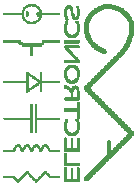
<source format=gbo>
G04 #@! TF.FileFunction,Legend,Bot*
%FSLAX46Y46*%
G04 Gerber Fmt 4.6, Leading zero omitted, Abs format (unit mm)*
G04 Created by KiCad (PCBNEW 4.0.7) date Tuesday, December 19, 2017 'PMt' 12:55:26 PM*
%MOMM*%
%LPD*%
G01*
G04 APERTURE LIST*
%ADD10C,0.100000*%
%ADD11C,0.010000*%
%ADD12C,0.150000*%
G04 APERTURE END LIST*
D10*
D11*
G36*
X127438400Y-81916300D02*
X127438400Y-81866300D01*
X127388400Y-81866300D01*
X127388400Y-81916300D01*
X127438400Y-81916300D01*
X127438400Y-81916300D01*
G37*
X127438400Y-81916300D02*
X127438400Y-81866300D01*
X127388400Y-81866300D01*
X127388400Y-81916300D01*
X127438400Y-81916300D01*
G36*
X127438400Y-81866300D02*
X127438400Y-81816300D01*
X127388400Y-81816300D01*
X127388400Y-81866300D01*
X127438400Y-81866300D01*
X127438400Y-81866300D01*
G37*
X127438400Y-81866300D02*
X127438400Y-81816300D01*
X127388400Y-81816300D01*
X127388400Y-81866300D01*
X127438400Y-81866300D01*
G36*
X127438400Y-73216300D02*
X127438400Y-73166300D01*
X127388400Y-73166300D01*
X127388400Y-73216300D01*
X127438400Y-73216300D01*
X127438400Y-73216300D01*
G37*
X127438400Y-73216300D02*
X127438400Y-73166300D01*
X127388400Y-73166300D01*
X127388400Y-73216300D01*
X127438400Y-73216300D01*
G36*
X127438400Y-73166300D02*
X127438400Y-73116300D01*
X127388400Y-73116300D01*
X127388400Y-73166300D01*
X127438400Y-73166300D01*
X127438400Y-73166300D01*
G37*
X127438400Y-73166300D02*
X127438400Y-73116300D01*
X127388400Y-73116300D01*
X127388400Y-73166300D01*
X127438400Y-73166300D01*
G36*
X127438400Y-73116300D02*
X127438400Y-73066300D01*
X127388400Y-73066300D01*
X127388400Y-73116300D01*
X127438400Y-73116300D01*
X127438400Y-73116300D01*
G37*
X127438400Y-73116300D02*
X127438400Y-73066300D01*
X127388400Y-73066300D01*
X127388400Y-73116300D01*
X127438400Y-73116300D01*
G36*
X127438400Y-73066300D02*
X127438400Y-73016300D01*
X127388400Y-73016300D01*
X127388400Y-73066300D01*
X127438400Y-73066300D01*
X127438400Y-73066300D01*
G37*
X127438400Y-73066300D02*
X127438400Y-73016300D01*
X127388400Y-73016300D01*
X127388400Y-73066300D01*
X127438400Y-73066300D01*
G36*
X127438400Y-73016300D02*
X127438400Y-72966300D01*
X127388400Y-72966300D01*
X127388400Y-73016300D01*
X127438400Y-73016300D01*
X127438400Y-73016300D01*
G37*
X127438400Y-73016300D02*
X127438400Y-72966300D01*
X127388400Y-72966300D01*
X127388400Y-73016300D01*
X127438400Y-73016300D01*
G36*
X127438400Y-72966300D02*
X127438400Y-72916300D01*
X127388400Y-72916300D01*
X127388400Y-72966300D01*
X127438400Y-72966300D01*
X127438400Y-72966300D01*
G37*
X127438400Y-72966300D02*
X127438400Y-72916300D01*
X127388400Y-72916300D01*
X127388400Y-72966300D01*
X127438400Y-72966300D01*
G36*
X127438400Y-72916300D02*
X127438400Y-72866300D01*
X127388400Y-72866300D01*
X127388400Y-72916300D01*
X127438400Y-72916300D01*
X127438400Y-72916300D01*
G37*
X127438400Y-72916300D02*
X127438400Y-72866300D01*
X127388400Y-72866300D01*
X127388400Y-72916300D01*
X127438400Y-72916300D01*
G36*
X127438400Y-72866300D02*
X127438400Y-72816300D01*
X127388400Y-72816300D01*
X127388400Y-72866300D01*
X127438400Y-72866300D01*
X127438400Y-72866300D01*
G37*
X127438400Y-72866300D02*
X127438400Y-72816300D01*
X127388400Y-72816300D01*
X127388400Y-72866300D01*
X127438400Y-72866300D01*
G36*
X127438400Y-72816300D02*
X127438400Y-72766300D01*
X127388400Y-72766300D01*
X127388400Y-72816300D01*
X127438400Y-72816300D01*
X127438400Y-72816300D01*
G37*
X127438400Y-72816300D02*
X127438400Y-72766300D01*
X127388400Y-72766300D01*
X127388400Y-72816300D01*
X127438400Y-72816300D01*
G36*
X127438400Y-72766300D02*
X127438400Y-72716300D01*
X127388400Y-72716300D01*
X127388400Y-72766300D01*
X127438400Y-72766300D01*
X127438400Y-72766300D01*
G37*
X127438400Y-72766300D02*
X127438400Y-72716300D01*
X127388400Y-72716300D01*
X127388400Y-72766300D01*
X127438400Y-72766300D01*
G36*
X127438400Y-72716300D02*
X127438400Y-72666300D01*
X127388400Y-72666300D01*
X127388400Y-72716300D01*
X127438400Y-72716300D01*
X127438400Y-72716300D01*
G37*
X127438400Y-72716300D02*
X127438400Y-72666300D01*
X127388400Y-72666300D01*
X127388400Y-72716300D01*
X127438400Y-72716300D01*
G36*
X127388400Y-82016300D02*
X127388400Y-81966300D01*
X127338400Y-81966300D01*
X127338400Y-82016300D01*
X127388400Y-82016300D01*
X127388400Y-82016300D01*
G37*
X127388400Y-82016300D02*
X127388400Y-81966300D01*
X127338400Y-81966300D01*
X127338400Y-82016300D01*
X127388400Y-82016300D01*
G36*
X127388400Y-81966300D02*
X127388400Y-81916300D01*
X127338400Y-81916300D01*
X127338400Y-81966300D01*
X127388400Y-81966300D01*
X127388400Y-81966300D01*
G37*
X127388400Y-81966300D02*
X127388400Y-81916300D01*
X127338400Y-81916300D01*
X127338400Y-81966300D01*
X127388400Y-81966300D01*
G36*
X127388400Y-81916300D02*
X127388400Y-81866300D01*
X127338400Y-81866300D01*
X127338400Y-81916300D01*
X127388400Y-81916300D01*
X127388400Y-81916300D01*
G37*
X127388400Y-81916300D02*
X127388400Y-81866300D01*
X127338400Y-81866300D01*
X127338400Y-81916300D01*
X127388400Y-81916300D01*
G36*
X127388400Y-81866300D02*
X127388400Y-81816300D01*
X127338400Y-81816300D01*
X127338400Y-81866300D01*
X127388400Y-81866300D01*
X127388400Y-81866300D01*
G37*
X127388400Y-81866300D02*
X127388400Y-81816300D01*
X127338400Y-81816300D01*
X127338400Y-81866300D01*
X127388400Y-81866300D01*
G36*
X127388400Y-81816300D02*
X127388400Y-81766300D01*
X127338400Y-81766300D01*
X127338400Y-81816300D01*
X127388400Y-81816300D01*
X127388400Y-81816300D01*
G37*
X127388400Y-81816300D02*
X127388400Y-81766300D01*
X127338400Y-81766300D01*
X127338400Y-81816300D01*
X127388400Y-81816300D01*
G36*
X127388400Y-81766300D02*
X127388400Y-81716300D01*
X127338400Y-81716300D01*
X127338400Y-81766300D01*
X127388400Y-81766300D01*
X127388400Y-81766300D01*
G37*
X127388400Y-81766300D02*
X127388400Y-81716300D01*
X127338400Y-81716300D01*
X127338400Y-81766300D01*
X127388400Y-81766300D01*
G36*
X127388400Y-73566300D02*
X127388400Y-73516300D01*
X127338400Y-73516300D01*
X127338400Y-73566300D01*
X127388400Y-73566300D01*
X127388400Y-73566300D01*
G37*
X127388400Y-73566300D02*
X127388400Y-73516300D01*
X127338400Y-73516300D01*
X127338400Y-73566300D01*
X127388400Y-73566300D01*
G36*
X127388400Y-73516300D02*
X127388400Y-73466300D01*
X127338400Y-73466300D01*
X127338400Y-73516300D01*
X127388400Y-73516300D01*
X127388400Y-73516300D01*
G37*
X127388400Y-73516300D02*
X127388400Y-73466300D01*
X127338400Y-73466300D01*
X127338400Y-73516300D01*
X127388400Y-73516300D01*
G36*
X127388400Y-73466300D02*
X127388400Y-73416300D01*
X127338400Y-73416300D01*
X127338400Y-73466300D01*
X127388400Y-73466300D01*
X127388400Y-73466300D01*
G37*
X127388400Y-73466300D02*
X127388400Y-73416300D01*
X127338400Y-73416300D01*
X127338400Y-73466300D01*
X127388400Y-73466300D01*
G36*
X127388400Y-73416300D02*
X127388400Y-73366300D01*
X127338400Y-73366300D01*
X127338400Y-73416300D01*
X127388400Y-73416300D01*
X127388400Y-73416300D01*
G37*
X127388400Y-73416300D02*
X127388400Y-73366300D01*
X127338400Y-73366300D01*
X127338400Y-73416300D01*
X127388400Y-73416300D01*
G36*
X127388400Y-73366300D02*
X127388400Y-73316300D01*
X127338400Y-73316300D01*
X127338400Y-73366300D01*
X127388400Y-73366300D01*
X127388400Y-73366300D01*
G37*
X127388400Y-73366300D02*
X127388400Y-73316300D01*
X127338400Y-73316300D01*
X127338400Y-73366300D01*
X127388400Y-73366300D01*
G36*
X127388400Y-73316300D02*
X127388400Y-73266300D01*
X127338400Y-73266300D01*
X127338400Y-73316300D01*
X127388400Y-73316300D01*
X127388400Y-73316300D01*
G37*
X127388400Y-73316300D02*
X127388400Y-73266300D01*
X127338400Y-73266300D01*
X127338400Y-73316300D01*
X127388400Y-73316300D01*
G36*
X127388400Y-73266300D02*
X127388400Y-73216300D01*
X127338400Y-73216300D01*
X127338400Y-73266300D01*
X127388400Y-73266300D01*
X127388400Y-73266300D01*
G37*
X127388400Y-73266300D02*
X127388400Y-73216300D01*
X127338400Y-73216300D01*
X127338400Y-73266300D01*
X127388400Y-73266300D01*
G36*
X127388400Y-73216300D02*
X127388400Y-73166300D01*
X127338400Y-73166300D01*
X127338400Y-73216300D01*
X127388400Y-73216300D01*
X127388400Y-73216300D01*
G37*
X127388400Y-73216300D02*
X127388400Y-73166300D01*
X127338400Y-73166300D01*
X127338400Y-73216300D01*
X127388400Y-73216300D01*
G36*
X127388400Y-73166300D02*
X127388400Y-73116300D01*
X127338400Y-73116300D01*
X127338400Y-73166300D01*
X127388400Y-73166300D01*
X127388400Y-73166300D01*
G37*
X127388400Y-73166300D02*
X127388400Y-73116300D01*
X127338400Y-73116300D01*
X127338400Y-73166300D01*
X127388400Y-73166300D01*
G36*
X127388400Y-73116300D02*
X127388400Y-73066300D01*
X127338400Y-73066300D01*
X127338400Y-73116300D01*
X127388400Y-73116300D01*
X127388400Y-73116300D01*
G37*
X127388400Y-73116300D02*
X127388400Y-73066300D01*
X127338400Y-73066300D01*
X127338400Y-73116300D01*
X127388400Y-73116300D01*
G36*
X127388400Y-73066300D02*
X127388400Y-73016300D01*
X127338400Y-73016300D01*
X127338400Y-73066300D01*
X127388400Y-73066300D01*
X127388400Y-73066300D01*
G37*
X127388400Y-73066300D02*
X127388400Y-73016300D01*
X127338400Y-73016300D01*
X127338400Y-73066300D01*
X127388400Y-73066300D01*
G36*
X127388400Y-73016300D02*
X127388400Y-72966300D01*
X127338400Y-72966300D01*
X127338400Y-73016300D01*
X127388400Y-73016300D01*
X127388400Y-73016300D01*
G37*
X127388400Y-73016300D02*
X127388400Y-72966300D01*
X127338400Y-72966300D01*
X127338400Y-73016300D01*
X127388400Y-73016300D01*
G36*
X127388400Y-72966300D02*
X127388400Y-72916300D01*
X127338400Y-72916300D01*
X127338400Y-72966300D01*
X127388400Y-72966300D01*
X127388400Y-72966300D01*
G37*
X127388400Y-72966300D02*
X127388400Y-72916300D01*
X127338400Y-72916300D01*
X127338400Y-72966300D01*
X127388400Y-72966300D01*
G36*
X127388400Y-72916300D02*
X127388400Y-72866300D01*
X127338400Y-72866300D01*
X127338400Y-72916300D01*
X127388400Y-72916300D01*
X127388400Y-72916300D01*
G37*
X127388400Y-72916300D02*
X127388400Y-72866300D01*
X127338400Y-72866300D01*
X127338400Y-72916300D01*
X127388400Y-72916300D01*
G36*
X127388400Y-72866300D02*
X127388400Y-72816300D01*
X127338400Y-72816300D01*
X127338400Y-72866300D01*
X127388400Y-72866300D01*
X127388400Y-72866300D01*
G37*
X127388400Y-72866300D02*
X127388400Y-72816300D01*
X127338400Y-72816300D01*
X127338400Y-72866300D01*
X127388400Y-72866300D01*
G36*
X127388400Y-72816300D02*
X127388400Y-72766300D01*
X127338400Y-72766300D01*
X127338400Y-72816300D01*
X127388400Y-72816300D01*
X127388400Y-72816300D01*
G37*
X127388400Y-72816300D02*
X127388400Y-72766300D01*
X127338400Y-72766300D01*
X127338400Y-72816300D01*
X127388400Y-72816300D01*
G36*
X127388400Y-72766300D02*
X127388400Y-72716300D01*
X127338400Y-72716300D01*
X127338400Y-72766300D01*
X127388400Y-72766300D01*
X127388400Y-72766300D01*
G37*
X127388400Y-72766300D02*
X127388400Y-72716300D01*
X127338400Y-72716300D01*
X127338400Y-72766300D01*
X127388400Y-72766300D01*
G36*
X127388400Y-72716300D02*
X127388400Y-72666300D01*
X127338400Y-72666300D01*
X127338400Y-72716300D01*
X127388400Y-72716300D01*
X127388400Y-72716300D01*
G37*
X127388400Y-72716300D02*
X127388400Y-72666300D01*
X127338400Y-72666300D01*
X127338400Y-72716300D01*
X127388400Y-72716300D01*
G36*
X127388400Y-72666300D02*
X127388400Y-72616300D01*
X127338400Y-72616300D01*
X127338400Y-72666300D01*
X127388400Y-72666300D01*
X127388400Y-72666300D01*
G37*
X127388400Y-72666300D02*
X127388400Y-72616300D01*
X127338400Y-72616300D01*
X127338400Y-72666300D01*
X127388400Y-72666300D01*
G36*
X127388400Y-72616300D02*
X127388400Y-72566300D01*
X127338400Y-72566300D01*
X127338400Y-72616300D01*
X127388400Y-72616300D01*
X127388400Y-72616300D01*
G37*
X127388400Y-72616300D02*
X127388400Y-72566300D01*
X127338400Y-72566300D01*
X127338400Y-72616300D01*
X127388400Y-72616300D01*
G36*
X127388400Y-72566300D02*
X127388400Y-72516300D01*
X127338400Y-72516300D01*
X127338400Y-72566300D01*
X127388400Y-72566300D01*
X127388400Y-72566300D01*
G37*
X127388400Y-72566300D02*
X127388400Y-72516300D01*
X127338400Y-72516300D01*
X127338400Y-72566300D01*
X127388400Y-72566300D01*
G36*
X127388400Y-72516300D02*
X127388400Y-72466300D01*
X127338400Y-72466300D01*
X127338400Y-72516300D01*
X127388400Y-72516300D01*
X127388400Y-72516300D01*
G37*
X127388400Y-72516300D02*
X127388400Y-72466300D01*
X127338400Y-72466300D01*
X127338400Y-72516300D01*
X127388400Y-72516300D01*
G36*
X127388400Y-72466300D02*
X127388400Y-72416300D01*
X127338400Y-72416300D01*
X127338400Y-72466300D01*
X127388400Y-72466300D01*
X127388400Y-72466300D01*
G37*
X127388400Y-72466300D02*
X127388400Y-72416300D01*
X127338400Y-72416300D01*
X127338400Y-72466300D01*
X127388400Y-72466300D01*
G36*
X127338400Y-82066300D02*
X127338400Y-82016300D01*
X127288400Y-82016300D01*
X127288400Y-82066300D01*
X127338400Y-82066300D01*
X127338400Y-82066300D01*
G37*
X127338400Y-82066300D02*
X127338400Y-82016300D01*
X127288400Y-82016300D01*
X127288400Y-82066300D01*
X127338400Y-82066300D01*
G36*
X127338400Y-82016300D02*
X127338400Y-81966300D01*
X127288400Y-81966300D01*
X127288400Y-82016300D01*
X127338400Y-82016300D01*
X127338400Y-82016300D01*
G37*
X127338400Y-82016300D02*
X127338400Y-81966300D01*
X127288400Y-81966300D01*
X127288400Y-82016300D01*
X127338400Y-82016300D01*
G36*
X127338400Y-81966300D02*
X127338400Y-81916300D01*
X127288400Y-81916300D01*
X127288400Y-81966300D01*
X127338400Y-81966300D01*
X127338400Y-81966300D01*
G37*
X127338400Y-81966300D02*
X127338400Y-81916300D01*
X127288400Y-81916300D01*
X127288400Y-81966300D01*
X127338400Y-81966300D01*
G36*
X127338400Y-81916300D02*
X127338400Y-81866300D01*
X127288400Y-81866300D01*
X127288400Y-81916300D01*
X127338400Y-81916300D01*
X127338400Y-81916300D01*
G37*
X127338400Y-81916300D02*
X127338400Y-81866300D01*
X127288400Y-81866300D01*
X127288400Y-81916300D01*
X127338400Y-81916300D01*
G36*
X127338400Y-81866300D02*
X127338400Y-81816300D01*
X127288400Y-81816300D01*
X127288400Y-81866300D01*
X127338400Y-81866300D01*
X127338400Y-81866300D01*
G37*
X127338400Y-81866300D02*
X127338400Y-81816300D01*
X127288400Y-81816300D01*
X127288400Y-81866300D01*
X127338400Y-81866300D01*
G36*
X127338400Y-81816300D02*
X127338400Y-81766300D01*
X127288400Y-81766300D01*
X127288400Y-81816300D01*
X127338400Y-81816300D01*
X127338400Y-81816300D01*
G37*
X127338400Y-81816300D02*
X127338400Y-81766300D01*
X127288400Y-81766300D01*
X127288400Y-81816300D01*
X127338400Y-81816300D01*
G36*
X127338400Y-81766300D02*
X127338400Y-81716300D01*
X127288400Y-81716300D01*
X127288400Y-81766300D01*
X127338400Y-81766300D01*
X127338400Y-81766300D01*
G37*
X127338400Y-81766300D02*
X127338400Y-81716300D01*
X127288400Y-81716300D01*
X127288400Y-81766300D01*
X127338400Y-81766300D01*
G36*
X127338400Y-81716300D02*
X127338400Y-81666300D01*
X127288400Y-81666300D01*
X127288400Y-81716300D01*
X127338400Y-81716300D01*
X127338400Y-81716300D01*
G37*
X127338400Y-81716300D02*
X127338400Y-81666300D01*
X127288400Y-81666300D01*
X127288400Y-81716300D01*
X127338400Y-81716300D01*
G36*
X127338400Y-73766300D02*
X127338400Y-73716300D01*
X127288400Y-73716300D01*
X127288400Y-73766300D01*
X127338400Y-73766300D01*
X127338400Y-73766300D01*
G37*
X127338400Y-73766300D02*
X127338400Y-73716300D01*
X127288400Y-73716300D01*
X127288400Y-73766300D01*
X127338400Y-73766300D01*
G36*
X127338400Y-73716300D02*
X127338400Y-73666300D01*
X127288400Y-73666300D01*
X127288400Y-73716300D01*
X127338400Y-73716300D01*
X127338400Y-73716300D01*
G37*
X127338400Y-73716300D02*
X127338400Y-73666300D01*
X127288400Y-73666300D01*
X127288400Y-73716300D01*
X127338400Y-73716300D01*
G36*
X127338400Y-73666300D02*
X127338400Y-73616300D01*
X127288400Y-73616300D01*
X127288400Y-73666300D01*
X127338400Y-73666300D01*
X127338400Y-73666300D01*
G37*
X127338400Y-73666300D02*
X127338400Y-73616300D01*
X127288400Y-73616300D01*
X127288400Y-73666300D01*
X127338400Y-73666300D01*
G36*
X127338400Y-73616300D02*
X127338400Y-73566300D01*
X127288400Y-73566300D01*
X127288400Y-73616300D01*
X127338400Y-73616300D01*
X127338400Y-73616300D01*
G37*
X127338400Y-73616300D02*
X127338400Y-73566300D01*
X127288400Y-73566300D01*
X127288400Y-73616300D01*
X127338400Y-73616300D01*
G36*
X127338400Y-73566300D02*
X127338400Y-73516300D01*
X127288400Y-73516300D01*
X127288400Y-73566300D01*
X127338400Y-73566300D01*
X127338400Y-73566300D01*
G37*
X127338400Y-73566300D02*
X127338400Y-73516300D01*
X127288400Y-73516300D01*
X127288400Y-73566300D01*
X127338400Y-73566300D01*
G36*
X127338400Y-73516300D02*
X127338400Y-73466300D01*
X127288400Y-73466300D01*
X127288400Y-73516300D01*
X127338400Y-73516300D01*
X127338400Y-73516300D01*
G37*
X127338400Y-73516300D02*
X127338400Y-73466300D01*
X127288400Y-73466300D01*
X127288400Y-73516300D01*
X127338400Y-73516300D01*
G36*
X127338400Y-73466300D02*
X127338400Y-73416300D01*
X127288400Y-73416300D01*
X127288400Y-73466300D01*
X127338400Y-73466300D01*
X127338400Y-73466300D01*
G37*
X127338400Y-73466300D02*
X127338400Y-73416300D01*
X127288400Y-73416300D01*
X127288400Y-73466300D01*
X127338400Y-73466300D01*
G36*
X127338400Y-73416300D02*
X127338400Y-73366300D01*
X127288400Y-73366300D01*
X127288400Y-73416300D01*
X127338400Y-73416300D01*
X127338400Y-73416300D01*
G37*
X127338400Y-73416300D02*
X127338400Y-73366300D01*
X127288400Y-73366300D01*
X127288400Y-73416300D01*
X127338400Y-73416300D01*
G36*
X127338400Y-73366300D02*
X127338400Y-73316300D01*
X127288400Y-73316300D01*
X127288400Y-73366300D01*
X127338400Y-73366300D01*
X127338400Y-73366300D01*
G37*
X127338400Y-73366300D02*
X127338400Y-73316300D01*
X127288400Y-73316300D01*
X127288400Y-73366300D01*
X127338400Y-73366300D01*
G36*
X127338400Y-73316300D02*
X127338400Y-73266300D01*
X127288400Y-73266300D01*
X127288400Y-73316300D01*
X127338400Y-73316300D01*
X127338400Y-73316300D01*
G37*
X127338400Y-73316300D02*
X127338400Y-73266300D01*
X127288400Y-73266300D01*
X127288400Y-73316300D01*
X127338400Y-73316300D01*
G36*
X127338400Y-73266300D02*
X127338400Y-73216300D01*
X127288400Y-73216300D01*
X127288400Y-73266300D01*
X127338400Y-73266300D01*
X127338400Y-73266300D01*
G37*
X127338400Y-73266300D02*
X127338400Y-73216300D01*
X127288400Y-73216300D01*
X127288400Y-73266300D01*
X127338400Y-73266300D01*
G36*
X127338400Y-73216300D02*
X127338400Y-73166300D01*
X127288400Y-73166300D01*
X127288400Y-73216300D01*
X127338400Y-73216300D01*
X127338400Y-73216300D01*
G37*
X127338400Y-73216300D02*
X127338400Y-73166300D01*
X127288400Y-73166300D01*
X127288400Y-73216300D01*
X127338400Y-73216300D01*
G36*
X127338400Y-73166300D02*
X127338400Y-73116300D01*
X127288400Y-73116300D01*
X127288400Y-73166300D01*
X127338400Y-73166300D01*
X127338400Y-73166300D01*
G37*
X127338400Y-73166300D02*
X127338400Y-73116300D01*
X127288400Y-73116300D01*
X127288400Y-73166300D01*
X127338400Y-73166300D01*
G36*
X127338400Y-73116300D02*
X127338400Y-73066300D01*
X127288400Y-73066300D01*
X127288400Y-73116300D01*
X127338400Y-73116300D01*
X127338400Y-73116300D01*
G37*
X127338400Y-73116300D02*
X127338400Y-73066300D01*
X127288400Y-73066300D01*
X127288400Y-73116300D01*
X127338400Y-73116300D01*
G36*
X127338400Y-73066300D02*
X127338400Y-73016300D01*
X127288400Y-73016300D01*
X127288400Y-73066300D01*
X127338400Y-73066300D01*
X127338400Y-73066300D01*
G37*
X127338400Y-73066300D02*
X127338400Y-73016300D01*
X127288400Y-73016300D01*
X127288400Y-73066300D01*
X127338400Y-73066300D01*
G36*
X127338400Y-73016300D02*
X127338400Y-72966300D01*
X127288400Y-72966300D01*
X127288400Y-73016300D01*
X127338400Y-73016300D01*
X127338400Y-73016300D01*
G37*
X127338400Y-73016300D02*
X127338400Y-72966300D01*
X127288400Y-72966300D01*
X127288400Y-73016300D01*
X127338400Y-73016300D01*
G36*
X127338400Y-72966300D02*
X127338400Y-72916300D01*
X127288400Y-72916300D01*
X127288400Y-72966300D01*
X127338400Y-72966300D01*
X127338400Y-72966300D01*
G37*
X127338400Y-72966300D02*
X127338400Y-72916300D01*
X127288400Y-72916300D01*
X127288400Y-72966300D01*
X127338400Y-72966300D01*
G36*
X127338400Y-72916300D02*
X127338400Y-72866300D01*
X127288400Y-72866300D01*
X127288400Y-72916300D01*
X127338400Y-72916300D01*
X127338400Y-72916300D01*
G37*
X127338400Y-72916300D02*
X127338400Y-72866300D01*
X127288400Y-72866300D01*
X127288400Y-72916300D01*
X127338400Y-72916300D01*
G36*
X127338400Y-72866300D02*
X127338400Y-72816300D01*
X127288400Y-72816300D01*
X127288400Y-72866300D01*
X127338400Y-72866300D01*
X127338400Y-72866300D01*
G37*
X127338400Y-72866300D02*
X127338400Y-72816300D01*
X127288400Y-72816300D01*
X127288400Y-72866300D01*
X127338400Y-72866300D01*
G36*
X127338400Y-72816300D02*
X127338400Y-72766300D01*
X127288400Y-72766300D01*
X127288400Y-72816300D01*
X127338400Y-72816300D01*
X127338400Y-72816300D01*
G37*
X127338400Y-72816300D02*
X127338400Y-72766300D01*
X127288400Y-72766300D01*
X127288400Y-72816300D01*
X127338400Y-72816300D01*
G36*
X127338400Y-72766300D02*
X127338400Y-72716300D01*
X127288400Y-72716300D01*
X127288400Y-72766300D01*
X127338400Y-72766300D01*
X127338400Y-72766300D01*
G37*
X127338400Y-72766300D02*
X127338400Y-72716300D01*
X127288400Y-72716300D01*
X127288400Y-72766300D01*
X127338400Y-72766300D01*
G36*
X127338400Y-72716300D02*
X127338400Y-72666300D01*
X127288400Y-72666300D01*
X127288400Y-72716300D01*
X127338400Y-72716300D01*
X127338400Y-72716300D01*
G37*
X127338400Y-72716300D02*
X127338400Y-72666300D01*
X127288400Y-72666300D01*
X127288400Y-72716300D01*
X127338400Y-72716300D01*
G36*
X127338400Y-72666300D02*
X127338400Y-72616300D01*
X127288400Y-72616300D01*
X127288400Y-72666300D01*
X127338400Y-72666300D01*
X127338400Y-72666300D01*
G37*
X127338400Y-72666300D02*
X127338400Y-72616300D01*
X127288400Y-72616300D01*
X127288400Y-72666300D01*
X127338400Y-72666300D01*
G36*
X127338400Y-72616300D02*
X127338400Y-72566300D01*
X127288400Y-72566300D01*
X127288400Y-72616300D01*
X127338400Y-72616300D01*
X127338400Y-72616300D01*
G37*
X127338400Y-72616300D02*
X127338400Y-72566300D01*
X127288400Y-72566300D01*
X127288400Y-72616300D01*
X127338400Y-72616300D01*
G36*
X127338400Y-72566300D02*
X127338400Y-72516300D01*
X127288400Y-72516300D01*
X127288400Y-72566300D01*
X127338400Y-72566300D01*
X127338400Y-72566300D01*
G37*
X127338400Y-72566300D02*
X127338400Y-72516300D01*
X127288400Y-72516300D01*
X127288400Y-72566300D01*
X127338400Y-72566300D01*
G36*
X127338400Y-72516300D02*
X127338400Y-72466300D01*
X127288400Y-72466300D01*
X127288400Y-72516300D01*
X127338400Y-72516300D01*
X127338400Y-72516300D01*
G37*
X127338400Y-72516300D02*
X127338400Y-72466300D01*
X127288400Y-72466300D01*
X127288400Y-72516300D01*
X127338400Y-72516300D01*
G36*
X127338400Y-72466300D02*
X127338400Y-72416300D01*
X127288400Y-72416300D01*
X127288400Y-72466300D01*
X127338400Y-72466300D01*
X127338400Y-72466300D01*
G37*
X127338400Y-72466300D02*
X127338400Y-72416300D01*
X127288400Y-72416300D01*
X127288400Y-72466300D01*
X127338400Y-72466300D01*
G36*
X127338400Y-72416300D02*
X127338400Y-72366300D01*
X127288400Y-72366300D01*
X127288400Y-72416300D01*
X127338400Y-72416300D01*
X127338400Y-72416300D01*
G37*
X127338400Y-72416300D02*
X127338400Y-72366300D01*
X127288400Y-72366300D01*
X127288400Y-72416300D01*
X127338400Y-72416300D01*
G36*
X127338400Y-72366300D02*
X127338400Y-72316300D01*
X127288400Y-72316300D01*
X127288400Y-72366300D01*
X127338400Y-72366300D01*
X127338400Y-72366300D01*
G37*
X127338400Y-72366300D02*
X127338400Y-72316300D01*
X127288400Y-72316300D01*
X127288400Y-72366300D01*
X127338400Y-72366300D01*
G36*
X127338400Y-72316300D02*
X127338400Y-72266300D01*
X127288400Y-72266300D01*
X127288400Y-72316300D01*
X127338400Y-72316300D01*
X127338400Y-72316300D01*
G37*
X127338400Y-72316300D02*
X127338400Y-72266300D01*
X127288400Y-72266300D01*
X127288400Y-72316300D01*
X127338400Y-72316300D01*
G36*
X127288400Y-82116300D02*
X127288400Y-82066300D01*
X127238400Y-82066300D01*
X127238400Y-82116300D01*
X127288400Y-82116300D01*
X127288400Y-82116300D01*
G37*
X127288400Y-82116300D02*
X127288400Y-82066300D01*
X127238400Y-82066300D01*
X127238400Y-82116300D01*
X127288400Y-82116300D01*
G36*
X127288400Y-82066300D02*
X127288400Y-82016300D01*
X127238400Y-82016300D01*
X127238400Y-82066300D01*
X127288400Y-82066300D01*
X127288400Y-82066300D01*
G37*
X127288400Y-82066300D02*
X127288400Y-82016300D01*
X127238400Y-82016300D01*
X127238400Y-82066300D01*
X127288400Y-82066300D01*
G36*
X127288400Y-82016300D02*
X127288400Y-81966300D01*
X127238400Y-81966300D01*
X127238400Y-82016300D01*
X127288400Y-82016300D01*
X127288400Y-82016300D01*
G37*
X127288400Y-82016300D02*
X127288400Y-81966300D01*
X127238400Y-81966300D01*
X127238400Y-82016300D01*
X127288400Y-82016300D01*
G36*
X127288400Y-81966300D02*
X127288400Y-81916300D01*
X127238400Y-81916300D01*
X127238400Y-81966300D01*
X127288400Y-81966300D01*
X127288400Y-81966300D01*
G37*
X127288400Y-81966300D02*
X127288400Y-81916300D01*
X127238400Y-81916300D01*
X127238400Y-81966300D01*
X127288400Y-81966300D01*
G36*
X127288400Y-81916300D02*
X127288400Y-81866300D01*
X127238400Y-81866300D01*
X127238400Y-81916300D01*
X127288400Y-81916300D01*
X127288400Y-81916300D01*
G37*
X127288400Y-81916300D02*
X127288400Y-81866300D01*
X127238400Y-81866300D01*
X127238400Y-81916300D01*
X127288400Y-81916300D01*
G36*
X127288400Y-81866300D02*
X127288400Y-81816300D01*
X127238400Y-81816300D01*
X127238400Y-81866300D01*
X127288400Y-81866300D01*
X127288400Y-81866300D01*
G37*
X127288400Y-81866300D02*
X127288400Y-81816300D01*
X127238400Y-81816300D01*
X127238400Y-81866300D01*
X127288400Y-81866300D01*
G36*
X127288400Y-81816300D02*
X127288400Y-81766300D01*
X127238400Y-81766300D01*
X127238400Y-81816300D01*
X127288400Y-81816300D01*
X127288400Y-81816300D01*
G37*
X127288400Y-81816300D02*
X127288400Y-81766300D01*
X127238400Y-81766300D01*
X127238400Y-81816300D01*
X127288400Y-81816300D01*
G36*
X127288400Y-81766300D02*
X127288400Y-81716300D01*
X127238400Y-81716300D01*
X127238400Y-81766300D01*
X127288400Y-81766300D01*
X127288400Y-81766300D01*
G37*
X127288400Y-81766300D02*
X127288400Y-81716300D01*
X127238400Y-81716300D01*
X127238400Y-81766300D01*
X127288400Y-81766300D01*
G36*
X127288400Y-81716300D02*
X127288400Y-81666300D01*
X127238400Y-81666300D01*
X127238400Y-81716300D01*
X127288400Y-81716300D01*
X127288400Y-81716300D01*
G37*
X127288400Y-81716300D02*
X127288400Y-81666300D01*
X127238400Y-81666300D01*
X127238400Y-81716300D01*
X127288400Y-81716300D01*
G36*
X127288400Y-81666300D02*
X127288400Y-81616300D01*
X127238400Y-81616300D01*
X127238400Y-81666300D01*
X127288400Y-81666300D01*
X127288400Y-81666300D01*
G37*
X127288400Y-81666300D02*
X127288400Y-81616300D01*
X127238400Y-81616300D01*
X127238400Y-81666300D01*
X127288400Y-81666300D01*
G36*
X127288400Y-73916300D02*
X127288400Y-73866300D01*
X127238400Y-73866300D01*
X127238400Y-73916300D01*
X127288400Y-73916300D01*
X127288400Y-73916300D01*
G37*
X127288400Y-73916300D02*
X127288400Y-73866300D01*
X127238400Y-73866300D01*
X127238400Y-73916300D01*
X127288400Y-73916300D01*
G36*
X127288400Y-73866300D02*
X127288400Y-73816300D01*
X127238400Y-73816300D01*
X127238400Y-73866300D01*
X127288400Y-73866300D01*
X127288400Y-73866300D01*
G37*
X127288400Y-73866300D02*
X127288400Y-73816300D01*
X127238400Y-73816300D01*
X127238400Y-73866300D01*
X127288400Y-73866300D01*
G36*
X127288400Y-73816300D02*
X127288400Y-73766300D01*
X127238400Y-73766300D01*
X127238400Y-73816300D01*
X127288400Y-73816300D01*
X127288400Y-73816300D01*
G37*
X127288400Y-73816300D02*
X127288400Y-73766300D01*
X127238400Y-73766300D01*
X127238400Y-73816300D01*
X127288400Y-73816300D01*
G36*
X127288400Y-73766300D02*
X127288400Y-73716300D01*
X127238400Y-73716300D01*
X127238400Y-73766300D01*
X127288400Y-73766300D01*
X127288400Y-73766300D01*
G37*
X127288400Y-73766300D02*
X127288400Y-73716300D01*
X127238400Y-73716300D01*
X127238400Y-73766300D01*
X127288400Y-73766300D01*
G36*
X127288400Y-73716300D02*
X127288400Y-73666300D01*
X127238400Y-73666300D01*
X127238400Y-73716300D01*
X127288400Y-73716300D01*
X127288400Y-73716300D01*
G37*
X127288400Y-73716300D02*
X127288400Y-73666300D01*
X127238400Y-73666300D01*
X127238400Y-73716300D01*
X127288400Y-73716300D01*
G36*
X127288400Y-73666300D02*
X127288400Y-73616300D01*
X127238400Y-73616300D01*
X127238400Y-73666300D01*
X127288400Y-73666300D01*
X127288400Y-73666300D01*
G37*
X127288400Y-73666300D02*
X127288400Y-73616300D01*
X127238400Y-73616300D01*
X127238400Y-73666300D01*
X127288400Y-73666300D01*
G36*
X127288400Y-73616300D02*
X127288400Y-73566300D01*
X127238400Y-73566300D01*
X127238400Y-73616300D01*
X127288400Y-73616300D01*
X127288400Y-73616300D01*
G37*
X127288400Y-73616300D02*
X127288400Y-73566300D01*
X127238400Y-73566300D01*
X127238400Y-73616300D01*
X127288400Y-73616300D01*
G36*
X127288400Y-73566300D02*
X127288400Y-73516300D01*
X127238400Y-73516300D01*
X127238400Y-73566300D01*
X127288400Y-73566300D01*
X127288400Y-73566300D01*
G37*
X127288400Y-73566300D02*
X127288400Y-73516300D01*
X127238400Y-73516300D01*
X127238400Y-73566300D01*
X127288400Y-73566300D01*
G36*
X127288400Y-73516300D02*
X127288400Y-73466300D01*
X127238400Y-73466300D01*
X127238400Y-73516300D01*
X127288400Y-73516300D01*
X127288400Y-73516300D01*
G37*
X127288400Y-73516300D02*
X127288400Y-73466300D01*
X127238400Y-73466300D01*
X127238400Y-73516300D01*
X127288400Y-73516300D01*
G36*
X127288400Y-73466300D02*
X127288400Y-73416300D01*
X127238400Y-73416300D01*
X127238400Y-73466300D01*
X127288400Y-73466300D01*
X127288400Y-73466300D01*
G37*
X127288400Y-73466300D02*
X127288400Y-73416300D01*
X127238400Y-73416300D01*
X127238400Y-73466300D01*
X127288400Y-73466300D01*
G36*
X127288400Y-73416300D02*
X127288400Y-73366300D01*
X127238400Y-73366300D01*
X127238400Y-73416300D01*
X127288400Y-73416300D01*
X127288400Y-73416300D01*
G37*
X127288400Y-73416300D02*
X127288400Y-73366300D01*
X127238400Y-73366300D01*
X127238400Y-73416300D01*
X127288400Y-73416300D01*
G36*
X127288400Y-73366300D02*
X127288400Y-73316300D01*
X127238400Y-73316300D01*
X127238400Y-73366300D01*
X127288400Y-73366300D01*
X127288400Y-73366300D01*
G37*
X127288400Y-73366300D02*
X127288400Y-73316300D01*
X127238400Y-73316300D01*
X127238400Y-73366300D01*
X127288400Y-73366300D01*
G36*
X127288400Y-73316300D02*
X127288400Y-73266300D01*
X127238400Y-73266300D01*
X127238400Y-73316300D01*
X127288400Y-73316300D01*
X127288400Y-73316300D01*
G37*
X127288400Y-73316300D02*
X127288400Y-73266300D01*
X127238400Y-73266300D01*
X127238400Y-73316300D01*
X127288400Y-73316300D01*
G36*
X127288400Y-73266300D02*
X127288400Y-73216300D01*
X127238400Y-73216300D01*
X127238400Y-73266300D01*
X127288400Y-73266300D01*
X127288400Y-73266300D01*
G37*
X127288400Y-73266300D02*
X127288400Y-73216300D01*
X127238400Y-73216300D01*
X127238400Y-73266300D01*
X127288400Y-73266300D01*
G36*
X127288400Y-73216300D02*
X127288400Y-73166300D01*
X127238400Y-73166300D01*
X127238400Y-73216300D01*
X127288400Y-73216300D01*
X127288400Y-73216300D01*
G37*
X127288400Y-73216300D02*
X127288400Y-73166300D01*
X127238400Y-73166300D01*
X127238400Y-73216300D01*
X127288400Y-73216300D01*
G36*
X127288400Y-73166300D02*
X127288400Y-73116300D01*
X127238400Y-73116300D01*
X127238400Y-73166300D01*
X127288400Y-73166300D01*
X127288400Y-73166300D01*
G37*
X127288400Y-73166300D02*
X127288400Y-73116300D01*
X127238400Y-73116300D01*
X127238400Y-73166300D01*
X127288400Y-73166300D01*
G36*
X127288400Y-73116300D02*
X127288400Y-73066300D01*
X127238400Y-73066300D01*
X127238400Y-73116300D01*
X127288400Y-73116300D01*
X127288400Y-73116300D01*
G37*
X127288400Y-73116300D02*
X127288400Y-73066300D01*
X127238400Y-73066300D01*
X127238400Y-73116300D01*
X127288400Y-73116300D01*
G36*
X127288400Y-73066300D02*
X127288400Y-73016300D01*
X127238400Y-73016300D01*
X127238400Y-73066300D01*
X127288400Y-73066300D01*
X127288400Y-73066300D01*
G37*
X127288400Y-73066300D02*
X127288400Y-73016300D01*
X127238400Y-73016300D01*
X127238400Y-73066300D01*
X127288400Y-73066300D01*
G36*
X127288400Y-73016300D02*
X127288400Y-72966300D01*
X127238400Y-72966300D01*
X127238400Y-73016300D01*
X127288400Y-73016300D01*
X127288400Y-73016300D01*
G37*
X127288400Y-73016300D02*
X127288400Y-72966300D01*
X127238400Y-72966300D01*
X127238400Y-73016300D01*
X127288400Y-73016300D01*
G36*
X127288400Y-72966300D02*
X127288400Y-72916300D01*
X127238400Y-72916300D01*
X127238400Y-72966300D01*
X127288400Y-72966300D01*
X127288400Y-72966300D01*
G37*
X127288400Y-72966300D02*
X127288400Y-72916300D01*
X127238400Y-72916300D01*
X127238400Y-72966300D01*
X127288400Y-72966300D01*
G36*
X127288400Y-72916300D02*
X127288400Y-72866300D01*
X127238400Y-72866300D01*
X127238400Y-72916300D01*
X127288400Y-72916300D01*
X127288400Y-72916300D01*
G37*
X127288400Y-72916300D02*
X127288400Y-72866300D01*
X127238400Y-72866300D01*
X127238400Y-72916300D01*
X127288400Y-72916300D01*
G36*
X127288400Y-72866300D02*
X127288400Y-72816300D01*
X127238400Y-72816300D01*
X127238400Y-72866300D01*
X127288400Y-72866300D01*
X127288400Y-72866300D01*
G37*
X127288400Y-72866300D02*
X127288400Y-72816300D01*
X127238400Y-72816300D01*
X127238400Y-72866300D01*
X127288400Y-72866300D01*
G36*
X127288400Y-72816300D02*
X127288400Y-72766300D01*
X127238400Y-72766300D01*
X127238400Y-72816300D01*
X127288400Y-72816300D01*
X127288400Y-72816300D01*
G37*
X127288400Y-72816300D02*
X127288400Y-72766300D01*
X127238400Y-72766300D01*
X127238400Y-72816300D01*
X127288400Y-72816300D01*
G36*
X127288400Y-72766300D02*
X127288400Y-72716300D01*
X127238400Y-72716300D01*
X127238400Y-72766300D01*
X127288400Y-72766300D01*
X127288400Y-72766300D01*
G37*
X127288400Y-72766300D02*
X127288400Y-72716300D01*
X127238400Y-72716300D01*
X127238400Y-72766300D01*
X127288400Y-72766300D01*
G36*
X127288400Y-72716300D02*
X127288400Y-72666300D01*
X127238400Y-72666300D01*
X127238400Y-72716300D01*
X127288400Y-72716300D01*
X127288400Y-72716300D01*
G37*
X127288400Y-72716300D02*
X127288400Y-72666300D01*
X127238400Y-72666300D01*
X127238400Y-72716300D01*
X127288400Y-72716300D01*
G36*
X127288400Y-72666300D02*
X127288400Y-72616300D01*
X127238400Y-72616300D01*
X127238400Y-72666300D01*
X127288400Y-72666300D01*
X127288400Y-72666300D01*
G37*
X127288400Y-72666300D02*
X127288400Y-72616300D01*
X127238400Y-72616300D01*
X127238400Y-72666300D01*
X127288400Y-72666300D01*
G36*
X127288400Y-72616300D02*
X127288400Y-72566300D01*
X127238400Y-72566300D01*
X127238400Y-72616300D01*
X127288400Y-72616300D01*
X127288400Y-72616300D01*
G37*
X127288400Y-72616300D02*
X127288400Y-72566300D01*
X127238400Y-72566300D01*
X127238400Y-72616300D01*
X127288400Y-72616300D01*
G36*
X127288400Y-72566300D02*
X127288400Y-72516300D01*
X127238400Y-72516300D01*
X127238400Y-72566300D01*
X127288400Y-72566300D01*
X127288400Y-72566300D01*
G37*
X127288400Y-72566300D02*
X127288400Y-72516300D01*
X127238400Y-72516300D01*
X127238400Y-72566300D01*
X127288400Y-72566300D01*
G36*
X127288400Y-72516300D02*
X127288400Y-72466300D01*
X127238400Y-72466300D01*
X127238400Y-72516300D01*
X127288400Y-72516300D01*
X127288400Y-72516300D01*
G37*
X127288400Y-72516300D02*
X127288400Y-72466300D01*
X127238400Y-72466300D01*
X127238400Y-72516300D01*
X127288400Y-72516300D01*
G36*
X127288400Y-72466300D02*
X127288400Y-72416300D01*
X127238400Y-72416300D01*
X127238400Y-72466300D01*
X127288400Y-72466300D01*
X127288400Y-72466300D01*
G37*
X127288400Y-72466300D02*
X127288400Y-72416300D01*
X127238400Y-72416300D01*
X127238400Y-72466300D01*
X127288400Y-72466300D01*
G36*
X127288400Y-72416300D02*
X127288400Y-72366300D01*
X127238400Y-72366300D01*
X127238400Y-72416300D01*
X127288400Y-72416300D01*
X127288400Y-72416300D01*
G37*
X127288400Y-72416300D02*
X127288400Y-72366300D01*
X127238400Y-72366300D01*
X127238400Y-72416300D01*
X127288400Y-72416300D01*
G36*
X127288400Y-72366300D02*
X127288400Y-72316300D01*
X127238400Y-72316300D01*
X127238400Y-72366300D01*
X127288400Y-72366300D01*
X127288400Y-72366300D01*
G37*
X127288400Y-72366300D02*
X127288400Y-72316300D01*
X127238400Y-72316300D01*
X127238400Y-72366300D01*
X127288400Y-72366300D01*
G36*
X127288400Y-72316300D02*
X127288400Y-72266300D01*
X127238400Y-72266300D01*
X127238400Y-72316300D01*
X127288400Y-72316300D01*
X127288400Y-72316300D01*
G37*
X127288400Y-72316300D02*
X127288400Y-72266300D01*
X127238400Y-72266300D01*
X127238400Y-72316300D01*
X127288400Y-72316300D01*
G36*
X127288400Y-72266300D02*
X127288400Y-72216300D01*
X127238400Y-72216300D01*
X127238400Y-72266300D01*
X127288400Y-72266300D01*
X127288400Y-72266300D01*
G37*
X127288400Y-72266300D02*
X127288400Y-72216300D01*
X127238400Y-72216300D01*
X127238400Y-72266300D01*
X127288400Y-72266300D01*
G36*
X127288400Y-72216300D02*
X127288400Y-72166300D01*
X127238400Y-72166300D01*
X127238400Y-72216300D01*
X127288400Y-72216300D01*
X127288400Y-72216300D01*
G37*
X127288400Y-72216300D02*
X127288400Y-72166300D01*
X127238400Y-72166300D01*
X127238400Y-72216300D01*
X127288400Y-72216300D01*
G36*
X127238400Y-82166300D02*
X127238400Y-82116300D01*
X127188400Y-82116300D01*
X127188400Y-82166300D01*
X127238400Y-82166300D01*
X127238400Y-82166300D01*
G37*
X127238400Y-82166300D02*
X127238400Y-82116300D01*
X127188400Y-82116300D01*
X127188400Y-82166300D01*
X127238400Y-82166300D01*
G36*
X127238400Y-82116300D02*
X127238400Y-82066300D01*
X127188400Y-82066300D01*
X127188400Y-82116300D01*
X127238400Y-82116300D01*
X127238400Y-82116300D01*
G37*
X127238400Y-82116300D02*
X127238400Y-82066300D01*
X127188400Y-82066300D01*
X127188400Y-82116300D01*
X127238400Y-82116300D01*
G36*
X127238400Y-82066300D02*
X127238400Y-82016300D01*
X127188400Y-82016300D01*
X127188400Y-82066300D01*
X127238400Y-82066300D01*
X127238400Y-82066300D01*
G37*
X127238400Y-82066300D02*
X127238400Y-82016300D01*
X127188400Y-82016300D01*
X127188400Y-82066300D01*
X127238400Y-82066300D01*
G36*
X127238400Y-82016300D02*
X127238400Y-81966300D01*
X127188400Y-81966300D01*
X127188400Y-82016300D01*
X127238400Y-82016300D01*
X127238400Y-82016300D01*
G37*
X127238400Y-82016300D02*
X127238400Y-81966300D01*
X127188400Y-81966300D01*
X127188400Y-82016300D01*
X127238400Y-82016300D01*
G36*
X127238400Y-81966300D02*
X127238400Y-81916300D01*
X127188400Y-81916300D01*
X127188400Y-81966300D01*
X127238400Y-81966300D01*
X127238400Y-81966300D01*
G37*
X127238400Y-81966300D02*
X127238400Y-81916300D01*
X127188400Y-81916300D01*
X127188400Y-81966300D01*
X127238400Y-81966300D01*
G36*
X127238400Y-81916300D02*
X127238400Y-81866300D01*
X127188400Y-81866300D01*
X127188400Y-81916300D01*
X127238400Y-81916300D01*
X127238400Y-81916300D01*
G37*
X127238400Y-81916300D02*
X127238400Y-81866300D01*
X127188400Y-81866300D01*
X127188400Y-81916300D01*
X127238400Y-81916300D01*
G36*
X127238400Y-81866300D02*
X127238400Y-81816300D01*
X127188400Y-81816300D01*
X127188400Y-81866300D01*
X127238400Y-81866300D01*
X127238400Y-81866300D01*
G37*
X127238400Y-81866300D02*
X127238400Y-81816300D01*
X127188400Y-81816300D01*
X127188400Y-81866300D01*
X127238400Y-81866300D01*
G36*
X127238400Y-81816300D02*
X127238400Y-81766300D01*
X127188400Y-81766300D01*
X127188400Y-81816300D01*
X127238400Y-81816300D01*
X127238400Y-81816300D01*
G37*
X127238400Y-81816300D02*
X127238400Y-81766300D01*
X127188400Y-81766300D01*
X127188400Y-81816300D01*
X127238400Y-81816300D01*
G36*
X127238400Y-81766300D02*
X127238400Y-81716300D01*
X127188400Y-81716300D01*
X127188400Y-81766300D01*
X127238400Y-81766300D01*
X127238400Y-81766300D01*
G37*
X127238400Y-81766300D02*
X127238400Y-81716300D01*
X127188400Y-81716300D01*
X127188400Y-81766300D01*
X127238400Y-81766300D01*
G36*
X127238400Y-81716300D02*
X127238400Y-81666300D01*
X127188400Y-81666300D01*
X127188400Y-81716300D01*
X127238400Y-81716300D01*
X127238400Y-81716300D01*
G37*
X127238400Y-81716300D02*
X127238400Y-81666300D01*
X127188400Y-81666300D01*
X127188400Y-81716300D01*
X127238400Y-81716300D01*
G36*
X127238400Y-81666300D02*
X127238400Y-81616300D01*
X127188400Y-81616300D01*
X127188400Y-81666300D01*
X127238400Y-81666300D01*
X127238400Y-81666300D01*
G37*
X127238400Y-81666300D02*
X127238400Y-81616300D01*
X127188400Y-81616300D01*
X127188400Y-81666300D01*
X127238400Y-81666300D01*
G36*
X127238400Y-81616300D02*
X127238400Y-81566300D01*
X127188400Y-81566300D01*
X127188400Y-81616300D01*
X127238400Y-81616300D01*
X127238400Y-81616300D01*
G37*
X127238400Y-81616300D02*
X127238400Y-81566300D01*
X127188400Y-81566300D01*
X127188400Y-81616300D01*
X127238400Y-81616300D01*
G36*
X127238400Y-74066300D02*
X127238400Y-74016300D01*
X127188400Y-74016300D01*
X127188400Y-74066300D01*
X127238400Y-74066300D01*
X127238400Y-74066300D01*
G37*
X127238400Y-74066300D02*
X127238400Y-74016300D01*
X127188400Y-74016300D01*
X127188400Y-74066300D01*
X127238400Y-74066300D01*
G36*
X127238400Y-74016300D02*
X127238400Y-73966300D01*
X127188400Y-73966300D01*
X127188400Y-74016300D01*
X127238400Y-74016300D01*
X127238400Y-74016300D01*
G37*
X127238400Y-74016300D02*
X127238400Y-73966300D01*
X127188400Y-73966300D01*
X127188400Y-74016300D01*
X127238400Y-74016300D01*
G36*
X127238400Y-73966300D02*
X127238400Y-73916300D01*
X127188400Y-73916300D01*
X127188400Y-73966300D01*
X127238400Y-73966300D01*
X127238400Y-73966300D01*
G37*
X127238400Y-73966300D02*
X127238400Y-73916300D01*
X127188400Y-73916300D01*
X127188400Y-73966300D01*
X127238400Y-73966300D01*
G36*
X127238400Y-73916300D02*
X127238400Y-73866300D01*
X127188400Y-73866300D01*
X127188400Y-73916300D01*
X127238400Y-73916300D01*
X127238400Y-73916300D01*
G37*
X127238400Y-73916300D02*
X127238400Y-73866300D01*
X127188400Y-73866300D01*
X127188400Y-73916300D01*
X127238400Y-73916300D01*
G36*
X127238400Y-73866300D02*
X127238400Y-73816300D01*
X127188400Y-73816300D01*
X127188400Y-73866300D01*
X127238400Y-73866300D01*
X127238400Y-73866300D01*
G37*
X127238400Y-73866300D02*
X127238400Y-73816300D01*
X127188400Y-73816300D01*
X127188400Y-73866300D01*
X127238400Y-73866300D01*
G36*
X127238400Y-73816300D02*
X127238400Y-73766300D01*
X127188400Y-73766300D01*
X127188400Y-73816300D01*
X127238400Y-73816300D01*
X127238400Y-73816300D01*
G37*
X127238400Y-73816300D02*
X127238400Y-73766300D01*
X127188400Y-73766300D01*
X127188400Y-73816300D01*
X127238400Y-73816300D01*
G36*
X127238400Y-73766300D02*
X127238400Y-73716300D01*
X127188400Y-73716300D01*
X127188400Y-73766300D01*
X127238400Y-73766300D01*
X127238400Y-73766300D01*
G37*
X127238400Y-73766300D02*
X127238400Y-73716300D01*
X127188400Y-73716300D01*
X127188400Y-73766300D01*
X127238400Y-73766300D01*
G36*
X127238400Y-73716300D02*
X127238400Y-73666300D01*
X127188400Y-73666300D01*
X127188400Y-73716300D01*
X127238400Y-73716300D01*
X127238400Y-73716300D01*
G37*
X127238400Y-73716300D02*
X127238400Y-73666300D01*
X127188400Y-73666300D01*
X127188400Y-73716300D01*
X127238400Y-73716300D01*
G36*
X127238400Y-73666300D02*
X127238400Y-73616300D01*
X127188400Y-73616300D01*
X127188400Y-73666300D01*
X127238400Y-73666300D01*
X127238400Y-73666300D01*
G37*
X127238400Y-73666300D02*
X127238400Y-73616300D01*
X127188400Y-73616300D01*
X127188400Y-73666300D01*
X127238400Y-73666300D01*
G36*
X127238400Y-73616300D02*
X127238400Y-73566300D01*
X127188400Y-73566300D01*
X127188400Y-73616300D01*
X127238400Y-73616300D01*
X127238400Y-73616300D01*
G37*
X127238400Y-73616300D02*
X127238400Y-73566300D01*
X127188400Y-73566300D01*
X127188400Y-73616300D01*
X127238400Y-73616300D01*
G36*
X127238400Y-73566300D02*
X127238400Y-73516300D01*
X127188400Y-73516300D01*
X127188400Y-73566300D01*
X127238400Y-73566300D01*
X127238400Y-73566300D01*
G37*
X127238400Y-73566300D02*
X127238400Y-73516300D01*
X127188400Y-73516300D01*
X127188400Y-73566300D01*
X127238400Y-73566300D01*
G36*
X127238400Y-73516300D02*
X127238400Y-73466300D01*
X127188400Y-73466300D01*
X127188400Y-73516300D01*
X127238400Y-73516300D01*
X127238400Y-73516300D01*
G37*
X127238400Y-73516300D02*
X127238400Y-73466300D01*
X127188400Y-73466300D01*
X127188400Y-73516300D01*
X127238400Y-73516300D01*
G36*
X127238400Y-73466300D02*
X127238400Y-73416300D01*
X127188400Y-73416300D01*
X127188400Y-73466300D01*
X127238400Y-73466300D01*
X127238400Y-73466300D01*
G37*
X127238400Y-73466300D02*
X127238400Y-73416300D01*
X127188400Y-73416300D01*
X127188400Y-73466300D01*
X127238400Y-73466300D01*
G36*
X127238400Y-73416300D02*
X127238400Y-73366300D01*
X127188400Y-73366300D01*
X127188400Y-73416300D01*
X127238400Y-73416300D01*
X127238400Y-73416300D01*
G37*
X127238400Y-73416300D02*
X127238400Y-73366300D01*
X127188400Y-73366300D01*
X127188400Y-73416300D01*
X127238400Y-73416300D01*
G36*
X127238400Y-73366300D02*
X127238400Y-73316300D01*
X127188400Y-73316300D01*
X127188400Y-73366300D01*
X127238400Y-73366300D01*
X127238400Y-73366300D01*
G37*
X127238400Y-73366300D02*
X127238400Y-73316300D01*
X127188400Y-73316300D01*
X127188400Y-73366300D01*
X127238400Y-73366300D01*
G36*
X127238400Y-73316300D02*
X127238400Y-73266300D01*
X127188400Y-73266300D01*
X127188400Y-73316300D01*
X127238400Y-73316300D01*
X127238400Y-73316300D01*
G37*
X127238400Y-73316300D02*
X127238400Y-73266300D01*
X127188400Y-73266300D01*
X127188400Y-73316300D01*
X127238400Y-73316300D01*
G36*
X127238400Y-73266300D02*
X127238400Y-73216300D01*
X127188400Y-73216300D01*
X127188400Y-73266300D01*
X127238400Y-73266300D01*
X127238400Y-73266300D01*
G37*
X127238400Y-73266300D02*
X127238400Y-73216300D01*
X127188400Y-73216300D01*
X127188400Y-73266300D01*
X127238400Y-73266300D01*
G36*
X127238400Y-73216300D02*
X127238400Y-73166300D01*
X127188400Y-73166300D01*
X127188400Y-73216300D01*
X127238400Y-73216300D01*
X127238400Y-73216300D01*
G37*
X127238400Y-73216300D02*
X127238400Y-73166300D01*
X127188400Y-73166300D01*
X127188400Y-73216300D01*
X127238400Y-73216300D01*
G36*
X127238400Y-73166300D02*
X127238400Y-73116300D01*
X127188400Y-73116300D01*
X127188400Y-73166300D01*
X127238400Y-73166300D01*
X127238400Y-73166300D01*
G37*
X127238400Y-73166300D02*
X127238400Y-73116300D01*
X127188400Y-73116300D01*
X127188400Y-73166300D01*
X127238400Y-73166300D01*
G36*
X127238400Y-73116300D02*
X127238400Y-73066300D01*
X127188400Y-73066300D01*
X127188400Y-73116300D01*
X127238400Y-73116300D01*
X127238400Y-73116300D01*
G37*
X127238400Y-73116300D02*
X127238400Y-73066300D01*
X127188400Y-73066300D01*
X127188400Y-73116300D01*
X127238400Y-73116300D01*
G36*
X127238400Y-73066300D02*
X127238400Y-73016300D01*
X127188400Y-73016300D01*
X127188400Y-73066300D01*
X127238400Y-73066300D01*
X127238400Y-73066300D01*
G37*
X127238400Y-73066300D02*
X127238400Y-73016300D01*
X127188400Y-73016300D01*
X127188400Y-73066300D01*
X127238400Y-73066300D01*
G36*
X127238400Y-73016300D02*
X127238400Y-72966300D01*
X127188400Y-72966300D01*
X127188400Y-73016300D01*
X127238400Y-73016300D01*
X127238400Y-73016300D01*
G37*
X127238400Y-73016300D02*
X127238400Y-72966300D01*
X127188400Y-72966300D01*
X127188400Y-73016300D01*
X127238400Y-73016300D01*
G36*
X127238400Y-72966300D02*
X127238400Y-72916300D01*
X127188400Y-72916300D01*
X127188400Y-72966300D01*
X127238400Y-72966300D01*
X127238400Y-72966300D01*
G37*
X127238400Y-72966300D02*
X127238400Y-72916300D01*
X127188400Y-72916300D01*
X127188400Y-72966300D01*
X127238400Y-72966300D01*
G36*
X127238400Y-72916300D02*
X127238400Y-72866300D01*
X127188400Y-72866300D01*
X127188400Y-72916300D01*
X127238400Y-72916300D01*
X127238400Y-72916300D01*
G37*
X127238400Y-72916300D02*
X127238400Y-72866300D01*
X127188400Y-72866300D01*
X127188400Y-72916300D01*
X127238400Y-72916300D01*
G36*
X127238400Y-72866300D02*
X127238400Y-72816300D01*
X127188400Y-72816300D01*
X127188400Y-72866300D01*
X127238400Y-72866300D01*
X127238400Y-72866300D01*
G37*
X127238400Y-72866300D02*
X127238400Y-72816300D01*
X127188400Y-72816300D01*
X127188400Y-72866300D01*
X127238400Y-72866300D01*
G36*
X127238400Y-72816300D02*
X127238400Y-72766300D01*
X127188400Y-72766300D01*
X127188400Y-72816300D01*
X127238400Y-72816300D01*
X127238400Y-72816300D01*
G37*
X127238400Y-72816300D02*
X127238400Y-72766300D01*
X127188400Y-72766300D01*
X127188400Y-72816300D01*
X127238400Y-72816300D01*
G36*
X127238400Y-72766300D02*
X127238400Y-72716300D01*
X127188400Y-72716300D01*
X127188400Y-72766300D01*
X127238400Y-72766300D01*
X127238400Y-72766300D01*
G37*
X127238400Y-72766300D02*
X127238400Y-72716300D01*
X127188400Y-72716300D01*
X127188400Y-72766300D01*
X127238400Y-72766300D01*
G36*
X127238400Y-72716300D02*
X127238400Y-72666300D01*
X127188400Y-72666300D01*
X127188400Y-72716300D01*
X127238400Y-72716300D01*
X127238400Y-72716300D01*
G37*
X127238400Y-72716300D02*
X127238400Y-72666300D01*
X127188400Y-72666300D01*
X127188400Y-72716300D01*
X127238400Y-72716300D01*
G36*
X127238400Y-72666300D02*
X127238400Y-72616300D01*
X127188400Y-72616300D01*
X127188400Y-72666300D01*
X127238400Y-72666300D01*
X127238400Y-72666300D01*
G37*
X127238400Y-72666300D02*
X127238400Y-72616300D01*
X127188400Y-72616300D01*
X127188400Y-72666300D01*
X127238400Y-72666300D01*
G36*
X127238400Y-72616300D02*
X127238400Y-72566300D01*
X127188400Y-72566300D01*
X127188400Y-72616300D01*
X127238400Y-72616300D01*
X127238400Y-72616300D01*
G37*
X127238400Y-72616300D02*
X127238400Y-72566300D01*
X127188400Y-72566300D01*
X127188400Y-72616300D01*
X127238400Y-72616300D01*
G36*
X127238400Y-72566300D02*
X127238400Y-72516300D01*
X127188400Y-72516300D01*
X127188400Y-72566300D01*
X127238400Y-72566300D01*
X127238400Y-72566300D01*
G37*
X127238400Y-72566300D02*
X127238400Y-72516300D01*
X127188400Y-72516300D01*
X127188400Y-72566300D01*
X127238400Y-72566300D01*
G36*
X127238400Y-72516300D02*
X127238400Y-72466300D01*
X127188400Y-72466300D01*
X127188400Y-72516300D01*
X127238400Y-72516300D01*
X127238400Y-72516300D01*
G37*
X127238400Y-72516300D02*
X127238400Y-72466300D01*
X127188400Y-72466300D01*
X127188400Y-72516300D01*
X127238400Y-72516300D01*
G36*
X127238400Y-72466300D02*
X127238400Y-72416300D01*
X127188400Y-72416300D01*
X127188400Y-72466300D01*
X127238400Y-72466300D01*
X127238400Y-72466300D01*
G37*
X127238400Y-72466300D02*
X127238400Y-72416300D01*
X127188400Y-72416300D01*
X127188400Y-72466300D01*
X127238400Y-72466300D01*
G36*
X127238400Y-72416300D02*
X127238400Y-72366300D01*
X127188400Y-72366300D01*
X127188400Y-72416300D01*
X127238400Y-72416300D01*
X127238400Y-72416300D01*
G37*
X127238400Y-72416300D02*
X127238400Y-72366300D01*
X127188400Y-72366300D01*
X127188400Y-72416300D01*
X127238400Y-72416300D01*
G36*
X127238400Y-72366300D02*
X127238400Y-72316300D01*
X127188400Y-72316300D01*
X127188400Y-72366300D01*
X127238400Y-72366300D01*
X127238400Y-72366300D01*
G37*
X127238400Y-72366300D02*
X127238400Y-72316300D01*
X127188400Y-72316300D01*
X127188400Y-72366300D01*
X127238400Y-72366300D01*
G36*
X127238400Y-72316300D02*
X127238400Y-72266300D01*
X127188400Y-72266300D01*
X127188400Y-72316300D01*
X127238400Y-72316300D01*
X127238400Y-72316300D01*
G37*
X127238400Y-72316300D02*
X127238400Y-72266300D01*
X127188400Y-72266300D01*
X127188400Y-72316300D01*
X127238400Y-72316300D01*
G36*
X127238400Y-72266300D02*
X127238400Y-72216300D01*
X127188400Y-72216300D01*
X127188400Y-72266300D01*
X127238400Y-72266300D01*
X127238400Y-72266300D01*
G37*
X127238400Y-72266300D02*
X127238400Y-72216300D01*
X127188400Y-72216300D01*
X127188400Y-72266300D01*
X127238400Y-72266300D01*
G36*
X127238400Y-72216300D02*
X127238400Y-72166300D01*
X127188400Y-72166300D01*
X127188400Y-72216300D01*
X127238400Y-72216300D01*
X127238400Y-72216300D01*
G37*
X127238400Y-72216300D02*
X127238400Y-72166300D01*
X127188400Y-72166300D01*
X127188400Y-72216300D01*
X127238400Y-72216300D01*
G36*
X127238400Y-72166300D02*
X127238400Y-72116300D01*
X127188400Y-72116300D01*
X127188400Y-72166300D01*
X127238400Y-72166300D01*
X127238400Y-72166300D01*
G37*
X127238400Y-72166300D02*
X127238400Y-72116300D01*
X127188400Y-72116300D01*
X127188400Y-72166300D01*
X127238400Y-72166300D01*
G36*
X127238400Y-72116300D02*
X127238400Y-72066300D01*
X127188400Y-72066300D01*
X127188400Y-72116300D01*
X127238400Y-72116300D01*
X127238400Y-72116300D01*
G37*
X127238400Y-72116300D02*
X127238400Y-72066300D01*
X127188400Y-72066300D01*
X127188400Y-72116300D01*
X127238400Y-72116300D01*
G36*
X127188400Y-82216300D02*
X127188400Y-82166300D01*
X127138400Y-82166300D01*
X127138400Y-82216300D01*
X127188400Y-82216300D01*
X127188400Y-82216300D01*
G37*
X127188400Y-82216300D02*
X127188400Y-82166300D01*
X127138400Y-82166300D01*
X127138400Y-82216300D01*
X127188400Y-82216300D01*
G36*
X127188400Y-82166300D02*
X127188400Y-82116300D01*
X127138400Y-82116300D01*
X127138400Y-82166300D01*
X127188400Y-82166300D01*
X127188400Y-82166300D01*
G37*
X127188400Y-82166300D02*
X127188400Y-82116300D01*
X127138400Y-82116300D01*
X127138400Y-82166300D01*
X127188400Y-82166300D01*
G36*
X127188400Y-82116300D02*
X127188400Y-82066300D01*
X127138400Y-82066300D01*
X127138400Y-82116300D01*
X127188400Y-82116300D01*
X127188400Y-82116300D01*
G37*
X127188400Y-82116300D02*
X127188400Y-82066300D01*
X127138400Y-82066300D01*
X127138400Y-82116300D01*
X127188400Y-82116300D01*
G36*
X127188400Y-82066300D02*
X127188400Y-82016300D01*
X127138400Y-82016300D01*
X127138400Y-82066300D01*
X127188400Y-82066300D01*
X127188400Y-82066300D01*
G37*
X127188400Y-82066300D02*
X127188400Y-82016300D01*
X127138400Y-82016300D01*
X127138400Y-82066300D01*
X127188400Y-82066300D01*
G36*
X127188400Y-82016300D02*
X127188400Y-81966300D01*
X127138400Y-81966300D01*
X127138400Y-82016300D01*
X127188400Y-82016300D01*
X127188400Y-82016300D01*
G37*
X127188400Y-82016300D02*
X127188400Y-81966300D01*
X127138400Y-81966300D01*
X127138400Y-82016300D01*
X127188400Y-82016300D01*
G36*
X127188400Y-81966300D02*
X127188400Y-81916300D01*
X127138400Y-81916300D01*
X127138400Y-81966300D01*
X127188400Y-81966300D01*
X127188400Y-81966300D01*
G37*
X127188400Y-81966300D02*
X127188400Y-81916300D01*
X127138400Y-81916300D01*
X127138400Y-81966300D01*
X127188400Y-81966300D01*
G36*
X127188400Y-81916300D02*
X127188400Y-81866300D01*
X127138400Y-81866300D01*
X127138400Y-81916300D01*
X127188400Y-81916300D01*
X127188400Y-81916300D01*
G37*
X127188400Y-81916300D02*
X127188400Y-81866300D01*
X127138400Y-81866300D01*
X127138400Y-81916300D01*
X127188400Y-81916300D01*
G36*
X127188400Y-81866300D02*
X127188400Y-81816300D01*
X127138400Y-81816300D01*
X127138400Y-81866300D01*
X127188400Y-81866300D01*
X127188400Y-81866300D01*
G37*
X127188400Y-81866300D02*
X127188400Y-81816300D01*
X127138400Y-81816300D01*
X127138400Y-81866300D01*
X127188400Y-81866300D01*
G36*
X127188400Y-81816300D02*
X127188400Y-81766300D01*
X127138400Y-81766300D01*
X127138400Y-81816300D01*
X127188400Y-81816300D01*
X127188400Y-81816300D01*
G37*
X127188400Y-81816300D02*
X127188400Y-81766300D01*
X127138400Y-81766300D01*
X127138400Y-81816300D01*
X127188400Y-81816300D01*
G36*
X127188400Y-81766300D02*
X127188400Y-81716300D01*
X127138400Y-81716300D01*
X127138400Y-81766300D01*
X127188400Y-81766300D01*
X127188400Y-81766300D01*
G37*
X127188400Y-81766300D02*
X127188400Y-81716300D01*
X127138400Y-81716300D01*
X127138400Y-81766300D01*
X127188400Y-81766300D01*
G36*
X127188400Y-81716300D02*
X127188400Y-81666300D01*
X127138400Y-81666300D01*
X127138400Y-81716300D01*
X127188400Y-81716300D01*
X127188400Y-81716300D01*
G37*
X127188400Y-81716300D02*
X127188400Y-81666300D01*
X127138400Y-81666300D01*
X127138400Y-81716300D01*
X127188400Y-81716300D01*
G36*
X127188400Y-81666300D02*
X127188400Y-81616300D01*
X127138400Y-81616300D01*
X127138400Y-81666300D01*
X127188400Y-81666300D01*
X127188400Y-81666300D01*
G37*
X127188400Y-81666300D02*
X127188400Y-81616300D01*
X127138400Y-81616300D01*
X127138400Y-81666300D01*
X127188400Y-81666300D01*
G36*
X127188400Y-81616300D02*
X127188400Y-81566300D01*
X127138400Y-81566300D01*
X127138400Y-81616300D01*
X127188400Y-81616300D01*
X127188400Y-81616300D01*
G37*
X127188400Y-81616300D02*
X127188400Y-81566300D01*
X127138400Y-81566300D01*
X127138400Y-81616300D01*
X127188400Y-81616300D01*
G36*
X127188400Y-81566300D02*
X127188400Y-81516300D01*
X127138400Y-81516300D01*
X127138400Y-81566300D01*
X127188400Y-81566300D01*
X127188400Y-81566300D01*
G37*
X127188400Y-81566300D02*
X127188400Y-81516300D01*
X127138400Y-81516300D01*
X127138400Y-81566300D01*
X127188400Y-81566300D01*
G36*
X127188400Y-74166300D02*
X127188400Y-74116300D01*
X127138400Y-74116300D01*
X127138400Y-74166300D01*
X127188400Y-74166300D01*
X127188400Y-74166300D01*
G37*
X127188400Y-74166300D02*
X127188400Y-74116300D01*
X127138400Y-74116300D01*
X127138400Y-74166300D01*
X127188400Y-74166300D01*
G36*
X127188400Y-74116300D02*
X127188400Y-74066300D01*
X127138400Y-74066300D01*
X127138400Y-74116300D01*
X127188400Y-74116300D01*
X127188400Y-74116300D01*
G37*
X127188400Y-74116300D02*
X127188400Y-74066300D01*
X127138400Y-74066300D01*
X127138400Y-74116300D01*
X127188400Y-74116300D01*
G36*
X127188400Y-74066300D02*
X127188400Y-74016300D01*
X127138400Y-74016300D01*
X127138400Y-74066300D01*
X127188400Y-74066300D01*
X127188400Y-74066300D01*
G37*
X127188400Y-74066300D02*
X127188400Y-74016300D01*
X127138400Y-74016300D01*
X127138400Y-74066300D01*
X127188400Y-74066300D01*
G36*
X127188400Y-74016300D02*
X127188400Y-73966300D01*
X127138400Y-73966300D01*
X127138400Y-74016300D01*
X127188400Y-74016300D01*
X127188400Y-74016300D01*
G37*
X127188400Y-74016300D02*
X127188400Y-73966300D01*
X127138400Y-73966300D01*
X127138400Y-74016300D01*
X127188400Y-74016300D01*
G36*
X127188400Y-73966300D02*
X127188400Y-73916300D01*
X127138400Y-73916300D01*
X127138400Y-73966300D01*
X127188400Y-73966300D01*
X127188400Y-73966300D01*
G37*
X127188400Y-73966300D02*
X127188400Y-73916300D01*
X127138400Y-73916300D01*
X127138400Y-73966300D01*
X127188400Y-73966300D01*
G36*
X127188400Y-73916300D02*
X127188400Y-73866300D01*
X127138400Y-73866300D01*
X127138400Y-73916300D01*
X127188400Y-73916300D01*
X127188400Y-73916300D01*
G37*
X127188400Y-73916300D02*
X127188400Y-73866300D01*
X127138400Y-73866300D01*
X127138400Y-73916300D01*
X127188400Y-73916300D01*
G36*
X127188400Y-73866300D02*
X127188400Y-73816300D01*
X127138400Y-73816300D01*
X127138400Y-73866300D01*
X127188400Y-73866300D01*
X127188400Y-73866300D01*
G37*
X127188400Y-73866300D02*
X127188400Y-73816300D01*
X127138400Y-73816300D01*
X127138400Y-73866300D01*
X127188400Y-73866300D01*
G36*
X127188400Y-73816300D02*
X127188400Y-73766300D01*
X127138400Y-73766300D01*
X127138400Y-73816300D01*
X127188400Y-73816300D01*
X127188400Y-73816300D01*
G37*
X127188400Y-73816300D02*
X127188400Y-73766300D01*
X127138400Y-73766300D01*
X127138400Y-73816300D01*
X127188400Y-73816300D01*
G36*
X127188400Y-73766300D02*
X127188400Y-73716300D01*
X127138400Y-73716300D01*
X127138400Y-73766300D01*
X127188400Y-73766300D01*
X127188400Y-73766300D01*
G37*
X127188400Y-73766300D02*
X127188400Y-73716300D01*
X127138400Y-73716300D01*
X127138400Y-73766300D01*
X127188400Y-73766300D01*
G36*
X127188400Y-73716300D02*
X127188400Y-73666300D01*
X127138400Y-73666300D01*
X127138400Y-73716300D01*
X127188400Y-73716300D01*
X127188400Y-73716300D01*
G37*
X127188400Y-73716300D02*
X127188400Y-73666300D01*
X127138400Y-73666300D01*
X127138400Y-73716300D01*
X127188400Y-73716300D01*
G36*
X127188400Y-73666300D02*
X127188400Y-73616300D01*
X127138400Y-73616300D01*
X127138400Y-73666300D01*
X127188400Y-73666300D01*
X127188400Y-73666300D01*
G37*
X127188400Y-73666300D02*
X127188400Y-73616300D01*
X127138400Y-73616300D01*
X127138400Y-73666300D01*
X127188400Y-73666300D01*
G36*
X127188400Y-73616300D02*
X127188400Y-73566300D01*
X127138400Y-73566300D01*
X127138400Y-73616300D01*
X127188400Y-73616300D01*
X127188400Y-73616300D01*
G37*
X127188400Y-73616300D02*
X127188400Y-73566300D01*
X127138400Y-73566300D01*
X127138400Y-73616300D01*
X127188400Y-73616300D01*
G36*
X127188400Y-73566300D02*
X127188400Y-73516300D01*
X127138400Y-73516300D01*
X127138400Y-73566300D01*
X127188400Y-73566300D01*
X127188400Y-73566300D01*
G37*
X127188400Y-73566300D02*
X127188400Y-73516300D01*
X127138400Y-73516300D01*
X127138400Y-73566300D01*
X127188400Y-73566300D01*
G36*
X127188400Y-73516300D02*
X127188400Y-73466300D01*
X127138400Y-73466300D01*
X127138400Y-73516300D01*
X127188400Y-73516300D01*
X127188400Y-73516300D01*
G37*
X127188400Y-73516300D02*
X127188400Y-73466300D01*
X127138400Y-73466300D01*
X127138400Y-73516300D01*
X127188400Y-73516300D01*
G36*
X127188400Y-73466300D02*
X127188400Y-73416300D01*
X127138400Y-73416300D01*
X127138400Y-73466300D01*
X127188400Y-73466300D01*
X127188400Y-73466300D01*
G37*
X127188400Y-73466300D02*
X127188400Y-73416300D01*
X127138400Y-73416300D01*
X127138400Y-73466300D01*
X127188400Y-73466300D01*
G36*
X127188400Y-73416300D02*
X127188400Y-73366300D01*
X127138400Y-73366300D01*
X127138400Y-73416300D01*
X127188400Y-73416300D01*
X127188400Y-73416300D01*
G37*
X127188400Y-73416300D02*
X127188400Y-73366300D01*
X127138400Y-73366300D01*
X127138400Y-73416300D01*
X127188400Y-73416300D01*
G36*
X127188400Y-73366300D02*
X127188400Y-73316300D01*
X127138400Y-73316300D01*
X127138400Y-73366300D01*
X127188400Y-73366300D01*
X127188400Y-73366300D01*
G37*
X127188400Y-73366300D02*
X127188400Y-73316300D01*
X127138400Y-73316300D01*
X127138400Y-73366300D01*
X127188400Y-73366300D01*
G36*
X127188400Y-73316300D02*
X127188400Y-73266300D01*
X127138400Y-73266300D01*
X127138400Y-73316300D01*
X127188400Y-73316300D01*
X127188400Y-73316300D01*
G37*
X127188400Y-73316300D02*
X127188400Y-73266300D01*
X127138400Y-73266300D01*
X127138400Y-73316300D01*
X127188400Y-73316300D01*
G36*
X127188400Y-73266300D02*
X127188400Y-73216300D01*
X127138400Y-73216300D01*
X127138400Y-73266300D01*
X127188400Y-73266300D01*
X127188400Y-73266300D01*
G37*
X127188400Y-73266300D02*
X127188400Y-73216300D01*
X127138400Y-73216300D01*
X127138400Y-73266300D01*
X127188400Y-73266300D01*
G36*
X127188400Y-73216300D02*
X127188400Y-73166300D01*
X127138400Y-73166300D01*
X127138400Y-73216300D01*
X127188400Y-73216300D01*
X127188400Y-73216300D01*
G37*
X127188400Y-73216300D02*
X127188400Y-73166300D01*
X127138400Y-73166300D01*
X127138400Y-73216300D01*
X127188400Y-73216300D01*
G36*
X127188400Y-73166300D02*
X127188400Y-73116300D01*
X127138400Y-73116300D01*
X127138400Y-73166300D01*
X127188400Y-73166300D01*
X127188400Y-73166300D01*
G37*
X127188400Y-73166300D02*
X127188400Y-73116300D01*
X127138400Y-73116300D01*
X127138400Y-73166300D01*
X127188400Y-73166300D01*
G36*
X127188400Y-73116300D02*
X127188400Y-73066300D01*
X127138400Y-73066300D01*
X127138400Y-73116300D01*
X127188400Y-73116300D01*
X127188400Y-73116300D01*
G37*
X127188400Y-73116300D02*
X127188400Y-73066300D01*
X127138400Y-73066300D01*
X127138400Y-73116300D01*
X127188400Y-73116300D01*
G36*
X127188400Y-73066300D02*
X127188400Y-73016300D01*
X127138400Y-73016300D01*
X127138400Y-73066300D01*
X127188400Y-73066300D01*
X127188400Y-73066300D01*
G37*
X127188400Y-73066300D02*
X127188400Y-73016300D01*
X127138400Y-73016300D01*
X127138400Y-73066300D01*
X127188400Y-73066300D01*
G36*
X127188400Y-73016300D02*
X127188400Y-72966300D01*
X127138400Y-72966300D01*
X127138400Y-73016300D01*
X127188400Y-73016300D01*
X127188400Y-73016300D01*
G37*
X127188400Y-73016300D02*
X127188400Y-72966300D01*
X127138400Y-72966300D01*
X127138400Y-73016300D01*
X127188400Y-73016300D01*
G36*
X127188400Y-72966300D02*
X127188400Y-72916300D01*
X127138400Y-72916300D01*
X127138400Y-72966300D01*
X127188400Y-72966300D01*
X127188400Y-72966300D01*
G37*
X127188400Y-72966300D02*
X127188400Y-72916300D01*
X127138400Y-72916300D01*
X127138400Y-72966300D01*
X127188400Y-72966300D01*
G36*
X127188400Y-72916300D02*
X127188400Y-72866300D01*
X127138400Y-72866300D01*
X127138400Y-72916300D01*
X127188400Y-72916300D01*
X127188400Y-72916300D01*
G37*
X127188400Y-72916300D02*
X127188400Y-72866300D01*
X127138400Y-72866300D01*
X127138400Y-72916300D01*
X127188400Y-72916300D01*
G36*
X127188400Y-72866300D02*
X127188400Y-72816300D01*
X127138400Y-72816300D01*
X127138400Y-72866300D01*
X127188400Y-72866300D01*
X127188400Y-72866300D01*
G37*
X127188400Y-72866300D02*
X127188400Y-72816300D01*
X127138400Y-72816300D01*
X127138400Y-72866300D01*
X127188400Y-72866300D01*
G36*
X127188400Y-72816300D02*
X127188400Y-72766300D01*
X127138400Y-72766300D01*
X127138400Y-72816300D01*
X127188400Y-72816300D01*
X127188400Y-72816300D01*
G37*
X127188400Y-72816300D02*
X127188400Y-72766300D01*
X127138400Y-72766300D01*
X127138400Y-72816300D01*
X127188400Y-72816300D01*
G36*
X127188400Y-72766300D02*
X127188400Y-72716300D01*
X127138400Y-72716300D01*
X127138400Y-72766300D01*
X127188400Y-72766300D01*
X127188400Y-72766300D01*
G37*
X127188400Y-72766300D02*
X127188400Y-72716300D01*
X127138400Y-72716300D01*
X127138400Y-72766300D01*
X127188400Y-72766300D01*
G36*
X127188400Y-72716300D02*
X127188400Y-72666300D01*
X127138400Y-72666300D01*
X127138400Y-72716300D01*
X127188400Y-72716300D01*
X127188400Y-72716300D01*
G37*
X127188400Y-72716300D02*
X127188400Y-72666300D01*
X127138400Y-72666300D01*
X127138400Y-72716300D01*
X127188400Y-72716300D01*
G36*
X127188400Y-72666300D02*
X127188400Y-72616300D01*
X127138400Y-72616300D01*
X127138400Y-72666300D01*
X127188400Y-72666300D01*
X127188400Y-72666300D01*
G37*
X127188400Y-72666300D02*
X127188400Y-72616300D01*
X127138400Y-72616300D01*
X127138400Y-72666300D01*
X127188400Y-72666300D01*
G36*
X127188400Y-72616300D02*
X127188400Y-72566300D01*
X127138400Y-72566300D01*
X127138400Y-72616300D01*
X127188400Y-72616300D01*
X127188400Y-72616300D01*
G37*
X127188400Y-72616300D02*
X127188400Y-72566300D01*
X127138400Y-72566300D01*
X127138400Y-72616300D01*
X127188400Y-72616300D01*
G36*
X127188400Y-72566300D02*
X127188400Y-72516300D01*
X127138400Y-72516300D01*
X127138400Y-72566300D01*
X127188400Y-72566300D01*
X127188400Y-72566300D01*
G37*
X127188400Y-72566300D02*
X127188400Y-72516300D01*
X127138400Y-72516300D01*
X127138400Y-72566300D01*
X127188400Y-72566300D01*
G36*
X127188400Y-72516300D02*
X127188400Y-72466300D01*
X127138400Y-72466300D01*
X127138400Y-72516300D01*
X127188400Y-72516300D01*
X127188400Y-72516300D01*
G37*
X127188400Y-72516300D02*
X127188400Y-72466300D01*
X127138400Y-72466300D01*
X127138400Y-72516300D01*
X127188400Y-72516300D01*
G36*
X127188400Y-72466300D02*
X127188400Y-72416300D01*
X127138400Y-72416300D01*
X127138400Y-72466300D01*
X127188400Y-72466300D01*
X127188400Y-72466300D01*
G37*
X127188400Y-72466300D02*
X127188400Y-72416300D01*
X127138400Y-72416300D01*
X127138400Y-72466300D01*
X127188400Y-72466300D01*
G36*
X127188400Y-72416300D02*
X127188400Y-72366300D01*
X127138400Y-72366300D01*
X127138400Y-72416300D01*
X127188400Y-72416300D01*
X127188400Y-72416300D01*
G37*
X127188400Y-72416300D02*
X127188400Y-72366300D01*
X127138400Y-72366300D01*
X127138400Y-72416300D01*
X127188400Y-72416300D01*
G36*
X127188400Y-72366300D02*
X127188400Y-72316300D01*
X127138400Y-72316300D01*
X127138400Y-72366300D01*
X127188400Y-72366300D01*
X127188400Y-72366300D01*
G37*
X127188400Y-72366300D02*
X127188400Y-72316300D01*
X127138400Y-72316300D01*
X127138400Y-72366300D01*
X127188400Y-72366300D01*
G36*
X127188400Y-72316300D02*
X127188400Y-72266300D01*
X127138400Y-72266300D01*
X127138400Y-72316300D01*
X127188400Y-72316300D01*
X127188400Y-72316300D01*
G37*
X127188400Y-72316300D02*
X127188400Y-72266300D01*
X127138400Y-72266300D01*
X127138400Y-72316300D01*
X127188400Y-72316300D01*
G36*
X127188400Y-72266300D02*
X127188400Y-72216300D01*
X127138400Y-72216300D01*
X127138400Y-72266300D01*
X127188400Y-72266300D01*
X127188400Y-72266300D01*
G37*
X127188400Y-72266300D02*
X127188400Y-72216300D01*
X127138400Y-72216300D01*
X127138400Y-72266300D01*
X127188400Y-72266300D01*
G36*
X127188400Y-72216300D02*
X127188400Y-72166300D01*
X127138400Y-72166300D01*
X127138400Y-72216300D01*
X127188400Y-72216300D01*
X127188400Y-72216300D01*
G37*
X127188400Y-72216300D02*
X127188400Y-72166300D01*
X127138400Y-72166300D01*
X127138400Y-72216300D01*
X127188400Y-72216300D01*
G36*
X127188400Y-72166300D02*
X127188400Y-72116300D01*
X127138400Y-72116300D01*
X127138400Y-72166300D01*
X127188400Y-72166300D01*
X127188400Y-72166300D01*
G37*
X127188400Y-72166300D02*
X127188400Y-72116300D01*
X127138400Y-72116300D01*
X127138400Y-72166300D01*
X127188400Y-72166300D01*
G36*
X127188400Y-72116300D02*
X127188400Y-72066300D01*
X127138400Y-72066300D01*
X127138400Y-72116300D01*
X127188400Y-72116300D01*
X127188400Y-72116300D01*
G37*
X127188400Y-72116300D02*
X127188400Y-72066300D01*
X127138400Y-72066300D01*
X127138400Y-72116300D01*
X127188400Y-72116300D01*
G36*
X127188400Y-72066300D02*
X127188400Y-72016300D01*
X127138400Y-72016300D01*
X127138400Y-72066300D01*
X127188400Y-72066300D01*
X127188400Y-72066300D01*
G37*
X127188400Y-72066300D02*
X127188400Y-72016300D01*
X127138400Y-72016300D01*
X127138400Y-72066300D01*
X127188400Y-72066300D01*
G36*
X127188400Y-72016300D02*
X127188400Y-71966300D01*
X127138400Y-71966300D01*
X127138400Y-72016300D01*
X127188400Y-72016300D01*
X127188400Y-72016300D01*
G37*
X127188400Y-72016300D02*
X127188400Y-71966300D01*
X127138400Y-71966300D01*
X127138400Y-72016300D01*
X127188400Y-72016300D01*
G36*
X127138400Y-82266300D02*
X127138400Y-82216300D01*
X127088400Y-82216300D01*
X127088400Y-82266300D01*
X127138400Y-82266300D01*
X127138400Y-82266300D01*
G37*
X127138400Y-82266300D02*
X127138400Y-82216300D01*
X127088400Y-82216300D01*
X127088400Y-82266300D01*
X127138400Y-82266300D01*
G36*
X127138400Y-82216300D02*
X127138400Y-82166300D01*
X127088400Y-82166300D01*
X127088400Y-82216300D01*
X127138400Y-82216300D01*
X127138400Y-82216300D01*
G37*
X127138400Y-82216300D02*
X127138400Y-82166300D01*
X127088400Y-82166300D01*
X127088400Y-82216300D01*
X127138400Y-82216300D01*
G36*
X127138400Y-82166300D02*
X127138400Y-82116300D01*
X127088400Y-82116300D01*
X127088400Y-82166300D01*
X127138400Y-82166300D01*
X127138400Y-82166300D01*
G37*
X127138400Y-82166300D02*
X127138400Y-82116300D01*
X127088400Y-82116300D01*
X127088400Y-82166300D01*
X127138400Y-82166300D01*
G36*
X127138400Y-82116300D02*
X127138400Y-82066300D01*
X127088400Y-82066300D01*
X127088400Y-82116300D01*
X127138400Y-82116300D01*
X127138400Y-82116300D01*
G37*
X127138400Y-82116300D02*
X127138400Y-82066300D01*
X127088400Y-82066300D01*
X127088400Y-82116300D01*
X127138400Y-82116300D01*
G36*
X127138400Y-82066300D02*
X127138400Y-82016300D01*
X127088400Y-82016300D01*
X127088400Y-82066300D01*
X127138400Y-82066300D01*
X127138400Y-82066300D01*
G37*
X127138400Y-82066300D02*
X127138400Y-82016300D01*
X127088400Y-82016300D01*
X127088400Y-82066300D01*
X127138400Y-82066300D01*
G36*
X127138400Y-82016300D02*
X127138400Y-81966300D01*
X127088400Y-81966300D01*
X127088400Y-82016300D01*
X127138400Y-82016300D01*
X127138400Y-82016300D01*
G37*
X127138400Y-82016300D02*
X127138400Y-81966300D01*
X127088400Y-81966300D01*
X127088400Y-82016300D01*
X127138400Y-82016300D01*
G36*
X127138400Y-81966300D02*
X127138400Y-81916300D01*
X127088400Y-81916300D01*
X127088400Y-81966300D01*
X127138400Y-81966300D01*
X127138400Y-81966300D01*
G37*
X127138400Y-81966300D02*
X127138400Y-81916300D01*
X127088400Y-81916300D01*
X127088400Y-81966300D01*
X127138400Y-81966300D01*
G36*
X127138400Y-81916300D02*
X127138400Y-81866300D01*
X127088400Y-81866300D01*
X127088400Y-81916300D01*
X127138400Y-81916300D01*
X127138400Y-81916300D01*
G37*
X127138400Y-81916300D02*
X127138400Y-81866300D01*
X127088400Y-81866300D01*
X127088400Y-81916300D01*
X127138400Y-81916300D01*
G36*
X127138400Y-81866300D02*
X127138400Y-81816300D01*
X127088400Y-81816300D01*
X127088400Y-81866300D01*
X127138400Y-81866300D01*
X127138400Y-81866300D01*
G37*
X127138400Y-81866300D02*
X127138400Y-81816300D01*
X127088400Y-81816300D01*
X127088400Y-81866300D01*
X127138400Y-81866300D01*
G36*
X127138400Y-81816300D02*
X127138400Y-81766300D01*
X127088400Y-81766300D01*
X127088400Y-81816300D01*
X127138400Y-81816300D01*
X127138400Y-81816300D01*
G37*
X127138400Y-81816300D02*
X127138400Y-81766300D01*
X127088400Y-81766300D01*
X127088400Y-81816300D01*
X127138400Y-81816300D01*
G36*
X127138400Y-81766300D02*
X127138400Y-81716300D01*
X127088400Y-81716300D01*
X127088400Y-81766300D01*
X127138400Y-81766300D01*
X127138400Y-81766300D01*
G37*
X127138400Y-81766300D02*
X127138400Y-81716300D01*
X127088400Y-81716300D01*
X127088400Y-81766300D01*
X127138400Y-81766300D01*
G36*
X127138400Y-81716300D02*
X127138400Y-81666300D01*
X127088400Y-81666300D01*
X127088400Y-81716300D01*
X127138400Y-81716300D01*
X127138400Y-81716300D01*
G37*
X127138400Y-81716300D02*
X127138400Y-81666300D01*
X127088400Y-81666300D01*
X127088400Y-81716300D01*
X127138400Y-81716300D01*
G36*
X127138400Y-81666300D02*
X127138400Y-81616300D01*
X127088400Y-81616300D01*
X127088400Y-81666300D01*
X127138400Y-81666300D01*
X127138400Y-81666300D01*
G37*
X127138400Y-81666300D02*
X127138400Y-81616300D01*
X127088400Y-81616300D01*
X127088400Y-81666300D01*
X127138400Y-81666300D01*
G36*
X127138400Y-81616300D02*
X127138400Y-81566300D01*
X127088400Y-81566300D01*
X127088400Y-81616300D01*
X127138400Y-81616300D01*
X127138400Y-81616300D01*
G37*
X127138400Y-81616300D02*
X127138400Y-81566300D01*
X127088400Y-81566300D01*
X127088400Y-81616300D01*
X127138400Y-81616300D01*
G36*
X127138400Y-81566300D02*
X127138400Y-81516300D01*
X127088400Y-81516300D01*
X127088400Y-81566300D01*
X127138400Y-81566300D01*
X127138400Y-81566300D01*
G37*
X127138400Y-81566300D02*
X127138400Y-81516300D01*
X127088400Y-81516300D01*
X127088400Y-81566300D01*
X127138400Y-81566300D01*
G36*
X127138400Y-81516300D02*
X127138400Y-81466300D01*
X127088400Y-81466300D01*
X127088400Y-81516300D01*
X127138400Y-81516300D01*
X127138400Y-81516300D01*
G37*
X127138400Y-81516300D02*
X127138400Y-81466300D01*
X127088400Y-81466300D01*
X127088400Y-81516300D01*
X127138400Y-81516300D01*
G36*
X127138400Y-74266300D02*
X127138400Y-74216300D01*
X127088400Y-74216300D01*
X127088400Y-74266300D01*
X127138400Y-74266300D01*
X127138400Y-74266300D01*
G37*
X127138400Y-74266300D02*
X127138400Y-74216300D01*
X127088400Y-74216300D01*
X127088400Y-74266300D01*
X127138400Y-74266300D01*
G36*
X127138400Y-74216300D02*
X127138400Y-74166300D01*
X127088400Y-74166300D01*
X127088400Y-74216300D01*
X127138400Y-74216300D01*
X127138400Y-74216300D01*
G37*
X127138400Y-74216300D02*
X127138400Y-74166300D01*
X127088400Y-74166300D01*
X127088400Y-74216300D01*
X127138400Y-74216300D01*
G36*
X127138400Y-74166300D02*
X127138400Y-74116300D01*
X127088400Y-74116300D01*
X127088400Y-74166300D01*
X127138400Y-74166300D01*
X127138400Y-74166300D01*
G37*
X127138400Y-74166300D02*
X127138400Y-74116300D01*
X127088400Y-74116300D01*
X127088400Y-74166300D01*
X127138400Y-74166300D01*
G36*
X127138400Y-74116300D02*
X127138400Y-74066300D01*
X127088400Y-74066300D01*
X127088400Y-74116300D01*
X127138400Y-74116300D01*
X127138400Y-74116300D01*
G37*
X127138400Y-74116300D02*
X127138400Y-74066300D01*
X127088400Y-74066300D01*
X127088400Y-74116300D01*
X127138400Y-74116300D01*
G36*
X127138400Y-74066300D02*
X127138400Y-74016300D01*
X127088400Y-74016300D01*
X127088400Y-74066300D01*
X127138400Y-74066300D01*
X127138400Y-74066300D01*
G37*
X127138400Y-74066300D02*
X127138400Y-74016300D01*
X127088400Y-74016300D01*
X127088400Y-74066300D01*
X127138400Y-74066300D01*
G36*
X127138400Y-74016300D02*
X127138400Y-73966300D01*
X127088400Y-73966300D01*
X127088400Y-74016300D01*
X127138400Y-74016300D01*
X127138400Y-74016300D01*
G37*
X127138400Y-74016300D02*
X127138400Y-73966300D01*
X127088400Y-73966300D01*
X127088400Y-74016300D01*
X127138400Y-74016300D01*
G36*
X127138400Y-73966300D02*
X127138400Y-73916300D01*
X127088400Y-73916300D01*
X127088400Y-73966300D01*
X127138400Y-73966300D01*
X127138400Y-73966300D01*
G37*
X127138400Y-73966300D02*
X127138400Y-73916300D01*
X127088400Y-73916300D01*
X127088400Y-73966300D01*
X127138400Y-73966300D01*
G36*
X127138400Y-73916300D02*
X127138400Y-73866300D01*
X127088400Y-73866300D01*
X127088400Y-73916300D01*
X127138400Y-73916300D01*
X127138400Y-73916300D01*
G37*
X127138400Y-73916300D02*
X127138400Y-73866300D01*
X127088400Y-73866300D01*
X127088400Y-73916300D01*
X127138400Y-73916300D01*
G36*
X127138400Y-73866300D02*
X127138400Y-73816300D01*
X127088400Y-73816300D01*
X127088400Y-73866300D01*
X127138400Y-73866300D01*
X127138400Y-73866300D01*
G37*
X127138400Y-73866300D02*
X127138400Y-73816300D01*
X127088400Y-73816300D01*
X127088400Y-73866300D01*
X127138400Y-73866300D01*
G36*
X127138400Y-73816300D02*
X127138400Y-73766300D01*
X127088400Y-73766300D01*
X127088400Y-73816300D01*
X127138400Y-73816300D01*
X127138400Y-73816300D01*
G37*
X127138400Y-73816300D02*
X127138400Y-73766300D01*
X127088400Y-73766300D01*
X127088400Y-73816300D01*
X127138400Y-73816300D01*
G36*
X127138400Y-73766300D02*
X127138400Y-73716300D01*
X127088400Y-73716300D01*
X127088400Y-73766300D01*
X127138400Y-73766300D01*
X127138400Y-73766300D01*
G37*
X127138400Y-73766300D02*
X127138400Y-73716300D01*
X127088400Y-73716300D01*
X127088400Y-73766300D01*
X127138400Y-73766300D01*
G36*
X127138400Y-73716300D02*
X127138400Y-73666300D01*
X127088400Y-73666300D01*
X127088400Y-73716300D01*
X127138400Y-73716300D01*
X127138400Y-73716300D01*
G37*
X127138400Y-73716300D02*
X127138400Y-73666300D01*
X127088400Y-73666300D01*
X127088400Y-73716300D01*
X127138400Y-73716300D01*
G36*
X127138400Y-73666300D02*
X127138400Y-73616300D01*
X127088400Y-73616300D01*
X127088400Y-73666300D01*
X127138400Y-73666300D01*
X127138400Y-73666300D01*
G37*
X127138400Y-73666300D02*
X127138400Y-73616300D01*
X127088400Y-73616300D01*
X127088400Y-73666300D01*
X127138400Y-73666300D01*
G36*
X127138400Y-73616300D02*
X127138400Y-73566300D01*
X127088400Y-73566300D01*
X127088400Y-73616300D01*
X127138400Y-73616300D01*
X127138400Y-73616300D01*
G37*
X127138400Y-73616300D02*
X127138400Y-73566300D01*
X127088400Y-73566300D01*
X127088400Y-73616300D01*
X127138400Y-73616300D01*
G36*
X127138400Y-73566300D02*
X127138400Y-73516300D01*
X127088400Y-73516300D01*
X127088400Y-73566300D01*
X127138400Y-73566300D01*
X127138400Y-73566300D01*
G37*
X127138400Y-73566300D02*
X127138400Y-73516300D01*
X127088400Y-73516300D01*
X127088400Y-73566300D01*
X127138400Y-73566300D01*
G36*
X127138400Y-73516300D02*
X127138400Y-73466300D01*
X127088400Y-73466300D01*
X127088400Y-73516300D01*
X127138400Y-73516300D01*
X127138400Y-73516300D01*
G37*
X127138400Y-73516300D02*
X127138400Y-73466300D01*
X127088400Y-73466300D01*
X127088400Y-73516300D01*
X127138400Y-73516300D01*
G36*
X127138400Y-73466300D02*
X127138400Y-73416300D01*
X127088400Y-73416300D01*
X127088400Y-73466300D01*
X127138400Y-73466300D01*
X127138400Y-73466300D01*
G37*
X127138400Y-73466300D02*
X127138400Y-73416300D01*
X127088400Y-73416300D01*
X127088400Y-73466300D01*
X127138400Y-73466300D01*
G36*
X127138400Y-73416300D02*
X127138400Y-73366300D01*
X127088400Y-73366300D01*
X127088400Y-73416300D01*
X127138400Y-73416300D01*
X127138400Y-73416300D01*
G37*
X127138400Y-73416300D02*
X127138400Y-73366300D01*
X127088400Y-73366300D01*
X127088400Y-73416300D01*
X127138400Y-73416300D01*
G36*
X127138400Y-73366300D02*
X127138400Y-73316300D01*
X127088400Y-73316300D01*
X127088400Y-73366300D01*
X127138400Y-73366300D01*
X127138400Y-73366300D01*
G37*
X127138400Y-73366300D02*
X127138400Y-73316300D01*
X127088400Y-73316300D01*
X127088400Y-73366300D01*
X127138400Y-73366300D01*
G36*
X127138400Y-73316300D02*
X127138400Y-73266300D01*
X127088400Y-73266300D01*
X127088400Y-73316300D01*
X127138400Y-73316300D01*
X127138400Y-73316300D01*
G37*
X127138400Y-73316300D02*
X127138400Y-73266300D01*
X127088400Y-73266300D01*
X127088400Y-73316300D01*
X127138400Y-73316300D01*
G36*
X127138400Y-73266300D02*
X127138400Y-73216300D01*
X127088400Y-73216300D01*
X127088400Y-73266300D01*
X127138400Y-73266300D01*
X127138400Y-73266300D01*
G37*
X127138400Y-73266300D02*
X127138400Y-73216300D01*
X127088400Y-73216300D01*
X127088400Y-73266300D01*
X127138400Y-73266300D01*
G36*
X127138400Y-73216300D02*
X127138400Y-73166300D01*
X127088400Y-73166300D01*
X127088400Y-73216300D01*
X127138400Y-73216300D01*
X127138400Y-73216300D01*
G37*
X127138400Y-73216300D02*
X127138400Y-73166300D01*
X127088400Y-73166300D01*
X127088400Y-73216300D01*
X127138400Y-73216300D01*
G36*
X127138400Y-73166300D02*
X127138400Y-73116300D01*
X127088400Y-73116300D01*
X127088400Y-73166300D01*
X127138400Y-73166300D01*
X127138400Y-73166300D01*
G37*
X127138400Y-73166300D02*
X127138400Y-73116300D01*
X127088400Y-73116300D01*
X127088400Y-73166300D01*
X127138400Y-73166300D01*
G36*
X127138400Y-73116300D02*
X127138400Y-73066300D01*
X127088400Y-73066300D01*
X127088400Y-73116300D01*
X127138400Y-73116300D01*
X127138400Y-73116300D01*
G37*
X127138400Y-73116300D02*
X127138400Y-73066300D01*
X127088400Y-73066300D01*
X127088400Y-73116300D01*
X127138400Y-73116300D01*
G36*
X127138400Y-73066300D02*
X127138400Y-73016300D01*
X127088400Y-73016300D01*
X127088400Y-73066300D01*
X127138400Y-73066300D01*
X127138400Y-73066300D01*
G37*
X127138400Y-73066300D02*
X127138400Y-73016300D01*
X127088400Y-73016300D01*
X127088400Y-73066300D01*
X127138400Y-73066300D01*
G36*
X127138400Y-73016300D02*
X127138400Y-72966300D01*
X127088400Y-72966300D01*
X127088400Y-73016300D01*
X127138400Y-73016300D01*
X127138400Y-73016300D01*
G37*
X127138400Y-73016300D02*
X127138400Y-72966300D01*
X127088400Y-72966300D01*
X127088400Y-73016300D01*
X127138400Y-73016300D01*
G36*
X127138400Y-72966300D02*
X127138400Y-72916300D01*
X127088400Y-72916300D01*
X127088400Y-72966300D01*
X127138400Y-72966300D01*
X127138400Y-72966300D01*
G37*
X127138400Y-72966300D02*
X127138400Y-72916300D01*
X127088400Y-72916300D01*
X127088400Y-72966300D01*
X127138400Y-72966300D01*
G36*
X127138400Y-72916300D02*
X127138400Y-72866300D01*
X127088400Y-72866300D01*
X127088400Y-72916300D01*
X127138400Y-72916300D01*
X127138400Y-72916300D01*
G37*
X127138400Y-72916300D02*
X127138400Y-72866300D01*
X127088400Y-72866300D01*
X127088400Y-72916300D01*
X127138400Y-72916300D01*
G36*
X127138400Y-72866300D02*
X127138400Y-72816300D01*
X127088400Y-72816300D01*
X127088400Y-72866300D01*
X127138400Y-72866300D01*
X127138400Y-72866300D01*
G37*
X127138400Y-72866300D02*
X127138400Y-72816300D01*
X127088400Y-72816300D01*
X127088400Y-72866300D01*
X127138400Y-72866300D01*
G36*
X127138400Y-72816300D02*
X127138400Y-72766300D01*
X127088400Y-72766300D01*
X127088400Y-72816300D01*
X127138400Y-72816300D01*
X127138400Y-72816300D01*
G37*
X127138400Y-72816300D02*
X127138400Y-72766300D01*
X127088400Y-72766300D01*
X127088400Y-72816300D01*
X127138400Y-72816300D01*
G36*
X127138400Y-72766300D02*
X127138400Y-72716300D01*
X127088400Y-72716300D01*
X127088400Y-72766300D01*
X127138400Y-72766300D01*
X127138400Y-72766300D01*
G37*
X127138400Y-72766300D02*
X127138400Y-72716300D01*
X127088400Y-72716300D01*
X127088400Y-72766300D01*
X127138400Y-72766300D01*
G36*
X127138400Y-72716300D02*
X127138400Y-72666300D01*
X127088400Y-72666300D01*
X127088400Y-72716300D01*
X127138400Y-72716300D01*
X127138400Y-72716300D01*
G37*
X127138400Y-72716300D02*
X127138400Y-72666300D01*
X127088400Y-72666300D01*
X127088400Y-72716300D01*
X127138400Y-72716300D01*
G36*
X127138400Y-72666300D02*
X127138400Y-72616300D01*
X127088400Y-72616300D01*
X127088400Y-72666300D01*
X127138400Y-72666300D01*
X127138400Y-72666300D01*
G37*
X127138400Y-72666300D02*
X127138400Y-72616300D01*
X127088400Y-72616300D01*
X127088400Y-72666300D01*
X127138400Y-72666300D01*
G36*
X127138400Y-72616300D02*
X127138400Y-72566300D01*
X127088400Y-72566300D01*
X127088400Y-72616300D01*
X127138400Y-72616300D01*
X127138400Y-72616300D01*
G37*
X127138400Y-72616300D02*
X127138400Y-72566300D01*
X127088400Y-72566300D01*
X127088400Y-72616300D01*
X127138400Y-72616300D01*
G36*
X127138400Y-72566300D02*
X127138400Y-72516300D01*
X127088400Y-72516300D01*
X127088400Y-72566300D01*
X127138400Y-72566300D01*
X127138400Y-72566300D01*
G37*
X127138400Y-72566300D02*
X127138400Y-72516300D01*
X127088400Y-72516300D01*
X127088400Y-72566300D01*
X127138400Y-72566300D01*
G36*
X127138400Y-72516300D02*
X127138400Y-72466300D01*
X127088400Y-72466300D01*
X127088400Y-72516300D01*
X127138400Y-72516300D01*
X127138400Y-72516300D01*
G37*
X127138400Y-72516300D02*
X127138400Y-72466300D01*
X127088400Y-72466300D01*
X127088400Y-72516300D01*
X127138400Y-72516300D01*
G36*
X127138400Y-72466300D02*
X127138400Y-72416300D01*
X127088400Y-72416300D01*
X127088400Y-72466300D01*
X127138400Y-72466300D01*
X127138400Y-72466300D01*
G37*
X127138400Y-72466300D02*
X127138400Y-72416300D01*
X127088400Y-72416300D01*
X127088400Y-72466300D01*
X127138400Y-72466300D01*
G36*
X127138400Y-72416300D02*
X127138400Y-72366300D01*
X127088400Y-72366300D01*
X127088400Y-72416300D01*
X127138400Y-72416300D01*
X127138400Y-72416300D01*
G37*
X127138400Y-72416300D02*
X127138400Y-72366300D01*
X127088400Y-72366300D01*
X127088400Y-72416300D01*
X127138400Y-72416300D01*
G36*
X127138400Y-72366300D02*
X127138400Y-72316300D01*
X127088400Y-72316300D01*
X127088400Y-72366300D01*
X127138400Y-72366300D01*
X127138400Y-72366300D01*
G37*
X127138400Y-72366300D02*
X127138400Y-72316300D01*
X127088400Y-72316300D01*
X127088400Y-72366300D01*
X127138400Y-72366300D01*
G36*
X127138400Y-72316300D02*
X127138400Y-72266300D01*
X127088400Y-72266300D01*
X127088400Y-72316300D01*
X127138400Y-72316300D01*
X127138400Y-72316300D01*
G37*
X127138400Y-72316300D02*
X127138400Y-72266300D01*
X127088400Y-72266300D01*
X127088400Y-72316300D01*
X127138400Y-72316300D01*
G36*
X127138400Y-72266300D02*
X127138400Y-72216300D01*
X127088400Y-72216300D01*
X127088400Y-72266300D01*
X127138400Y-72266300D01*
X127138400Y-72266300D01*
G37*
X127138400Y-72266300D02*
X127138400Y-72216300D01*
X127088400Y-72216300D01*
X127088400Y-72266300D01*
X127138400Y-72266300D01*
G36*
X127138400Y-72216300D02*
X127138400Y-72166300D01*
X127088400Y-72166300D01*
X127088400Y-72216300D01*
X127138400Y-72216300D01*
X127138400Y-72216300D01*
G37*
X127138400Y-72216300D02*
X127138400Y-72166300D01*
X127088400Y-72166300D01*
X127088400Y-72216300D01*
X127138400Y-72216300D01*
G36*
X127138400Y-72166300D02*
X127138400Y-72116300D01*
X127088400Y-72116300D01*
X127088400Y-72166300D01*
X127138400Y-72166300D01*
X127138400Y-72166300D01*
G37*
X127138400Y-72166300D02*
X127138400Y-72116300D01*
X127088400Y-72116300D01*
X127088400Y-72166300D01*
X127138400Y-72166300D01*
G36*
X127138400Y-72116300D02*
X127138400Y-72066300D01*
X127088400Y-72066300D01*
X127088400Y-72116300D01*
X127138400Y-72116300D01*
X127138400Y-72116300D01*
G37*
X127138400Y-72116300D02*
X127138400Y-72066300D01*
X127088400Y-72066300D01*
X127088400Y-72116300D01*
X127138400Y-72116300D01*
G36*
X127138400Y-72066300D02*
X127138400Y-72016300D01*
X127088400Y-72016300D01*
X127088400Y-72066300D01*
X127138400Y-72066300D01*
X127138400Y-72066300D01*
G37*
X127138400Y-72066300D02*
X127138400Y-72016300D01*
X127088400Y-72016300D01*
X127088400Y-72066300D01*
X127138400Y-72066300D01*
G36*
X127138400Y-72016300D02*
X127138400Y-71966300D01*
X127088400Y-71966300D01*
X127088400Y-72016300D01*
X127138400Y-72016300D01*
X127138400Y-72016300D01*
G37*
X127138400Y-72016300D02*
X127138400Y-71966300D01*
X127088400Y-71966300D01*
X127088400Y-72016300D01*
X127138400Y-72016300D01*
G36*
X127138400Y-71966300D02*
X127138400Y-71916300D01*
X127088400Y-71916300D01*
X127088400Y-71966300D01*
X127138400Y-71966300D01*
X127138400Y-71966300D01*
G37*
X127138400Y-71966300D02*
X127138400Y-71916300D01*
X127088400Y-71916300D01*
X127088400Y-71966300D01*
X127138400Y-71966300D01*
G36*
X127088400Y-82316300D02*
X127088400Y-82266300D01*
X127038400Y-82266300D01*
X127038400Y-82316300D01*
X127088400Y-82316300D01*
X127088400Y-82316300D01*
G37*
X127088400Y-82316300D02*
X127088400Y-82266300D01*
X127038400Y-82266300D01*
X127038400Y-82316300D01*
X127088400Y-82316300D01*
G36*
X127088400Y-82266300D02*
X127088400Y-82216300D01*
X127038400Y-82216300D01*
X127038400Y-82266300D01*
X127088400Y-82266300D01*
X127088400Y-82266300D01*
G37*
X127088400Y-82266300D02*
X127088400Y-82216300D01*
X127038400Y-82216300D01*
X127038400Y-82266300D01*
X127088400Y-82266300D01*
G36*
X127088400Y-82216300D02*
X127088400Y-82166300D01*
X127038400Y-82166300D01*
X127038400Y-82216300D01*
X127088400Y-82216300D01*
X127088400Y-82216300D01*
G37*
X127088400Y-82216300D02*
X127088400Y-82166300D01*
X127038400Y-82166300D01*
X127038400Y-82216300D01*
X127088400Y-82216300D01*
G36*
X127088400Y-82166300D02*
X127088400Y-82116300D01*
X127038400Y-82116300D01*
X127038400Y-82166300D01*
X127088400Y-82166300D01*
X127088400Y-82166300D01*
G37*
X127088400Y-82166300D02*
X127088400Y-82116300D01*
X127038400Y-82116300D01*
X127038400Y-82166300D01*
X127088400Y-82166300D01*
G36*
X127088400Y-82116300D02*
X127088400Y-82066300D01*
X127038400Y-82066300D01*
X127038400Y-82116300D01*
X127088400Y-82116300D01*
X127088400Y-82116300D01*
G37*
X127088400Y-82116300D02*
X127088400Y-82066300D01*
X127038400Y-82066300D01*
X127038400Y-82116300D01*
X127088400Y-82116300D01*
G36*
X127088400Y-82066300D02*
X127088400Y-82016300D01*
X127038400Y-82016300D01*
X127038400Y-82066300D01*
X127088400Y-82066300D01*
X127088400Y-82066300D01*
G37*
X127088400Y-82066300D02*
X127088400Y-82016300D01*
X127038400Y-82016300D01*
X127038400Y-82066300D01*
X127088400Y-82066300D01*
G36*
X127088400Y-82016300D02*
X127088400Y-81966300D01*
X127038400Y-81966300D01*
X127038400Y-82016300D01*
X127088400Y-82016300D01*
X127088400Y-82016300D01*
G37*
X127088400Y-82016300D02*
X127088400Y-81966300D01*
X127038400Y-81966300D01*
X127038400Y-82016300D01*
X127088400Y-82016300D01*
G36*
X127088400Y-81966300D02*
X127088400Y-81916300D01*
X127038400Y-81916300D01*
X127038400Y-81966300D01*
X127088400Y-81966300D01*
X127088400Y-81966300D01*
G37*
X127088400Y-81966300D02*
X127088400Y-81916300D01*
X127038400Y-81916300D01*
X127038400Y-81966300D01*
X127088400Y-81966300D01*
G36*
X127088400Y-81916300D02*
X127088400Y-81866300D01*
X127038400Y-81866300D01*
X127038400Y-81916300D01*
X127088400Y-81916300D01*
X127088400Y-81916300D01*
G37*
X127088400Y-81916300D02*
X127088400Y-81866300D01*
X127038400Y-81866300D01*
X127038400Y-81916300D01*
X127088400Y-81916300D01*
G36*
X127088400Y-81866300D02*
X127088400Y-81816300D01*
X127038400Y-81816300D01*
X127038400Y-81866300D01*
X127088400Y-81866300D01*
X127088400Y-81866300D01*
G37*
X127088400Y-81866300D02*
X127088400Y-81816300D01*
X127038400Y-81816300D01*
X127038400Y-81866300D01*
X127088400Y-81866300D01*
G36*
X127088400Y-81816300D02*
X127088400Y-81766300D01*
X127038400Y-81766300D01*
X127038400Y-81816300D01*
X127088400Y-81816300D01*
X127088400Y-81816300D01*
G37*
X127088400Y-81816300D02*
X127088400Y-81766300D01*
X127038400Y-81766300D01*
X127038400Y-81816300D01*
X127088400Y-81816300D01*
G36*
X127088400Y-81766300D02*
X127088400Y-81716300D01*
X127038400Y-81716300D01*
X127038400Y-81766300D01*
X127088400Y-81766300D01*
X127088400Y-81766300D01*
G37*
X127088400Y-81766300D02*
X127088400Y-81716300D01*
X127038400Y-81716300D01*
X127038400Y-81766300D01*
X127088400Y-81766300D01*
G36*
X127088400Y-81716300D02*
X127088400Y-81666300D01*
X127038400Y-81666300D01*
X127038400Y-81716300D01*
X127088400Y-81716300D01*
X127088400Y-81716300D01*
G37*
X127088400Y-81716300D02*
X127088400Y-81666300D01*
X127038400Y-81666300D01*
X127038400Y-81716300D01*
X127088400Y-81716300D01*
G36*
X127088400Y-81666300D02*
X127088400Y-81616300D01*
X127038400Y-81616300D01*
X127038400Y-81666300D01*
X127088400Y-81666300D01*
X127088400Y-81666300D01*
G37*
X127088400Y-81666300D02*
X127088400Y-81616300D01*
X127038400Y-81616300D01*
X127038400Y-81666300D01*
X127088400Y-81666300D01*
G36*
X127088400Y-81616300D02*
X127088400Y-81566300D01*
X127038400Y-81566300D01*
X127038400Y-81616300D01*
X127088400Y-81616300D01*
X127088400Y-81616300D01*
G37*
X127088400Y-81616300D02*
X127088400Y-81566300D01*
X127038400Y-81566300D01*
X127038400Y-81616300D01*
X127088400Y-81616300D01*
G36*
X127088400Y-81566300D02*
X127088400Y-81516300D01*
X127038400Y-81516300D01*
X127038400Y-81566300D01*
X127088400Y-81566300D01*
X127088400Y-81566300D01*
G37*
X127088400Y-81566300D02*
X127088400Y-81516300D01*
X127038400Y-81516300D01*
X127038400Y-81566300D01*
X127088400Y-81566300D01*
G36*
X127088400Y-81516300D02*
X127088400Y-81466300D01*
X127038400Y-81466300D01*
X127038400Y-81516300D01*
X127088400Y-81516300D01*
X127088400Y-81516300D01*
G37*
X127088400Y-81516300D02*
X127088400Y-81466300D01*
X127038400Y-81466300D01*
X127038400Y-81516300D01*
X127088400Y-81516300D01*
G36*
X127088400Y-81466300D02*
X127088400Y-81416300D01*
X127038400Y-81416300D01*
X127038400Y-81466300D01*
X127088400Y-81466300D01*
X127088400Y-81466300D01*
G37*
X127088400Y-81466300D02*
X127088400Y-81416300D01*
X127038400Y-81416300D01*
X127038400Y-81466300D01*
X127088400Y-81466300D01*
G36*
X127088400Y-74366300D02*
X127088400Y-74316300D01*
X127038400Y-74316300D01*
X127038400Y-74366300D01*
X127088400Y-74366300D01*
X127088400Y-74366300D01*
G37*
X127088400Y-74366300D02*
X127088400Y-74316300D01*
X127038400Y-74316300D01*
X127038400Y-74366300D01*
X127088400Y-74366300D01*
G36*
X127088400Y-74316300D02*
X127088400Y-74266300D01*
X127038400Y-74266300D01*
X127038400Y-74316300D01*
X127088400Y-74316300D01*
X127088400Y-74316300D01*
G37*
X127088400Y-74316300D02*
X127088400Y-74266300D01*
X127038400Y-74266300D01*
X127038400Y-74316300D01*
X127088400Y-74316300D01*
G36*
X127088400Y-74266300D02*
X127088400Y-74216300D01*
X127038400Y-74216300D01*
X127038400Y-74266300D01*
X127088400Y-74266300D01*
X127088400Y-74266300D01*
G37*
X127088400Y-74266300D02*
X127088400Y-74216300D01*
X127038400Y-74216300D01*
X127038400Y-74266300D01*
X127088400Y-74266300D01*
G36*
X127088400Y-74216300D02*
X127088400Y-74166300D01*
X127038400Y-74166300D01*
X127038400Y-74216300D01*
X127088400Y-74216300D01*
X127088400Y-74216300D01*
G37*
X127088400Y-74216300D02*
X127088400Y-74166300D01*
X127038400Y-74166300D01*
X127038400Y-74216300D01*
X127088400Y-74216300D01*
G36*
X127088400Y-74166300D02*
X127088400Y-74116300D01*
X127038400Y-74116300D01*
X127038400Y-74166300D01*
X127088400Y-74166300D01*
X127088400Y-74166300D01*
G37*
X127088400Y-74166300D02*
X127088400Y-74116300D01*
X127038400Y-74116300D01*
X127038400Y-74166300D01*
X127088400Y-74166300D01*
G36*
X127088400Y-74116300D02*
X127088400Y-74066300D01*
X127038400Y-74066300D01*
X127038400Y-74116300D01*
X127088400Y-74116300D01*
X127088400Y-74116300D01*
G37*
X127088400Y-74116300D02*
X127088400Y-74066300D01*
X127038400Y-74066300D01*
X127038400Y-74116300D01*
X127088400Y-74116300D01*
G36*
X127088400Y-74066300D02*
X127088400Y-74016300D01*
X127038400Y-74016300D01*
X127038400Y-74066300D01*
X127088400Y-74066300D01*
X127088400Y-74066300D01*
G37*
X127088400Y-74066300D02*
X127088400Y-74016300D01*
X127038400Y-74016300D01*
X127038400Y-74066300D01*
X127088400Y-74066300D01*
G36*
X127088400Y-74016300D02*
X127088400Y-73966300D01*
X127038400Y-73966300D01*
X127038400Y-74016300D01*
X127088400Y-74016300D01*
X127088400Y-74016300D01*
G37*
X127088400Y-74016300D02*
X127088400Y-73966300D01*
X127038400Y-73966300D01*
X127038400Y-74016300D01*
X127088400Y-74016300D01*
G36*
X127088400Y-73966300D02*
X127088400Y-73916300D01*
X127038400Y-73916300D01*
X127038400Y-73966300D01*
X127088400Y-73966300D01*
X127088400Y-73966300D01*
G37*
X127088400Y-73966300D02*
X127088400Y-73916300D01*
X127038400Y-73916300D01*
X127038400Y-73966300D01*
X127088400Y-73966300D01*
G36*
X127088400Y-73916300D02*
X127088400Y-73866300D01*
X127038400Y-73866300D01*
X127038400Y-73916300D01*
X127088400Y-73916300D01*
X127088400Y-73916300D01*
G37*
X127088400Y-73916300D02*
X127088400Y-73866300D01*
X127038400Y-73866300D01*
X127038400Y-73916300D01*
X127088400Y-73916300D01*
G36*
X127088400Y-73866300D02*
X127088400Y-73816300D01*
X127038400Y-73816300D01*
X127038400Y-73866300D01*
X127088400Y-73866300D01*
X127088400Y-73866300D01*
G37*
X127088400Y-73866300D02*
X127088400Y-73816300D01*
X127038400Y-73816300D01*
X127038400Y-73866300D01*
X127088400Y-73866300D01*
G36*
X127088400Y-73816300D02*
X127088400Y-73766300D01*
X127038400Y-73766300D01*
X127038400Y-73816300D01*
X127088400Y-73816300D01*
X127088400Y-73816300D01*
G37*
X127088400Y-73816300D02*
X127088400Y-73766300D01*
X127038400Y-73766300D01*
X127038400Y-73816300D01*
X127088400Y-73816300D01*
G36*
X127088400Y-73766300D02*
X127088400Y-73716300D01*
X127038400Y-73716300D01*
X127038400Y-73766300D01*
X127088400Y-73766300D01*
X127088400Y-73766300D01*
G37*
X127088400Y-73766300D02*
X127088400Y-73716300D01*
X127038400Y-73716300D01*
X127038400Y-73766300D01*
X127088400Y-73766300D01*
G36*
X127088400Y-73716300D02*
X127088400Y-73666300D01*
X127038400Y-73666300D01*
X127038400Y-73716300D01*
X127088400Y-73716300D01*
X127088400Y-73716300D01*
G37*
X127088400Y-73716300D02*
X127088400Y-73666300D01*
X127038400Y-73666300D01*
X127038400Y-73716300D01*
X127088400Y-73716300D01*
G36*
X127088400Y-73666300D02*
X127088400Y-73616300D01*
X127038400Y-73616300D01*
X127038400Y-73666300D01*
X127088400Y-73666300D01*
X127088400Y-73666300D01*
G37*
X127088400Y-73666300D02*
X127088400Y-73616300D01*
X127038400Y-73616300D01*
X127038400Y-73666300D01*
X127088400Y-73666300D01*
G36*
X127088400Y-73616300D02*
X127088400Y-73566300D01*
X127038400Y-73566300D01*
X127038400Y-73616300D01*
X127088400Y-73616300D01*
X127088400Y-73616300D01*
G37*
X127088400Y-73616300D02*
X127088400Y-73566300D01*
X127038400Y-73566300D01*
X127038400Y-73616300D01*
X127088400Y-73616300D01*
G36*
X127088400Y-73566300D02*
X127088400Y-73516300D01*
X127038400Y-73516300D01*
X127038400Y-73566300D01*
X127088400Y-73566300D01*
X127088400Y-73566300D01*
G37*
X127088400Y-73566300D02*
X127088400Y-73516300D01*
X127038400Y-73516300D01*
X127038400Y-73566300D01*
X127088400Y-73566300D01*
G36*
X127088400Y-73516300D02*
X127088400Y-73466300D01*
X127038400Y-73466300D01*
X127038400Y-73516300D01*
X127088400Y-73516300D01*
X127088400Y-73516300D01*
G37*
X127088400Y-73516300D02*
X127088400Y-73466300D01*
X127038400Y-73466300D01*
X127038400Y-73516300D01*
X127088400Y-73516300D01*
G36*
X127088400Y-73466300D02*
X127088400Y-73416300D01*
X127038400Y-73416300D01*
X127038400Y-73466300D01*
X127088400Y-73466300D01*
X127088400Y-73466300D01*
G37*
X127088400Y-73466300D02*
X127088400Y-73416300D01*
X127038400Y-73416300D01*
X127038400Y-73466300D01*
X127088400Y-73466300D01*
G36*
X127088400Y-73416300D02*
X127088400Y-73366300D01*
X127038400Y-73366300D01*
X127038400Y-73416300D01*
X127088400Y-73416300D01*
X127088400Y-73416300D01*
G37*
X127088400Y-73416300D02*
X127088400Y-73366300D01*
X127038400Y-73366300D01*
X127038400Y-73416300D01*
X127088400Y-73416300D01*
G36*
X127088400Y-73366300D02*
X127088400Y-73316300D01*
X127038400Y-73316300D01*
X127038400Y-73366300D01*
X127088400Y-73366300D01*
X127088400Y-73366300D01*
G37*
X127088400Y-73366300D02*
X127088400Y-73316300D01*
X127038400Y-73316300D01*
X127038400Y-73366300D01*
X127088400Y-73366300D01*
G36*
X127088400Y-72566300D02*
X127088400Y-72516300D01*
X127038400Y-72516300D01*
X127038400Y-72566300D01*
X127088400Y-72566300D01*
X127088400Y-72566300D01*
G37*
X127088400Y-72566300D02*
X127088400Y-72516300D01*
X127038400Y-72516300D01*
X127038400Y-72566300D01*
X127088400Y-72566300D01*
G36*
X127088400Y-72516300D02*
X127088400Y-72466300D01*
X127038400Y-72466300D01*
X127038400Y-72516300D01*
X127088400Y-72516300D01*
X127088400Y-72516300D01*
G37*
X127088400Y-72516300D02*
X127088400Y-72466300D01*
X127038400Y-72466300D01*
X127038400Y-72516300D01*
X127088400Y-72516300D01*
G36*
X127088400Y-72466300D02*
X127088400Y-72416300D01*
X127038400Y-72416300D01*
X127038400Y-72466300D01*
X127088400Y-72466300D01*
X127088400Y-72466300D01*
G37*
X127088400Y-72466300D02*
X127088400Y-72416300D01*
X127038400Y-72416300D01*
X127038400Y-72466300D01*
X127088400Y-72466300D01*
G36*
X127088400Y-72416300D02*
X127088400Y-72366300D01*
X127038400Y-72366300D01*
X127038400Y-72416300D01*
X127088400Y-72416300D01*
X127088400Y-72416300D01*
G37*
X127088400Y-72416300D02*
X127088400Y-72366300D01*
X127038400Y-72366300D01*
X127038400Y-72416300D01*
X127088400Y-72416300D01*
G36*
X127088400Y-72366300D02*
X127088400Y-72316300D01*
X127038400Y-72316300D01*
X127038400Y-72366300D01*
X127088400Y-72366300D01*
X127088400Y-72366300D01*
G37*
X127088400Y-72366300D02*
X127088400Y-72316300D01*
X127038400Y-72316300D01*
X127038400Y-72366300D01*
X127088400Y-72366300D01*
G36*
X127088400Y-72316300D02*
X127088400Y-72266300D01*
X127038400Y-72266300D01*
X127038400Y-72316300D01*
X127088400Y-72316300D01*
X127088400Y-72316300D01*
G37*
X127088400Y-72316300D02*
X127088400Y-72266300D01*
X127038400Y-72266300D01*
X127038400Y-72316300D01*
X127088400Y-72316300D01*
G36*
X127088400Y-72266300D02*
X127088400Y-72216300D01*
X127038400Y-72216300D01*
X127038400Y-72266300D01*
X127088400Y-72266300D01*
X127088400Y-72266300D01*
G37*
X127088400Y-72266300D02*
X127088400Y-72216300D01*
X127038400Y-72216300D01*
X127038400Y-72266300D01*
X127088400Y-72266300D01*
G36*
X127088400Y-72216300D02*
X127088400Y-72166300D01*
X127038400Y-72166300D01*
X127038400Y-72216300D01*
X127088400Y-72216300D01*
X127088400Y-72216300D01*
G37*
X127088400Y-72216300D02*
X127088400Y-72166300D01*
X127038400Y-72166300D01*
X127038400Y-72216300D01*
X127088400Y-72216300D01*
G36*
X127088400Y-72166300D02*
X127088400Y-72116300D01*
X127038400Y-72116300D01*
X127038400Y-72166300D01*
X127088400Y-72166300D01*
X127088400Y-72166300D01*
G37*
X127088400Y-72166300D02*
X127088400Y-72116300D01*
X127038400Y-72116300D01*
X127038400Y-72166300D01*
X127088400Y-72166300D01*
G36*
X127088400Y-72116300D02*
X127088400Y-72066300D01*
X127038400Y-72066300D01*
X127038400Y-72116300D01*
X127088400Y-72116300D01*
X127088400Y-72116300D01*
G37*
X127088400Y-72116300D02*
X127088400Y-72066300D01*
X127038400Y-72066300D01*
X127038400Y-72116300D01*
X127088400Y-72116300D01*
G36*
X127088400Y-72066300D02*
X127088400Y-72016300D01*
X127038400Y-72016300D01*
X127038400Y-72066300D01*
X127088400Y-72066300D01*
X127088400Y-72066300D01*
G37*
X127088400Y-72066300D02*
X127088400Y-72016300D01*
X127038400Y-72016300D01*
X127038400Y-72066300D01*
X127088400Y-72066300D01*
G36*
X127088400Y-72016300D02*
X127088400Y-71966300D01*
X127038400Y-71966300D01*
X127038400Y-72016300D01*
X127088400Y-72016300D01*
X127088400Y-72016300D01*
G37*
X127088400Y-72016300D02*
X127088400Y-71966300D01*
X127038400Y-71966300D01*
X127038400Y-72016300D01*
X127088400Y-72016300D01*
G36*
X127088400Y-71966300D02*
X127088400Y-71916300D01*
X127038400Y-71916300D01*
X127038400Y-71966300D01*
X127088400Y-71966300D01*
X127088400Y-71966300D01*
G37*
X127088400Y-71966300D02*
X127088400Y-71916300D01*
X127038400Y-71916300D01*
X127038400Y-71966300D01*
X127088400Y-71966300D01*
G36*
X127088400Y-71916300D02*
X127088400Y-71866300D01*
X127038400Y-71866300D01*
X127038400Y-71916300D01*
X127088400Y-71916300D01*
X127088400Y-71916300D01*
G37*
X127088400Y-71916300D02*
X127088400Y-71866300D01*
X127038400Y-71866300D01*
X127038400Y-71916300D01*
X127088400Y-71916300D01*
G36*
X127088400Y-71866300D02*
X127088400Y-71816300D01*
X127038400Y-71816300D01*
X127038400Y-71866300D01*
X127088400Y-71866300D01*
X127088400Y-71866300D01*
G37*
X127088400Y-71866300D02*
X127088400Y-71816300D01*
X127038400Y-71816300D01*
X127038400Y-71866300D01*
X127088400Y-71866300D01*
G36*
X127038400Y-82366300D02*
X127038400Y-82316300D01*
X126988400Y-82316300D01*
X126988400Y-82366300D01*
X127038400Y-82366300D01*
X127038400Y-82366300D01*
G37*
X127038400Y-82366300D02*
X127038400Y-82316300D01*
X126988400Y-82316300D01*
X126988400Y-82366300D01*
X127038400Y-82366300D01*
G36*
X127038400Y-82316300D02*
X127038400Y-82266300D01*
X126988400Y-82266300D01*
X126988400Y-82316300D01*
X127038400Y-82316300D01*
X127038400Y-82316300D01*
G37*
X127038400Y-82316300D02*
X127038400Y-82266300D01*
X126988400Y-82266300D01*
X126988400Y-82316300D01*
X127038400Y-82316300D01*
G36*
X127038400Y-82266300D02*
X127038400Y-82216300D01*
X126988400Y-82216300D01*
X126988400Y-82266300D01*
X127038400Y-82266300D01*
X127038400Y-82266300D01*
G37*
X127038400Y-82266300D02*
X127038400Y-82216300D01*
X126988400Y-82216300D01*
X126988400Y-82266300D01*
X127038400Y-82266300D01*
G36*
X127038400Y-82216300D02*
X127038400Y-82166300D01*
X126988400Y-82166300D01*
X126988400Y-82216300D01*
X127038400Y-82216300D01*
X127038400Y-82216300D01*
G37*
X127038400Y-82216300D02*
X127038400Y-82166300D01*
X126988400Y-82166300D01*
X126988400Y-82216300D01*
X127038400Y-82216300D01*
G36*
X127038400Y-82166300D02*
X127038400Y-82116300D01*
X126988400Y-82116300D01*
X126988400Y-82166300D01*
X127038400Y-82166300D01*
X127038400Y-82166300D01*
G37*
X127038400Y-82166300D02*
X127038400Y-82116300D01*
X126988400Y-82116300D01*
X126988400Y-82166300D01*
X127038400Y-82166300D01*
G36*
X127038400Y-82116300D02*
X127038400Y-82066300D01*
X126988400Y-82066300D01*
X126988400Y-82116300D01*
X127038400Y-82116300D01*
X127038400Y-82116300D01*
G37*
X127038400Y-82116300D02*
X127038400Y-82066300D01*
X126988400Y-82066300D01*
X126988400Y-82116300D01*
X127038400Y-82116300D01*
G36*
X127038400Y-82066300D02*
X127038400Y-82016300D01*
X126988400Y-82016300D01*
X126988400Y-82066300D01*
X127038400Y-82066300D01*
X127038400Y-82066300D01*
G37*
X127038400Y-82066300D02*
X127038400Y-82016300D01*
X126988400Y-82016300D01*
X126988400Y-82066300D01*
X127038400Y-82066300D01*
G36*
X127038400Y-82016300D02*
X127038400Y-81966300D01*
X126988400Y-81966300D01*
X126988400Y-82016300D01*
X127038400Y-82016300D01*
X127038400Y-82016300D01*
G37*
X127038400Y-82016300D02*
X127038400Y-81966300D01*
X126988400Y-81966300D01*
X126988400Y-82016300D01*
X127038400Y-82016300D01*
G36*
X127038400Y-81966300D02*
X127038400Y-81916300D01*
X126988400Y-81916300D01*
X126988400Y-81966300D01*
X127038400Y-81966300D01*
X127038400Y-81966300D01*
G37*
X127038400Y-81966300D02*
X127038400Y-81916300D01*
X126988400Y-81916300D01*
X126988400Y-81966300D01*
X127038400Y-81966300D01*
G36*
X127038400Y-81866300D02*
X127038400Y-81816300D01*
X126988400Y-81816300D01*
X126988400Y-81866300D01*
X127038400Y-81866300D01*
X127038400Y-81866300D01*
G37*
X127038400Y-81866300D02*
X127038400Y-81816300D01*
X126988400Y-81816300D01*
X126988400Y-81866300D01*
X127038400Y-81866300D01*
G36*
X127038400Y-81816300D02*
X127038400Y-81766300D01*
X126988400Y-81766300D01*
X126988400Y-81816300D01*
X127038400Y-81816300D01*
X127038400Y-81816300D01*
G37*
X127038400Y-81816300D02*
X127038400Y-81766300D01*
X126988400Y-81766300D01*
X126988400Y-81816300D01*
X127038400Y-81816300D01*
G36*
X127038400Y-81766300D02*
X127038400Y-81716300D01*
X126988400Y-81716300D01*
X126988400Y-81766300D01*
X127038400Y-81766300D01*
X127038400Y-81766300D01*
G37*
X127038400Y-81766300D02*
X127038400Y-81716300D01*
X126988400Y-81716300D01*
X126988400Y-81766300D01*
X127038400Y-81766300D01*
G36*
X127038400Y-81716300D02*
X127038400Y-81666300D01*
X126988400Y-81666300D01*
X126988400Y-81716300D01*
X127038400Y-81716300D01*
X127038400Y-81716300D01*
G37*
X127038400Y-81716300D02*
X127038400Y-81666300D01*
X126988400Y-81666300D01*
X126988400Y-81716300D01*
X127038400Y-81716300D01*
G36*
X127038400Y-81666300D02*
X127038400Y-81616300D01*
X126988400Y-81616300D01*
X126988400Y-81666300D01*
X127038400Y-81666300D01*
X127038400Y-81666300D01*
G37*
X127038400Y-81666300D02*
X127038400Y-81616300D01*
X126988400Y-81616300D01*
X126988400Y-81666300D01*
X127038400Y-81666300D01*
G36*
X127038400Y-81616300D02*
X127038400Y-81566300D01*
X126988400Y-81566300D01*
X126988400Y-81616300D01*
X127038400Y-81616300D01*
X127038400Y-81616300D01*
G37*
X127038400Y-81616300D02*
X127038400Y-81566300D01*
X126988400Y-81566300D01*
X126988400Y-81616300D01*
X127038400Y-81616300D01*
G36*
X127038400Y-81566300D02*
X127038400Y-81516300D01*
X126988400Y-81516300D01*
X126988400Y-81566300D01*
X127038400Y-81566300D01*
X127038400Y-81566300D01*
G37*
X127038400Y-81566300D02*
X127038400Y-81516300D01*
X126988400Y-81516300D01*
X126988400Y-81566300D01*
X127038400Y-81566300D01*
G36*
X127038400Y-81516300D02*
X127038400Y-81466300D01*
X126988400Y-81466300D01*
X126988400Y-81516300D01*
X127038400Y-81516300D01*
X127038400Y-81516300D01*
G37*
X127038400Y-81516300D02*
X127038400Y-81466300D01*
X126988400Y-81466300D01*
X126988400Y-81516300D01*
X127038400Y-81516300D01*
G36*
X127038400Y-81466300D02*
X127038400Y-81416300D01*
X126988400Y-81416300D01*
X126988400Y-81466300D01*
X127038400Y-81466300D01*
X127038400Y-81466300D01*
G37*
X127038400Y-81466300D02*
X127038400Y-81416300D01*
X126988400Y-81416300D01*
X126988400Y-81466300D01*
X127038400Y-81466300D01*
G36*
X127038400Y-81416300D02*
X127038400Y-81366300D01*
X126988400Y-81366300D01*
X126988400Y-81416300D01*
X127038400Y-81416300D01*
X127038400Y-81416300D01*
G37*
X127038400Y-81416300D02*
X127038400Y-81366300D01*
X126988400Y-81366300D01*
X126988400Y-81416300D01*
X127038400Y-81416300D01*
G36*
X127038400Y-74466300D02*
X127038400Y-74416300D01*
X126988400Y-74416300D01*
X126988400Y-74466300D01*
X127038400Y-74466300D01*
X127038400Y-74466300D01*
G37*
X127038400Y-74466300D02*
X127038400Y-74416300D01*
X126988400Y-74416300D01*
X126988400Y-74466300D01*
X127038400Y-74466300D01*
G36*
X127038400Y-74416300D02*
X127038400Y-74366300D01*
X126988400Y-74366300D01*
X126988400Y-74416300D01*
X127038400Y-74416300D01*
X127038400Y-74416300D01*
G37*
X127038400Y-74416300D02*
X127038400Y-74366300D01*
X126988400Y-74366300D01*
X126988400Y-74416300D01*
X127038400Y-74416300D01*
G36*
X127038400Y-74366300D02*
X127038400Y-74316300D01*
X126988400Y-74316300D01*
X126988400Y-74366300D01*
X127038400Y-74366300D01*
X127038400Y-74366300D01*
G37*
X127038400Y-74366300D02*
X127038400Y-74316300D01*
X126988400Y-74316300D01*
X126988400Y-74366300D01*
X127038400Y-74366300D01*
G36*
X127038400Y-74316300D02*
X127038400Y-74266300D01*
X126988400Y-74266300D01*
X126988400Y-74316300D01*
X127038400Y-74316300D01*
X127038400Y-74316300D01*
G37*
X127038400Y-74316300D02*
X127038400Y-74266300D01*
X126988400Y-74266300D01*
X126988400Y-74316300D01*
X127038400Y-74316300D01*
G36*
X127038400Y-74266300D02*
X127038400Y-74216300D01*
X126988400Y-74216300D01*
X126988400Y-74266300D01*
X127038400Y-74266300D01*
X127038400Y-74266300D01*
G37*
X127038400Y-74266300D02*
X127038400Y-74216300D01*
X126988400Y-74216300D01*
X126988400Y-74266300D01*
X127038400Y-74266300D01*
G36*
X127038400Y-74216300D02*
X127038400Y-74166300D01*
X126988400Y-74166300D01*
X126988400Y-74216300D01*
X127038400Y-74216300D01*
X127038400Y-74216300D01*
G37*
X127038400Y-74216300D02*
X127038400Y-74166300D01*
X126988400Y-74166300D01*
X126988400Y-74216300D01*
X127038400Y-74216300D01*
G36*
X127038400Y-74166300D02*
X127038400Y-74116300D01*
X126988400Y-74116300D01*
X126988400Y-74166300D01*
X127038400Y-74166300D01*
X127038400Y-74166300D01*
G37*
X127038400Y-74166300D02*
X127038400Y-74116300D01*
X126988400Y-74116300D01*
X126988400Y-74166300D01*
X127038400Y-74166300D01*
G36*
X127038400Y-74116300D02*
X127038400Y-74066300D01*
X126988400Y-74066300D01*
X126988400Y-74116300D01*
X127038400Y-74116300D01*
X127038400Y-74116300D01*
G37*
X127038400Y-74116300D02*
X127038400Y-74066300D01*
X126988400Y-74066300D01*
X126988400Y-74116300D01*
X127038400Y-74116300D01*
G36*
X127038400Y-74066300D02*
X127038400Y-74016300D01*
X126988400Y-74016300D01*
X126988400Y-74066300D01*
X127038400Y-74066300D01*
X127038400Y-74066300D01*
G37*
X127038400Y-74066300D02*
X127038400Y-74016300D01*
X126988400Y-74016300D01*
X126988400Y-74066300D01*
X127038400Y-74066300D01*
G36*
X127038400Y-74016300D02*
X127038400Y-73966300D01*
X126988400Y-73966300D01*
X126988400Y-74016300D01*
X127038400Y-74016300D01*
X127038400Y-74016300D01*
G37*
X127038400Y-74016300D02*
X127038400Y-73966300D01*
X126988400Y-73966300D01*
X126988400Y-74016300D01*
X127038400Y-74016300D01*
G36*
X127038400Y-73966300D02*
X127038400Y-73916300D01*
X126988400Y-73916300D01*
X126988400Y-73966300D01*
X127038400Y-73966300D01*
X127038400Y-73966300D01*
G37*
X127038400Y-73966300D02*
X127038400Y-73916300D01*
X126988400Y-73916300D01*
X126988400Y-73966300D01*
X127038400Y-73966300D01*
G36*
X127038400Y-73916300D02*
X127038400Y-73866300D01*
X126988400Y-73866300D01*
X126988400Y-73916300D01*
X127038400Y-73916300D01*
X127038400Y-73916300D01*
G37*
X127038400Y-73916300D02*
X127038400Y-73866300D01*
X126988400Y-73866300D01*
X126988400Y-73916300D01*
X127038400Y-73916300D01*
G36*
X127038400Y-73866300D02*
X127038400Y-73816300D01*
X126988400Y-73816300D01*
X126988400Y-73866300D01*
X127038400Y-73866300D01*
X127038400Y-73866300D01*
G37*
X127038400Y-73866300D02*
X127038400Y-73816300D01*
X126988400Y-73816300D01*
X126988400Y-73866300D01*
X127038400Y-73866300D01*
G36*
X127038400Y-73816300D02*
X127038400Y-73766300D01*
X126988400Y-73766300D01*
X126988400Y-73816300D01*
X127038400Y-73816300D01*
X127038400Y-73816300D01*
G37*
X127038400Y-73816300D02*
X127038400Y-73766300D01*
X126988400Y-73766300D01*
X126988400Y-73816300D01*
X127038400Y-73816300D01*
G36*
X127038400Y-73766300D02*
X127038400Y-73716300D01*
X126988400Y-73716300D01*
X126988400Y-73766300D01*
X127038400Y-73766300D01*
X127038400Y-73766300D01*
G37*
X127038400Y-73766300D02*
X127038400Y-73716300D01*
X126988400Y-73716300D01*
X126988400Y-73766300D01*
X127038400Y-73766300D01*
G36*
X127038400Y-73716300D02*
X127038400Y-73666300D01*
X126988400Y-73666300D01*
X126988400Y-73716300D01*
X127038400Y-73716300D01*
X127038400Y-73716300D01*
G37*
X127038400Y-73716300D02*
X127038400Y-73666300D01*
X126988400Y-73666300D01*
X126988400Y-73716300D01*
X127038400Y-73716300D01*
G36*
X127038400Y-73666300D02*
X127038400Y-73616300D01*
X126988400Y-73616300D01*
X126988400Y-73666300D01*
X127038400Y-73666300D01*
X127038400Y-73666300D01*
G37*
X127038400Y-73666300D02*
X127038400Y-73616300D01*
X126988400Y-73616300D01*
X126988400Y-73666300D01*
X127038400Y-73666300D01*
G36*
X127038400Y-73616300D02*
X127038400Y-73566300D01*
X126988400Y-73566300D01*
X126988400Y-73616300D01*
X127038400Y-73616300D01*
X127038400Y-73616300D01*
G37*
X127038400Y-73616300D02*
X127038400Y-73566300D01*
X126988400Y-73566300D01*
X126988400Y-73616300D01*
X127038400Y-73616300D01*
G36*
X127038400Y-72416300D02*
X127038400Y-72366300D01*
X126988400Y-72366300D01*
X126988400Y-72416300D01*
X127038400Y-72416300D01*
X127038400Y-72416300D01*
G37*
X127038400Y-72416300D02*
X127038400Y-72366300D01*
X126988400Y-72366300D01*
X126988400Y-72416300D01*
X127038400Y-72416300D01*
G36*
X127038400Y-72366300D02*
X127038400Y-72316300D01*
X126988400Y-72316300D01*
X126988400Y-72366300D01*
X127038400Y-72366300D01*
X127038400Y-72366300D01*
G37*
X127038400Y-72366300D02*
X127038400Y-72316300D01*
X126988400Y-72316300D01*
X126988400Y-72366300D01*
X127038400Y-72366300D01*
G36*
X127038400Y-72316300D02*
X127038400Y-72266300D01*
X126988400Y-72266300D01*
X126988400Y-72316300D01*
X127038400Y-72316300D01*
X127038400Y-72316300D01*
G37*
X127038400Y-72316300D02*
X127038400Y-72266300D01*
X126988400Y-72266300D01*
X126988400Y-72316300D01*
X127038400Y-72316300D01*
G36*
X127038400Y-72266300D02*
X127038400Y-72216300D01*
X126988400Y-72216300D01*
X126988400Y-72266300D01*
X127038400Y-72266300D01*
X127038400Y-72266300D01*
G37*
X127038400Y-72266300D02*
X127038400Y-72216300D01*
X126988400Y-72216300D01*
X126988400Y-72266300D01*
X127038400Y-72266300D01*
G36*
X127038400Y-72216300D02*
X127038400Y-72166300D01*
X126988400Y-72166300D01*
X126988400Y-72216300D01*
X127038400Y-72216300D01*
X127038400Y-72216300D01*
G37*
X127038400Y-72216300D02*
X127038400Y-72166300D01*
X126988400Y-72166300D01*
X126988400Y-72216300D01*
X127038400Y-72216300D01*
G36*
X127038400Y-72166300D02*
X127038400Y-72116300D01*
X126988400Y-72116300D01*
X126988400Y-72166300D01*
X127038400Y-72166300D01*
X127038400Y-72166300D01*
G37*
X127038400Y-72166300D02*
X127038400Y-72116300D01*
X126988400Y-72116300D01*
X126988400Y-72166300D01*
X127038400Y-72166300D01*
G36*
X127038400Y-72116300D02*
X127038400Y-72066300D01*
X126988400Y-72066300D01*
X126988400Y-72116300D01*
X127038400Y-72116300D01*
X127038400Y-72116300D01*
G37*
X127038400Y-72116300D02*
X127038400Y-72066300D01*
X126988400Y-72066300D01*
X126988400Y-72116300D01*
X127038400Y-72116300D01*
G36*
X127038400Y-72066300D02*
X127038400Y-72016300D01*
X126988400Y-72016300D01*
X126988400Y-72066300D01*
X127038400Y-72066300D01*
X127038400Y-72066300D01*
G37*
X127038400Y-72066300D02*
X127038400Y-72016300D01*
X126988400Y-72016300D01*
X126988400Y-72066300D01*
X127038400Y-72066300D01*
G36*
X127038400Y-72016300D02*
X127038400Y-71966300D01*
X126988400Y-71966300D01*
X126988400Y-72016300D01*
X127038400Y-72016300D01*
X127038400Y-72016300D01*
G37*
X127038400Y-72016300D02*
X127038400Y-71966300D01*
X126988400Y-71966300D01*
X126988400Y-72016300D01*
X127038400Y-72016300D01*
G36*
X127038400Y-71966300D02*
X127038400Y-71916300D01*
X126988400Y-71916300D01*
X126988400Y-71966300D01*
X127038400Y-71966300D01*
X127038400Y-71966300D01*
G37*
X127038400Y-71966300D02*
X127038400Y-71916300D01*
X126988400Y-71916300D01*
X126988400Y-71966300D01*
X127038400Y-71966300D01*
G36*
X127038400Y-71916300D02*
X127038400Y-71866300D01*
X126988400Y-71866300D01*
X126988400Y-71916300D01*
X127038400Y-71916300D01*
X127038400Y-71916300D01*
G37*
X127038400Y-71916300D02*
X127038400Y-71866300D01*
X126988400Y-71866300D01*
X126988400Y-71916300D01*
X127038400Y-71916300D01*
G36*
X127038400Y-71866300D02*
X127038400Y-71816300D01*
X126988400Y-71816300D01*
X126988400Y-71866300D01*
X127038400Y-71866300D01*
X127038400Y-71866300D01*
G37*
X127038400Y-71866300D02*
X127038400Y-71816300D01*
X126988400Y-71816300D01*
X126988400Y-71866300D01*
X127038400Y-71866300D01*
G36*
X127038400Y-71816300D02*
X127038400Y-71766300D01*
X126988400Y-71766300D01*
X126988400Y-71816300D01*
X127038400Y-71816300D01*
X127038400Y-71816300D01*
G37*
X127038400Y-71816300D02*
X127038400Y-71766300D01*
X126988400Y-71766300D01*
X126988400Y-71816300D01*
X127038400Y-71816300D01*
G36*
X126988400Y-82416300D02*
X126988400Y-82366300D01*
X126938400Y-82366300D01*
X126938400Y-82416300D01*
X126988400Y-82416300D01*
X126988400Y-82416300D01*
G37*
X126988400Y-82416300D02*
X126988400Y-82366300D01*
X126938400Y-82366300D01*
X126938400Y-82416300D01*
X126988400Y-82416300D01*
G36*
X126988400Y-82366300D02*
X126988400Y-82316300D01*
X126938400Y-82316300D01*
X126938400Y-82366300D01*
X126988400Y-82366300D01*
X126988400Y-82366300D01*
G37*
X126988400Y-82366300D02*
X126988400Y-82316300D01*
X126938400Y-82316300D01*
X126938400Y-82366300D01*
X126988400Y-82366300D01*
G36*
X126988400Y-82316300D02*
X126988400Y-82266300D01*
X126938400Y-82266300D01*
X126938400Y-82316300D01*
X126988400Y-82316300D01*
X126988400Y-82316300D01*
G37*
X126988400Y-82316300D02*
X126988400Y-82266300D01*
X126938400Y-82266300D01*
X126938400Y-82316300D01*
X126988400Y-82316300D01*
G36*
X126988400Y-82266300D02*
X126988400Y-82216300D01*
X126938400Y-82216300D01*
X126938400Y-82266300D01*
X126988400Y-82266300D01*
X126988400Y-82266300D01*
G37*
X126988400Y-82266300D02*
X126988400Y-82216300D01*
X126938400Y-82216300D01*
X126938400Y-82266300D01*
X126988400Y-82266300D01*
G36*
X126988400Y-82216300D02*
X126988400Y-82166300D01*
X126938400Y-82166300D01*
X126938400Y-82216300D01*
X126988400Y-82216300D01*
X126988400Y-82216300D01*
G37*
X126988400Y-82216300D02*
X126988400Y-82166300D01*
X126938400Y-82166300D01*
X126938400Y-82216300D01*
X126988400Y-82216300D01*
G36*
X126988400Y-82166300D02*
X126988400Y-82116300D01*
X126938400Y-82116300D01*
X126938400Y-82166300D01*
X126988400Y-82166300D01*
X126988400Y-82166300D01*
G37*
X126988400Y-82166300D02*
X126988400Y-82116300D01*
X126938400Y-82116300D01*
X126938400Y-82166300D01*
X126988400Y-82166300D01*
G36*
X126988400Y-82116300D02*
X126988400Y-82066300D01*
X126938400Y-82066300D01*
X126938400Y-82116300D01*
X126988400Y-82116300D01*
X126988400Y-82116300D01*
G37*
X126988400Y-82116300D02*
X126988400Y-82066300D01*
X126938400Y-82066300D01*
X126938400Y-82116300D01*
X126988400Y-82116300D01*
G36*
X126988400Y-82066300D02*
X126988400Y-82016300D01*
X126938400Y-82016300D01*
X126938400Y-82066300D01*
X126988400Y-82066300D01*
X126988400Y-82066300D01*
G37*
X126988400Y-82066300D02*
X126988400Y-82016300D01*
X126938400Y-82016300D01*
X126938400Y-82066300D01*
X126988400Y-82066300D01*
G36*
X126988400Y-82016300D02*
X126988400Y-81966300D01*
X126938400Y-81966300D01*
X126938400Y-82016300D01*
X126988400Y-82016300D01*
X126988400Y-82016300D01*
G37*
X126988400Y-82016300D02*
X126988400Y-81966300D01*
X126938400Y-81966300D01*
X126938400Y-82016300D01*
X126988400Y-82016300D01*
G36*
X126988400Y-81816300D02*
X126988400Y-81766300D01*
X126938400Y-81766300D01*
X126938400Y-81816300D01*
X126988400Y-81816300D01*
X126988400Y-81816300D01*
G37*
X126988400Y-81816300D02*
X126988400Y-81766300D01*
X126938400Y-81766300D01*
X126938400Y-81816300D01*
X126988400Y-81816300D01*
G36*
X126988400Y-81766300D02*
X126988400Y-81716300D01*
X126938400Y-81716300D01*
X126938400Y-81766300D01*
X126988400Y-81766300D01*
X126988400Y-81766300D01*
G37*
X126988400Y-81766300D02*
X126988400Y-81716300D01*
X126938400Y-81716300D01*
X126938400Y-81766300D01*
X126988400Y-81766300D01*
G36*
X126988400Y-81716300D02*
X126988400Y-81666300D01*
X126938400Y-81666300D01*
X126938400Y-81716300D01*
X126988400Y-81716300D01*
X126988400Y-81716300D01*
G37*
X126988400Y-81716300D02*
X126988400Y-81666300D01*
X126938400Y-81666300D01*
X126938400Y-81716300D01*
X126988400Y-81716300D01*
G36*
X126988400Y-81666300D02*
X126988400Y-81616300D01*
X126938400Y-81616300D01*
X126938400Y-81666300D01*
X126988400Y-81666300D01*
X126988400Y-81666300D01*
G37*
X126988400Y-81666300D02*
X126988400Y-81616300D01*
X126938400Y-81616300D01*
X126938400Y-81666300D01*
X126988400Y-81666300D01*
G36*
X126988400Y-81616300D02*
X126988400Y-81566300D01*
X126938400Y-81566300D01*
X126938400Y-81616300D01*
X126988400Y-81616300D01*
X126988400Y-81616300D01*
G37*
X126988400Y-81616300D02*
X126988400Y-81566300D01*
X126938400Y-81566300D01*
X126938400Y-81616300D01*
X126988400Y-81616300D01*
G36*
X126988400Y-81566300D02*
X126988400Y-81516300D01*
X126938400Y-81516300D01*
X126938400Y-81566300D01*
X126988400Y-81566300D01*
X126988400Y-81566300D01*
G37*
X126988400Y-81566300D02*
X126988400Y-81516300D01*
X126938400Y-81516300D01*
X126938400Y-81566300D01*
X126988400Y-81566300D01*
G36*
X126988400Y-81516300D02*
X126988400Y-81466300D01*
X126938400Y-81466300D01*
X126938400Y-81516300D01*
X126988400Y-81516300D01*
X126988400Y-81516300D01*
G37*
X126988400Y-81516300D02*
X126988400Y-81466300D01*
X126938400Y-81466300D01*
X126938400Y-81516300D01*
X126988400Y-81516300D01*
G36*
X126988400Y-81466300D02*
X126988400Y-81416300D01*
X126938400Y-81416300D01*
X126938400Y-81466300D01*
X126988400Y-81466300D01*
X126988400Y-81466300D01*
G37*
X126988400Y-81466300D02*
X126988400Y-81416300D01*
X126938400Y-81416300D01*
X126938400Y-81466300D01*
X126988400Y-81466300D01*
G36*
X126988400Y-81416300D02*
X126988400Y-81366300D01*
X126938400Y-81366300D01*
X126938400Y-81416300D01*
X126988400Y-81416300D01*
X126988400Y-81416300D01*
G37*
X126988400Y-81416300D02*
X126988400Y-81366300D01*
X126938400Y-81366300D01*
X126938400Y-81416300D01*
X126988400Y-81416300D01*
G36*
X126988400Y-81366300D02*
X126988400Y-81316300D01*
X126938400Y-81316300D01*
X126938400Y-81366300D01*
X126988400Y-81366300D01*
X126988400Y-81366300D01*
G37*
X126988400Y-81366300D02*
X126988400Y-81316300D01*
X126938400Y-81316300D01*
X126938400Y-81366300D01*
X126988400Y-81366300D01*
G36*
X126988400Y-74566300D02*
X126988400Y-74516300D01*
X126938400Y-74516300D01*
X126938400Y-74566300D01*
X126988400Y-74566300D01*
X126988400Y-74566300D01*
G37*
X126988400Y-74566300D02*
X126988400Y-74516300D01*
X126938400Y-74516300D01*
X126938400Y-74566300D01*
X126988400Y-74566300D01*
G36*
X126988400Y-74516300D02*
X126988400Y-74466300D01*
X126938400Y-74466300D01*
X126938400Y-74516300D01*
X126988400Y-74516300D01*
X126988400Y-74516300D01*
G37*
X126988400Y-74516300D02*
X126988400Y-74466300D01*
X126938400Y-74466300D01*
X126938400Y-74516300D01*
X126988400Y-74516300D01*
G36*
X126988400Y-74466300D02*
X126988400Y-74416300D01*
X126938400Y-74416300D01*
X126938400Y-74466300D01*
X126988400Y-74466300D01*
X126988400Y-74466300D01*
G37*
X126988400Y-74466300D02*
X126988400Y-74416300D01*
X126938400Y-74416300D01*
X126938400Y-74466300D01*
X126988400Y-74466300D01*
G36*
X126988400Y-74416300D02*
X126988400Y-74366300D01*
X126938400Y-74366300D01*
X126938400Y-74416300D01*
X126988400Y-74416300D01*
X126988400Y-74416300D01*
G37*
X126988400Y-74416300D02*
X126988400Y-74366300D01*
X126938400Y-74366300D01*
X126938400Y-74416300D01*
X126988400Y-74416300D01*
G36*
X126988400Y-74366300D02*
X126988400Y-74316300D01*
X126938400Y-74316300D01*
X126938400Y-74366300D01*
X126988400Y-74366300D01*
X126988400Y-74366300D01*
G37*
X126988400Y-74366300D02*
X126988400Y-74316300D01*
X126938400Y-74316300D01*
X126938400Y-74366300D01*
X126988400Y-74366300D01*
G36*
X126988400Y-74316300D02*
X126988400Y-74266300D01*
X126938400Y-74266300D01*
X126938400Y-74316300D01*
X126988400Y-74316300D01*
X126988400Y-74316300D01*
G37*
X126988400Y-74316300D02*
X126988400Y-74266300D01*
X126938400Y-74266300D01*
X126938400Y-74316300D01*
X126988400Y-74316300D01*
G36*
X126988400Y-74266300D02*
X126988400Y-74216300D01*
X126938400Y-74216300D01*
X126938400Y-74266300D01*
X126988400Y-74266300D01*
X126988400Y-74266300D01*
G37*
X126988400Y-74266300D02*
X126988400Y-74216300D01*
X126938400Y-74216300D01*
X126938400Y-74266300D01*
X126988400Y-74266300D01*
G36*
X126988400Y-74216300D02*
X126988400Y-74166300D01*
X126938400Y-74166300D01*
X126938400Y-74216300D01*
X126988400Y-74216300D01*
X126988400Y-74216300D01*
G37*
X126988400Y-74216300D02*
X126988400Y-74166300D01*
X126938400Y-74166300D01*
X126938400Y-74216300D01*
X126988400Y-74216300D01*
G36*
X126988400Y-74166300D02*
X126988400Y-74116300D01*
X126938400Y-74116300D01*
X126938400Y-74166300D01*
X126988400Y-74166300D01*
X126988400Y-74166300D01*
G37*
X126988400Y-74166300D02*
X126988400Y-74116300D01*
X126938400Y-74116300D01*
X126938400Y-74166300D01*
X126988400Y-74166300D01*
G36*
X126988400Y-74116300D02*
X126988400Y-74066300D01*
X126938400Y-74066300D01*
X126938400Y-74116300D01*
X126988400Y-74116300D01*
X126988400Y-74116300D01*
G37*
X126988400Y-74116300D02*
X126988400Y-74066300D01*
X126938400Y-74066300D01*
X126938400Y-74116300D01*
X126988400Y-74116300D01*
G36*
X126988400Y-74066300D02*
X126988400Y-74016300D01*
X126938400Y-74016300D01*
X126938400Y-74066300D01*
X126988400Y-74066300D01*
X126988400Y-74066300D01*
G37*
X126988400Y-74066300D02*
X126988400Y-74016300D01*
X126938400Y-74016300D01*
X126938400Y-74066300D01*
X126988400Y-74066300D01*
G36*
X126988400Y-74016300D02*
X126988400Y-73966300D01*
X126938400Y-73966300D01*
X126938400Y-74016300D01*
X126988400Y-74016300D01*
X126988400Y-74016300D01*
G37*
X126988400Y-74016300D02*
X126988400Y-73966300D01*
X126938400Y-73966300D01*
X126938400Y-74016300D01*
X126988400Y-74016300D01*
G36*
X126988400Y-73966300D02*
X126988400Y-73916300D01*
X126938400Y-73916300D01*
X126938400Y-73966300D01*
X126988400Y-73966300D01*
X126988400Y-73966300D01*
G37*
X126988400Y-73966300D02*
X126988400Y-73916300D01*
X126938400Y-73916300D01*
X126938400Y-73966300D01*
X126988400Y-73966300D01*
G36*
X126988400Y-73916300D02*
X126988400Y-73866300D01*
X126938400Y-73866300D01*
X126938400Y-73916300D01*
X126988400Y-73916300D01*
X126988400Y-73916300D01*
G37*
X126988400Y-73916300D02*
X126988400Y-73866300D01*
X126938400Y-73866300D01*
X126938400Y-73916300D01*
X126988400Y-73916300D01*
G36*
X126988400Y-73866300D02*
X126988400Y-73816300D01*
X126938400Y-73816300D01*
X126938400Y-73866300D01*
X126988400Y-73866300D01*
X126988400Y-73866300D01*
G37*
X126988400Y-73866300D02*
X126988400Y-73816300D01*
X126938400Y-73816300D01*
X126938400Y-73866300D01*
X126988400Y-73866300D01*
G36*
X126988400Y-73816300D02*
X126988400Y-73766300D01*
X126938400Y-73766300D01*
X126938400Y-73816300D01*
X126988400Y-73816300D01*
X126988400Y-73816300D01*
G37*
X126988400Y-73816300D02*
X126988400Y-73766300D01*
X126938400Y-73766300D01*
X126938400Y-73816300D01*
X126988400Y-73816300D01*
G36*
X126988400Y-72316300D02*
X126988400Y-72266300D01*
X126938400Y-72266300D01*
X126938400Y-72316300D01*
X126988400Y-72316300D01*
X126988400Y-72316300D01*
G37*
X126988400Y-72316300D02*
X126988400Y-72266300D01*
X126938400Y-72266300D01*
X126938400Y-72316300D01*
X126988400Y-72316300D01*
G36*
X126988400Y-72266300D02*
X126988400Y-72216300D01*
X126938400Y-72216300D01*
X126938400Y-72266300D01*
X126988400Y-72266300D01*
X126988400Y-72266300D01*
G37*
X126988400Y-72266300D02*
X126988400Y-72216300D01*
X126938400Y-72216300D01*
X126938400Y-72266300D01*
X126988400Y-72266300D01*
G36*
X126988400Y-72216300D02*
X126988400Y-72166300D01*
X126938400Y-72166300D01*
X126938400Y-72216300D01*
X126988400Y-72216300D01*
X126988400Y-72216300D01*
G37*
X126988400Y-72216300D02*
X126988400Y-72166300D01*
X126938400Y-72166300D01*
X126938400Y-72216300D01*
X126988400Y-72216300D01*
G36*
X126988400Y-72166300D02*
X126988400Y-72116300D01*
X126938400Y-72116300D01*
X126938400Y-72166300D01*
X126988400Y-72166300D01*
X126988400Y-72166300D01*
G37*
X126988400Y-72166300D02*
X126988400Y-72116300D01*
X126938400Y-72116300D01*
X126938400Y-72166300D01*
X126988400Y-72166300D01*
G36*
X126988400Y-72116300D02*
X126988400Y-72066300D01*
X126938400Y-72066300D01*
X126938400Y-72116300D01*
X126988400Y-72116300D01*
X126988400Y-72116300D01*
G37*
X126988400Y-72116300D02*
X126988400Y-72066300D01*
X126938400Y-72066300D01*
X126938400Y-72116300D01*
X126988400Y-72116300D01*
G36*
X126988400Y-72066300D02*
X126988400Y-72016300D01*
X126938400Y-72016300D01*
X126938400Y-72066300D01*
X126988400Y-72066300D01*
X126988400Y-72066300D01*
G37*
X126988400Y-72066300D02*
X126988400Y-72016300D01*
X126938400Y-72016300D01*
X126938400Y-72066300D01*
X126988400Y-72066300D01*
G36*
X126988400Y-72016300D02*
X126988400Y-71966300D01*
X126938400Y-71966300D01*
X126938400Y-72016300D01*
X126988400Y-72016300D01*
X126988400Y-72016300D01*
G37*
X126988400Y-72016300D02*
X126988400Y-71966300D01*
X126938400Y-71966300D01*
X126938400Y-72016300D01*
X126988400Y-72016300D01*
G36*
X126988400Y-71966300D02*
X126988400Y-71916300D01*
X126938400Y-71916300D01*
X126938400Y-71966300D01*
X126988400Y-71966300D01*
X126988400Y-71966300D01*
G37*
X126988400Y-71966300D02*
X126988400Y-71916300D01*
X126938400Y-71916300D01*
X126938400Y-71966300D01*
X126988400Y-71966300D01*
G36*
X126988400Y-71916300D02*
X126988400Y-71866300D01*
X126938400Y-71866300D01*
X126938400Y-71916300D01*
X126988400Y-71916300D01*
X126988400Y-71916300D01*
G37*
X126988400Y-71916300D02*
X126988400Y-71866300D01*
X126938400Y-71866300D01*
X126938400Y-71916300D01*
X126988400Y-71916300D01*
G36*
X126988400Y-71866300D02*
X126988400Y-71816300D01*
X126938400Y-71816300D01*
X126938400Y-71866300D01*
X126988400Y-71866300D01*
X126988400Y-71866300D01*
G37*
X126988400Y-71866300D02*
X126988400Y-71816300D01*
X126938400Y-71816300D01*
X126938400Y-71866300D01*
X126988400Y-71866300D01*
G36*
X126988400Y-71816300D02*
X126988400Y-71766300D01*
X126938400Y-71766300D01*
X126938400Y-71816300D01*
X126988400Y-71816300D01*
X126988400Y-71816300D01*
G37*
X126988400Y-71816300D02*
X126988400Y-71766300D01*
X126938400Y-71766300D01*
X126938400Y-71816300D01*
X126988400Y-71816300D01*
G36*
X126988400Y-71766300D02*
X126988400Y-71716300D01*
X126938400Y-71716300D01*
X126938400Y-71766300D01*
X126988400Y-71766300D01*
X126988400Y-71766300D01*
G37*
X126988400Y-71766300D02*
X126988400Y-71716300D01*
X126938400Y-71716300D01*
X126938400Y-71766300D01*
X126988400Y-71766300D01*
G36*
X126938400Y-82466300D02*
X126938400Y-82416300D01*
X126888400Y-82416300D01*
X126888400Y-82466300D01*
X126938400Y-82466300D01*
X126938400Y-82466300D01*
G37*
X126938400Y-82466300D02*
X126938400Y-82416300D01*
X126888400Y-82416300D01*
X126888400Y-82466300D01*
X126938400Y-82466300D01*
G36*
X126938400Y-82416300D02*
X126938400Y-82366300D01*
X126888400Y-82366300D01*
X126888400Y-82416300D01*
X126938400Y-82416300D01*
X126938400Y-82416300D01*
G37*
X126938400Y-82416300D02*
X126938400Y-82366300D01*
X126888400Y-82366300D01*
X126888400Y-82416300D01*
X126938400Y-82416300D01*
G36*
X126938400Y-82366300D02*
X126938400Y-82316300D01*
X126888400Y-82316300D01*
X126888400Y-82366300D01*
X126938400Y-82366300D01*
X126938400Y-82366300D01*
G37*
X126938400Y-82366300D02*
X126938400Y-82316300D01*
X126888400Y-82316300D01*
X126888400Y-82366300D01*
X126938400Y-82366300D01*
G36*
X126938400Y-82316300D02*
X126938400Y-82266300D01*
X126888400Y-82266300D01*
X126888400Y-82316300D01*
X126938400Y-82316300D01*
X126938400Y-82316300D01*
G37*
X126938400Y-82316300D02*
X126938400Y-82266300D01*
X126888400Y-82266300D01*
X126888400Y-82316300D01*
X126938400Y-82316300D01*
G36*
X126938400Y-82266300D02*
X126938400Y-82216300D01*
X126888400Y-82216300D01*
X126888400Y-82266300D01*
X126938400Y-82266300D01*
X126938400Y-82266300D01*
G37*
X126938400Y-82266300D02*
X126938400Y-82216300D01*
X126888400Y-82216300D01*
X126888400Y-82266300D01*
X126938400Y-82266300D01*
G36*
X126938400Y-82216300D02*
X126938400Y-82166300D01*
X126888400Y-82166300D01*
X126888400Y-82216300D01*
X126938400Y-82216300D01*
X126938400Y-82216300D01*
G37*
X126938400Y-82216300D02*
X126938400Y-82166300D01*
X126888400Y-82166300D01*
X126888400Y-82216300D01*
X126938400Y-82216300D01*
G36*
X126938400Y-82166300D02*
X126938400Y-82116300D01*
X126888400Y-82116300D01*
X126888400Y-82166300D01*
X126938400Y-82166300D01*
X126938400Y-82166300D01*
G37*
X126938400Y-82166300D02*
X126938400Y-82116300D01*
X126888400Y-82116300D01*
X126888400Y-82166300D01*
X126938400Y-82166300D01*
G36*
X126938400Y-82116300D02*
X126938400Y-82066300D01*
X126888400Y-82066300D01*
X126888400Y-82116300D01*
X126938400Y-82116300D01*
X126938400Y-82116300D01*
G37*
X126938400Y-82116300D02*
X126938400Y-82066300D01*
X126888400Y-82066300D01*
X126888400Y-82116300D01*
X126938400Y-82116300D01*
G36*
X126938400Y-82066300D02*
X126938400Y-82016300D01*
X126888400Y-82016300D01*
X126888400Y-82066300D01*
X126938400Y-82066300D01*
X126938400Y-82066300D01*
G37*
X126938400Y-82066300D02*
X126938400Y-82016300D01*
X126888400Y-82016300D01*
X126888400Y-82066300D01*
X126938400Y-82066300D01*
G36*
X126938400Y-81766300D02*
X126938400Y-81716300D01*
X126888400Y-81716300D01*
X126888400Y-81766300D01*
X126938400Y-81766300D01*
X126938400Y-81766300D01*
G37*
X126938400Y-81766300D02*
X126938400Y-81716300D01*
X126888400Y-81716300D01*
X126888400Y-81766300D01*
X126938400Y-81766300D01*
G36*
X126938400Y-81716300D02*
X126938400Y-81666300D01*
X126888400Y-81666300D01*
X126888400Y-81716300D01*
X126938400Y-81716300D01*
X126938400Y-81716300D01*
G37*
X126938400Y-81716300D02*
X126938400Y-81666300D01*
X126888400Y-81666300D01*
X126888400Y-81716300D01*
X126938400Y-81716300D01*
G36*
X126938400Y-81666300D02*
X126938400Y-81616300D01*
X126888400Y-81616300D01*
X126888400Y-81666300D01*
X126938400Y-81666300D01*
X126938400Y-81666300D01*
G37*
X126938400Y-81666300D02*
X126938400Y-81616300D01*
X126888400Y-81616300D01*
X126888400Y-81666300D01*
X126938400Y-81666300D01*
G36*
X126938400Y-81616300D02*
X126938400Y-81566300D01*
X126888400Y-81566300D01*
X126888400Y-81616300D01*
X126938400Y-81616300D01*
X126938400Y-81616300D01*
G37*
X126938400Y-81616300D02*
X126938400Y-81566300D01*
X126888400Y-81566300D01*
X126888400Y-81616300D01*
X126938400Y-81616300D01*
G36*
X126938400Y-81566300D02*
X126938400Y-81516300D01*
X126888400Y-81516300D01*
X126888400Y-81566300D01*
X126938400Y-81566300D01*
X126938400Y-81566300D01*
G37*
X126938400Y-81566300D02*
X126938400Y-81516300D01*
X126888400Y-81516300D01*
X126888400Y-81566300D01*
X126938400Y-81566300D01*
G36*
X126938400Y-81516300D02*
X126938400Y-81466300D01*
X126888400Y-81466300D01*
X126888400Y-81516300D01*
X126938400Y-81516300D01*
X126938400Y-81516300D01*
G37*
X126938400Y-81516300D02*
X126938400Y-81466300D01*
X126888400Y-81466300D01*
X126888400Y-81516300D01*
X126938400Y-81516300D01*
G36*
X126938400Y-81466300D02*
X126938400Y-81416300D01*
X126888400Y-81416300D01*
X126888400Y-81466300D01*
X126938400Y-81466300D01*
X126938400Y-81466300D01*
G37*
X126938400Y-81466300D02*
X126938400Y-81416300D01*
X126888400Y-81416300D01*
X126888400Y-81466300D01*
X126938400Y-81466300D01*
G36*
X126938400Y-81416300D02*
X126938400Y-81366300D01*
X126888400Y-81366300D01*
X126888400Y-81416300D01*
X126938400Y-81416300D01*
X126938400Y-81416300D01*
G37*
X126938400Y-81416300D02*
X126938400Y-81366300D01*
X126888400Y-81366300D01*
X126888400Y-81416300D01*
X126938400Y-81416300D01*
G36*
X126938400Y-81366300D02*
X126938400Y-81316300D01*
X126888400Y-81316300D01*
X126888400Y-81366300D01*
X126938400Y-81366300D01*
X126938400Y-81366300D01*
G37*
X126938400Y-81366300D02*
X126938400Y-81316300D01*
X126888400Y-81316300D01*
X126888400Y-81366300D01*
X126938400Y-81366300D01*
G36*
X126938400Y-81316300D02*
X126938400Y-81266300D01*
X126888400Y-81266300D01*
X126888400Y-81316300D01*
X126938400Y-81316300D01*
X126938400Y-81316300D01*
G37*
X126938400Y-81316300D02*
X126938400Y-81266300D01*
X126888400Y-81266300D01*
X126888400Y-81316300D01*
X126938400Y-81316300D01*
G36*
X126938400Y-74666300D02*
X126938400Y-74616300D01*
X126888400Y-74616300D01*
X126888400Y-74666300D01*
X126938400Y-74666300D01*
X126938400Y-74666300D01*
G37*
X126938400Y-74666300D02*
X126938400Y-74616300D01*
X126888400Y-74616300D01*
X126888400Y-74666300D01*
X126938400Y-74666300D01*
G36*
X126938400Y-74616300D02*
X126938400Y-74566300D01*
X126888400Y-74566300D01*
X126888400Y-74616300D01*
X126938400Y-74616300D01*
X126938400Y-74616300D01*
G37*
X126938400Y-74616300D02*
X126938400Y-74566300D01*
X126888400Y-74566300D01*
X126888400Y-74616300D01*
X126938400Y-74616300D01*
G36*
X126938400Y-74566300D02*
X126938400Y-74516300D01*
X126888400Y-74516300D01*
X126888400Y-74566300D01*
X126938400Y-74566300D01*
X126938400Y-74566300D01*
G37*
X126938400Y-74566300D02*
X126938400Y-74516300D01*
X126888400Y-74516300D01*
X126888400Y-74566300D01*
X126938400Y-74566300D01*
G36*
X126938400Y-74516300D02*
X126938400Y-74466300D01*
X126888400Y-74466300D01*
X126888400Y-74516300D01*
X126938400Y-74516300D01*
X126938400Y-74516300D01*
G37*
X126938400Y-74516300D02*
X126938400Y-74466300D01*
X126888400Y-74466300D01*
X126888400Y-74516300D01*
X126938400Y-74516300D01*
G36*
X126938400Y-74466300D02*
X126938400Y-74416300D01*
X126888400Y-74416300D01*
X126888400Y-74466300D01*
X126938400Y-74466300D01*
X126938400Y-74466300D01*
G37*
X126938400Y-74466300D02*
X126938400Y-74416300D01*
X126888400Y-74416300D01*
X126888400Y-74466300D01*
X126938400Y-74466300D01*
G36*
X126938400Y-74416300D02*
X126938400Y-74366300D01*
X126888400Y-74366300D01*
X126888400Y-74416300D01*
X126938400Y-74416300D01*
X126938400Y-74416300D01*
G37*
X126938400Y-74416300D02*
X126938400Y-74366300D01*
X126888400Y-74366300D01*
X126888400Y-74416300D01*
X126938400Y-74416300D01*
G36*
X126938400Y-74366300D02*
X126938400Y-74316300D01*
X126888400Y-74316300D01*
X126888400Y-74366300D01*
X126938400Y-74366300D01*
X126938400Y-74366300D01*
G37*
X126938400Y-74366300D02*
X126938400Y-74316300D01*
X126888400Y-74316300D01*
X126888400Y-74366300D01*
X126938400Y-74366300D01*
G36*
X126938400Y-74316300D02*
X126938400Y-74266300D01*
X126888400Y-74266300D01*
X126888400Y-74316300D01*
X126938400Y-74316300D01*
X126938400Y-74316300D01*
G37*
X126938400Y-74316300D02*
X126938400Y-74266300D01*
X126888400Y-74266300D01*
X126888400Y-74316300D01*
X126938400Y-74316300D01*
G36*
X126938400Y-74266300D02*
X126938400Y-74216300D01*
X126888400Y-74216300D01*
X126888400Y-74266300D01*
X126938400Y-74266300D01*
X126938400Y-74266300D01*
G37*
X126938400Y-74266300D02*
X126938400Y-74216300D01*
X126888400Y-74216300D01*
X126888400Y-74266300D01*
X126938400Y-74266300D01*
G36*
X126938400Y-74216300D02*
X126938400Y-74166300D01*
X126888400Y-74166300D01*
X126888400Y-74216300D01*
X126938400Y-74216300D01*
X126938400Y-74216300D01*
G37*
X126938400Y-74216300D02*
X126938400Y-74166300D01*
X126888400Y-74166300D01*
X126888400Y-74216300D01*
X126938400Y-74216300D01*
G36*
X126938400Y-74166300D02*
X126938400Y-74116300D01*
X126888400Y-74116300D01*
X126888400Y-74166300D01*
X126938400Y-74166300D01*
X126938400Y-74166300D01*
G37*
X126938400Y-74166300D02*
X126938400Y-74116300D01*
X126888400Y-74116300D01*
X126888400Y-74166300D01*
X126938400Y-74166300D01*
G36*
X126938400Y-74116300D02*
X126938400Y-74066300D01*
X126888400Y-74066300D01*
X126888400Y-74116300D01*
X126938400Y-74116300D01*
X126938400Y-74116300D01*
G37*
X126938400Y-74116300D02*
X126938400Y-74066300D01*
X126888400Y-74066300D01*
X126888400Y-74116300D01*
X126938400Y-74116300D01*
G36*
X126938400Y-74066300D02*
X126938400Y-74016300D01*
X126888400Y-74016300D01*
X126888400Y-74066300D01*
X126938400Y-74066300D01*
X126938400Y-74066300D01*
G37*
X126938400Y-74066300D02*
X126938400Y-74016300D01*
X126888400Y-74016300D01*
X126888400Y-74066300D01*
X126938400Y-74066300D01*
G36*
X126938400Y-74016300D02*
X126938400Y-73966300D01*
X126888400Y-73966300D01*
X126888400Y-74016300D01*
X126938400Y-74016300D01*
X126938400Y-74016300D01*
G37*
X126938400Y-74016300D02*
X126938400Y-73966300D01*
X126888400Y-73966300D01*
X126888400Y-74016300D01*
X126938400Y-74016300D01*
G36*
X126938400Y-73966300D02*
X126938400Y-73916300D01*
X126888400Y-73916300D01*
X126888400Y-73966300D01*
X126938400Y-73966300D01*
X126938400Y-73966300D01*
G37*
X126938400Y-73966300D02*
X126938400Y-73916300D01*
X126888400Y-73916300D01*
X126888400Y-73966300D01*
X126938400Y-73966300D01*
G36*
X126938400Y-72216300D02*
X126938400Y-72166300D01*
X126888400Y-72166300D01*
X126888400Y-72216300D01*
X126938400Y-72216300D01*
X126938400Y-72216300D01*
G37*
X126938400Y-72216300D02*
X126938400Y-72166300D01*
X126888400Y-72166300D01*
X126888400Y-72216300D01*
X126938400Y-72216300D01*
G36*
X126938400Y-72166300D02*
X126938400Y-72116300D01*
X126888400Y-72116300D01*
X126888400Y-72166300D01*
X126938400Y-72166300D01*
X126938400Y-72166300D01*
G37*
X126938400Y-72166300D02*
X126938400Y-72116300D01*
X126888400Y-72116300D01*
X126888400Y-72166300D01*
X126938400Y-72166300D01*
G36*
X126938400Y-72116300D02*
X126938400Y-72066300D01*
X126888400Y-72066300D01*
X126888400Y-72116300D01*
X126938400Y-72116300D01*
X126938400Y-72116300D01*
G37*
X126938400Y-72116300D02*
X126938400Y-72066300D01*
X126888400Y-72066300D01*
X126888400Y-72116300D01*
X126938400Y-72116300D01*
G36*
X126938400Y-72066300D02*
X126938400Y-72016300D01*
X126888400Y-72016300D01*
X126888400Y-72066300D01*
X126938400Y-72066300D01*
X126938400Y-72066300D01*
G37*
X126938400Y-72066300D02*
X126938400Y-72016300D01*
X126888400Y-72016300D01*
X126888400Y-72066300D01*
X126938400Y-72066300D01*
G36*
X126938400Y-72016300D02*
X126938400Y-71966300D01*
X126888400Y-71966300D01*
X126888400Y-72016300D01*
X126938400Y-72016300D01*
X126938400Y-72016300D01*
G37*
X126938400Y-72016300D02*
X126938400Y-71966300D01*
X126888400Y-71966300D01*
X126888400Y-72016300D01*
X126938400Y-72016300D01*
G36*
X126938400Y-71966300D02*
X126938400Y-71916300D01*
X126888400Y-71916300D01*
X126888400Y-71966300D01*
X126938400Y-71966300D01*
X126938400Y-71966300D01*
G37*
X126938400Y-71966300D02*
X126938400Y-71916300D01*
X126888400Y-71916300D01*
X126888400Y-71966300D01*
X126938400Y-71966300D01*
G36*
X126938400Y-71916300D02*
X126938400Y-71866300D01*
X126888400Y-71866300D01*
X126888400Y-71916300D01*
X126938400Y-71916300D01*
X126938400Y-71916300D01*
G37*
X126938400Y-71916300D02*
X126938400Y-71866300D01*
X126888400Y-71866300D01*
X126888400Y-71916300D01*
X126938400Y-71916300D01*
G36*
X126938400Y-71866300D02*
X126938400Y-71816300D01*
X126888400Y-71816300D01*
X126888400Y-71866300D01*
X126938400Y-71866300D01*
X126938400Y-71866300D01*
G37*
X126938400Y-71866300D02*
X126938400Y-71816300D01*
X126888400Y-71816300D01*
X126888400Y-71866300D01*
X126938400Y-71866300D01*
G36*
X126938400Y-71816300D02*
X126938400Y-71766300D01*
X126888400Y-71766300D01*
X126888400Y-71816300D01*
X126938400Y-71816300D01*
X126938400Y-71816300D01*
G37*
X126938400Y-71816300D02*
X126938400Y-71766300D01*
X126888400Y-71766300D01*
X126888400Y-71816300D01*
X126938400Y-71816300D01*
G36*
X126938400Y-71766300D02*
X126938400Y-71716300D01*
X126888400Y-71716300D01*
X126888400Y-71766300D01*
X126938400Y-71766300D01*
X126938400Y-71766300D01*
G37*
X126938400Y-71766300D02*
X126938400Y-71716300D01*
X126888400Y-71716300D01*
X126888400Y-71766300D01*
X126938400Y-71766300D01*
G36*
X126938400Y-71716300D02*
X126938400Y-71666300D01*
X126888400Y-71666300D01*
X126888400Y-71716300D01*
X126938400Y-71716300D01*
X126938400Y-71716300D01*
G37*
X126938400Y-71716300D02*
X126938400Y-71666300D01*
X126888400Y-71666300D01*
X126888400Y-71716300D01*
X126938400Y-71716300D01*
G36*
X126888400Y-82516300D02*
X126888400Y-82466300D01*
X126838400Y-82466300D01*
X126838400Y-82516300D01*
X126888400Y-82516300D01*
X126888400Y-82516300D01*
G37*
X126888400Y-82516300D02*
X126888400Y-82466300D01*
X126838400Y-82466300D01*
X126838400Y-82516300D01*
X126888400Y-82516300D01*
G36*
X126888400Y-82466300D02*
X126888400Y-82416300D01*
X126838400Y-82416300D01*
X126838400Y-82466300D01*
X126888400Y-82466300D01*
X126888400Y-82466300D01*
G37*
X126888400Y-82466300D02*
X126888400Y-82416300D01*
X126838400Y-82416300D01*
X126838400Y-82466300D01*
X126888400Y-82466300D01*
G36*
X126888400Y-82416300D02*
X126888400Y-82366300D01*
X126838400Y-82366300D01*
X126838400Y-82416300D01*
X126888400Y-82416300D01*
X126888400Y-82416300D01*
G37*
X126888400Y-82416300D02*
X126888400Y-82366300D01*
X126838400Y-82366300D01*
X126838400Y-82416300D01*
X126888400Y-82416300D01*
G36*
X126888400Y-82366300D02*
X126888400Y-82316300D01*
X126838400Y-82316300D01*
X126838400Y-82366300D01*
X126888400Y-82366300D01*
X126888400Y-82366300D01*
G37*
X126888400Y-82366300D02*
X126888400Y-82316300D01*
X126838400Y-82316300D01*
X126838400Y-82366300D01*
X126888400Y-82366300D01*
G36*
X126888400Y-82316300D02*
X126888400Y-82266300D01*
X126838400Y-82266300D01*
X126838400Y-82316300D01*
X126888400Y-82316300D01*
X126888400Y-82316300D01*
G37*
X126888400Y-82316300D02*
X126888400Y-82266300D01*
X126838400Y-82266300D01*
X126838400Y-82316300D01*
X126888400Y-82316300D01*
G36*
X126888400Y-82266300D02*
X126888400Y-82216300D01*
X126838400Y-82216300D01*
X126838400Y-82266300D01*
X126888400Y-82266300D01*
X126888400Y-82266300D01*
G37*
X126888400Y-82266300D02*
X126888400Y-82216300D01*
X126838400Y-82216300D01*
X126838400Y-82266300D01*
X126888400Y-82266300D01*
G36*
X126888400Y-82216300D02*
X126888400Y-82166300D01*
X126838400Y-82166300D01*
X126838400Y-82216300D01*
X126888400Y-82216300D01*
X126888400Y-82216300D01*
G37*
X126888400Y-82216300D02*
X126888400Y-82166300D01*
X126838400Y-82166300D01*
X126838400Y-82216300D01*
X126888400Y-82216300D01*
G36*
X126888400Y-82166300D02*
X126888400Y-82116300D01*
X126838400Y-82116300D01*
X126838400Y-82166300D01*
X126888400Y-82166300D01*
X126888400Y-82166300D01*
G37*
X126888400Y-82166300D02*
X126888400Y-82116300D01*
X126838400Y-82116300D01*
X126838400Y-82166300D01*
X126888400Y-82166300D01*
G36*
X126888400Y-82116300D02*
X126888400Y-82066300D01*
X126838400Y-82066300D01*
X126838400Y-82116300D01*
X126888400Y-82116300D01*
X126888400Y-82116300D01*
G37*
X126888400Y-82116300D02*
X126888400Y-82066300D01*
X126838400Y-82066300D01*
X126838400Y-82116300D01*
X126888400Y-82116300D01*
G36*
X126888400Y-81716300D02*
X126888400Y-81666300D01*
X126838400Y-81666300D01*
X126838400Y-81716300D01*
X126888400Y-81716300D01*
X126888400Y-81716300D01*
G37*
X126888400Y-81716300D02*
X126888400Y-81666300D01*
X126838400Y-81666300D01*
X126838400Y-81716300D01*
X126888400Y-81716300D01*
G36*
X126888400Y-81666300D02*
X126888400Y-81616300D01*
X126838400Y-81616300D01*
X126838400Y-81666300D01*
X126888400Y-81666300D01*
X126888400Y-81666300D01*
G37*
X126888400Y-81666300D02*
X126888400Y-81616300D01*
X126838400Y-81616300D01*
X126838400Y-81666300D01*
X126888400Y-81666300D01*
G36*
X126888400Y-81616300D02*
X126888400Y-81566300D01*
X126838400Y-81566300D01*
X126838400Y-81616300D01*
X126888400Y-81616300D01*
X126888400Y-81616300D01*
G37*
X126888400Y-81616300D02*
X126888400Y-81566300D01*
X126838400Y-81566300D01*
X126838400Y-81616300D01*
X126888400Y-81616300D01*
G36*
X126888400Y-81566300D02*
X126888400Y-81516300D01*
X126838400Y-81516300D01*
X126838400Y-81566300D01*
X126888400Y-81566300D01*
X126888400Y-81566300D01*
G37*
X126888400Y-81566300D02*
X126888400Y-81516300D01*
X126838400Y-81516300D01*
X126838400Y-81566300D01*
X126888400Y-81566300D01*
G36*
X126888400Y-81516300D02*
X126888400Y-81466300D01*
X126838400Y-81466300D01*
X126838400Y-81516300D01*
X126888400Y-81516300D01*
X126888400Y-81516300D01*
G37*
X126888400Y-81516300D02*
X126888400Y-81466300D01*
X126838400Y-81466300D01*
X126838400Y-81516300D01*
X126888400Y-81516300D01*
G36*
X126888400Y-81466300D02*
X126888400Y-81416300D01*
X126838400Y-81416300D01*
X126838400Y-81466300D01*
X126888400Y-81466300D01*
X126888400Y-81466300D01*
G37*
X126888400Y-81466300D02*
X126888400Y-81416300D01*
X126838400Y-81416300D01*
X126838400Y-81466300D01*
X126888400Y-81466300D01*
G36*
X126888400Y-81416300D02*
X126888400Y-81366300D01*
X126838400Y-81366300D01*
X126838400Y-81416300D01*
X126888400Y-81416300D01*
X126888400Y-81416300D01*
G37*
X126888400Y-81416300D02*
X126888400Y-81366300D01*
X126838400Y-81366300D01*
X126838400Y-81416300D01*
X126888400Y-81416300D01*
G36*
X126888400Y-81366300D02*
X126888400Y-81316300D01*
X126838400Y-81316300D01*
X126838400Y-81366300D01*
X126888400Y-81366300D01*
X126888400Y-81366300D01*
G37*
X126888400Y-81366300D02*
X126888400Y-81316300D01*
X126838400Y-81316300D01*
X126838400Y-81366300D01*
X126888400Y-81366300D01*
G36*
X126888400Y-81316300D02*
X126888400Y-81266300D01*
X126838400Y-81266300D01*
X126838400Y-81316300D01*
X126888400Y-81316300D01*
X126888400Y-81316300D01*
G37*
X126888400Y-81316300D02*
X126888400Y-81266300D01*
X126838400Y-81266300D01*
X126838400Y-81316300D01*
X126888400Y-81316300D01*
G36*
X126888400Y-81266300D02*
X126888400Y-81216300D01*
X126838400Y-81216300D01*
X126838400Y-81266300D01*
X126888400Y-81266300D01*
X126888400Y-81266300D01*
G37*
X126888400Y-81266300D02*
X126888400Y-81216300D01*
X126838400Y-81216300D01*
X126838400Y-81266300D01*
X126888400Y-81266300D01*
G36*
X126888400Y-74716300D02*
X126888400Y-74666300D01*
X126838400Y-74666300D01*
X126838400Y-74716300D01*
X126888400Y-74716300D01*
X126888400Y-74716300D01*
G37*
X126888400Y-74716300D02*
X126888400Y-74666300D01*
X126838400Y-74666300D01*
X126838400Y-74716300D01*
X126888400Y-74716300D01*
G36*
X126888400Y-74666300D02*
X126888400Y-74616300D01*
X126838400Y-74616300D01*
X126838400Y-74666300D01*
X126888400Y-74666300D01*
X126888400Y-74666300D01*
G37*
X126888400Y-74666300D02*
X126888400Y-74616300D01*
X126838400Y-74616300D01*
X126838400Y-74666300D01*
X126888400Y-74666300D01*
G36*
X126888400Y-74616300D02*
X126888400Y-74566300D01*
X126838400Y-74566300D01*
X126838400Y-74616300D01*
X126888400Y-74616300D01*
X126888400Y-74616300D01*
G37*
X126888400Y-74616300D02*
X126888400Y-74566300D01*
X126838400Y-74566300D01*
X126838400Y-74616300D01*
X126888400Y-74616300D01*
G36*
X126888400Y-74566300D02*
X126888400Y-74516300D01*
X126838400Y-74516300D01*
X126838400Y-74566300D01*
X126888400Y-74566300D01*
X126888400Y-74566300D01*
G37*
X126888400Y-74566300D02*
X126888400Y-74516300D01*
X126838400Y-74516300D01*
X126838400Y-74566300D01*
X126888400Y-74566300D01*
G36*
X126888400Y-74516300D02*
X126888400Y-74466300D01*
X126838400Y-74466300D01*
X126838400Y-74516300D01*
X126888400Y-74516300D01*
X126888400Y-74516300D01*
G37*
X126888400Y-74516300D02*
X126888400Y-74466300D01*
X126838400Y-74466300D01*
X126838400Y-74516300D01*
X126888400Y-74516300D01*
G36*
X126888400Y-74466300D02*
X126888400Y-74416300D01*
X126838400Y-74416300D01*
X126838400Y-74466300D01*
X126888400Y-74466300D01*
X126888400Y-74466300D01*
G37*
X126888400Y-74466300D02*
X126888400Y-74416300D01*
X126838400Y-74416300D01*
X126838400Y-74466300D01*
X126888400Y-74466300D01*
G36*
X126888400Y-74416300D02*
X126888400Y-74366300D01*
X126838400Y-74366300D01*
X126838400Y-74416300D01*
X126888400Y-74416300D01*
X126888400Y-74416300D01*
G37*
X126888400Y-74416300D02*
X126888400Y-74366300D01*
X126838400Y-74366300D01*
X126838400Y-74416300D01*
X126888400Y-74416300D01*
G36*
X126888400Y-74366300D02*
X126888400Y-74316300D01*
X126838400Y-74316300D01*
X126838400Y-74366300D01*
X126888400Y-74366300D01*
X126888400Y-74366300D01*
G37*
X126888400Y-74366300D02*
X126888400Y-74316300D01*
X126838400Y-74316300D01*
X126838400Y-74366300D01*
X126888400Y-74366300D01*
G36*
X126888400Y-74316300D02*
X126888400Y-74266300D01*
X126838400Y-74266300D01*
X126838400Y-74316300D01*
X126888400Y-74316300D01*
X126888400Y-74316300D01*
G37*
X126888400Y-74316300D02*
X126888400Y-74266300D01*
X126838400Y-74266300D01*
X126838400Y-74316300D01*
X126888400Y-74316300D01*
G36*
X126888400Y-74266300D02*
X126888400Y-74216300D01*
X126838400Y-74216300D01*
X126838400Y-74266300D01*
X126888400Y-74266300D01*
X126888400Y-74266300D01*
G37*
X126888400Y-74266300D02*
X126888400Y-74216300D01*
X126838400Y-74216300D01*
X126838400Y-74266300D01*
X126888400Y-74266300D01*
G36*
X126888400Y-74216300D02*
X126888400Y-74166300D01*
X126838400Y-74166300D01*
X126838400Y-74216300D01*
X126888400Y-74216300D01*
X126888400Y-74216300D01*
G37*
X126888400Y-74216300D02*
X126888400Y-74166300D01*
X126838400Y-74166300D01*
X126838400Y-74216300D01*
X126888400Y-74216300D01*
G36*
X126888400Y-74166300D02*
X126888400Y-74116300D01*
X126838400Y-74116300D01*
X126838400Y-74166300D01*
X126888400Y-74166300D01*
X126888400Y-74166300D01*
G37*
X126888400Y-74166300D02*
X126888400Y-74116300D01*
X126838400Y-74116300D01*
X126838400Y-74166300D01*
X126888400Y-74166300D01*
G36*
X126888400Y-74116300D02*
X126888400Y-74066300D01*
X126838400Y-74066300D01*
X126838400Y-74116300D01*
X126888400Y-74116300D01*
X126888400Y-74116300D01*
G37*
X126888400Y-74116300D02*
X126888400Y-74066300D01*
X126838400Y-74066300D01*
X126838400Y-74116300D01*
X126888400Y-74116300D01*
G36*
X126888400Y-74066300D02*
X126888400Y-74016300D01*
X126838400Y-74016300D01*
X126838400Y-74066300D01*
X126888400Y-74066300D01*
X126888400Y-74066300D01*
G37*
X126888400Y-74066300D02*
X126888400Y-74016300D01*
X126838400Y-74016300D01*
X126838400Y-74066300D01*
X126888400Y-74066300D01*
G36*
X126888400Y-72116300D02*
X126888400Y-72066300D01*
X126838400Y-72066300D01*
X126838400Y-72116300D01*
X126888400Y-72116300D01*
X126888400Y-72116300D01*
G37*
X126888400Y-72116300D02*
X126888400Y-72066300D01*
X126838400Y-72066300D01*
X126838400Y-72116300D01*
X126888400Y-72116300D01*
G36*
X126888400Y-72066300D02*
X126888400Y-72016300D01*
X126838400Y-72016300D01*
X126838400Y-72066300D01*
X126888400Y-72066300D01*
X126888400Y-72066300D01*
G37*
X126888400Y-72066300D02*
X126888400Y-72016300D01*
X126838400Y-72016300D01*
X126838400Y-72066300D01*
X126888400Y-72066300D01*
G36*
X126888400Y-72016300D02*
X126888400Y-71966300D01*
X126838400Y-71966300D01*
X126838400Y-72016300D01*
X126888400Y-72016300D01*
X126888400Y-72016300D01*
G37*
X126888400Y-72016300D02*
X126888400Y-71966300D01*
X126838400Y-71966300D01*
X126838400Y-72016300D01*
X126888400Y-72016300D01*
G36*
X126888400Y-71966300D02*
X126888400Y-71916300D01*
X126838400Y-71916300D01*
X126838400Y-71966300D01*
X126888400Y-71966300D01*
X126888400Y-71966300D01*
G37*
X126888400Y-71966300D02*
X126888400Y-71916300D01*
X126838400Y-71916300D01*
X126838400Y-71966300D01*
X126888400Y-71966300D01*
G36*
X126888400Y-71916300D02*
X126888400Y-71866300D01*
X126838400Y-71866300D01*
X126838400Y-71916300D01*
X126888400Y-71916300D01*
X126888400Y-71916300D01*
G37*
X126888400Y-71916300D02*
X126888400Y-71866300D01*
X126838400Y-71866300D01*
X126838400Y-71916300D01*
X126888400Y-71916300D01*
G36*
X126888400Y-71866300D02*
X126888400Y-71816300D01*
X126838400Y-71816300D01*
X126838400Y-71866300D01*
X126888400Y-71866300D01*
X126888400Y-71866300D01*
G37*
X126888400Y-71866300D02*
X126888400Y-71816300D01*
X126838400Y-71816300D01*
X126838400Y-71866300D01*
X126888400Y-71866300D01*
G36*
X126888400Y-71816300D02*
X126888400Y-71766300D01*
X126838400Y-71766300D01*
X126838400Y-71816300D01*
X126888400Y-71816300D01*
X126888400Y-71816300D01*
G37*
X126888400Y-71816300D02*
X126888400Y-71766300D01*
X126838400Y-71766300D01*
X126838400Y-71816300D01*
X126888400Y-71816300D01*
G36*
X126888400Y-71766300D02*
X126888400Y-71716300D01*
X126838400Y-71716300D01*
X126838400Y-71766300D01*
X126888400Y-71766300D01*
X126888400Y-71766300D01*
G37*
X126888400Y-71766300D02*
X126888400Y-71716300D01*
X126838400Y-71716300D01*
X126838400Y-71766300D01*
X126888400Y-71766300D01*
G36*
X126888400Y-71716300D02*
X126888400Y-71666300D01*
X126838400Y-71666300D01*
X126838400Y-71716300D01*
X126888400Y-71716300D01*
X126888400Y-71716300D01*
G37*
X126888400Y-71716300D02*
X126888400Y-71666300D01*
X126838400Y-71666300D01*
X126838400Y-71716300D01*
X126888400Y-71716300D01*
G36*
X126888400Y-71666300D02*
X126888400Y-71616300D01*
X126838400Y-71616300D01*
X126838400Y-71666300D01*
X126888400Y-71666300D01*
X126888400Y-71666300D01*
G37*
X126888400Y-71666300D02*
X126888400Y-71616300D01*
X126838400Y-71616300D01*
X126838400Y-71666300D01*
X126888400Y-71666300D01*
G36*
X126838400Y-82566300D02*
X126838400Y-82516300D01*
X126788400Y-82516300D01*
X126788400Y-82566300D01*
X126838400Y-82566300D01*
X126838400Y-82566300D01*
G37*
X126838400Y-82566300D02*
X126838400Y-82516300D01*
X126788400Y-82516300D01*
X126788400Y-82566300D01*
X126838400Y-82566300D01*
G36*
X126838400Y-82516300D02*
X126838400Y-82466300D01*
X126788400Y-82466300D01*
X126788400Y-82516300D01*
X126838400Y-82516300D01*
X126838400Y-82516300D01*
G37*
X126838400Y-82516300D02*
X126838400Y-82466300D01*
X126788400Y-82466300D01*
X126788400Y-82516300D01*
X126838400Y-82516300D01*
G36*
X126838400Y-82466300D02*
X126838400Y-82416300D01*
X126788400Y-82416300D01*
X126788400Y-82466300D01*
X126838400Y-82466300D01*
X126838400Y-82466300D01*
G37*
X126838400Y-82466300D02*
X126838400Y-82416300D01*
X126788400Y-82416300D01*
X126788400Y-82466300D01*
X126838400Y-82466300D01*
G36*
X126838400Y-82416300D02*
X126838400Y-82366300D01*
X126788400Y-82366300D01*
X126788400Y-82416300D01*
X126838400Y-82416300D01*
X126838400Y-82416300D01*
G37*
X126838400Y-82416300D02*
X126838400Y-82366300D01*
X126788400Y-82366300D01*
X126788400Y-82416300D01*
X126838400Y-82416300D01*
G36*
X126838400Y-82366300D02*
X126838400Y-82316300D01*
X126788400Y-82316300D01*
X126788400Y-82366300D01*
X126838400Y-82366300D01*
X126838400Y-82366300D01*
G37*
X126838400Y-82366300D02*
X126838400Y-82316300D01*
X126788400Y-82316300D01*
X126788400Y-82366300D01*
X126838400Y-82366300D01*
G36*
X126838400Y-82316300D02*
X126838400Y-82266300D01*
X126788400Y-82266300D01*
X126788400Y-82316300D01*
X126838400Y-82316300D01*
X126838400Y-82316300D01*
G37*
X126838400Y-82316300D02*
X126838400Y-82266300D01*
X126788400Y-82266300D01*
X126788400Y-82316300D01*
X126838400Y-82316300D01*
G36*
X126838400Y-82266300D02*
X126838400Y-82216300D01*
X126788400Y-82216300D01*
X126788400Y-82266300D01*
X126838400Y-82266300D01*
X126838400Y-82266300D01*
G37*
X126838400Y-82266300D02*
X126838400Y-82216300D01*
X126788400Y-82216300D01*
X126788400Y-82266300D01*
X126838400Y-82266300D01*
G36*
X126838400Y-82216300D02*
X126838400Y-82166300D01*
X126788400Y-82166300D01*
X126788400Y-82216300D01*
X126838400Y-82216300D01*
X126838400Y-82216300D01*
G37*
X126838400Y-82216300D02*
X126838400Y-82166300D01*
X126788400Y-82166300D01*
X126788400Y-82216300D01*
X126838400Y-82216300D01*
G36*
X126838400Y-82166300D02*
X126838400Y-82116300D01*
X126788400Y-82116300D01*
X126788400Y-82166300D01*
X126838400Y-82166300D01*
X126838400Y-82166300D01*
G37*
X126838400Y-82166300D02*
X126838400Y-82116300D01*
X126788400Y-82116300D01*
X126788400Y-82166300D01*
X126838400Y-82166300D01*
G36*
X126838400Y-81666300D02*
X126838400Y-81616300D01*
X126788400Y-81616300D01*
X126788400Y-81666300D01*
X126838400Y-81666300D01*
X126838400Y-81666300D01*
G37*
X126838400Y-81666300D02*
X126838400Y-81616300D01*
X126788400Y-81616300D01*
X126788400Y-81666300D01*
X126838400Y-81666300D01*
G36*
X126838400Y-81616300D02*
X126838400Y-81566300D01*
X126788400Y-81566300D01*
X126788400Y-81616300D01*
X126838400Y-81616300D01*
X126838400Y-81616300D01*
G37*
X126838400Y-81616300D02*
X126838400Y-81566300D01*
X126788400Y-81566300D01*
X126788400Y-81616300D01*
X126838400Y-81616300D01*
G36*
X126838400Y-81566300D02*
X126838400Y-81516300D01*
X126788400Y-81516300D01*
X126788400Y-81566300D01*
X126838400Y-81566300D01*
X126838400Y-81566300D01*
G37*
X126838400Y-81566300D02*
X126838400Y-81516300D01*
X126788400Y-81516300D01*
X126788400Y-81566300D01*
X126838400Y-81566300D01*
G36*
X126838400Y-81516300D02*
X126838400Y-81466300D01*
X126788400Y-81466300D01*
X126788400Y-81516300D01*
X126838400Y-81516300D01*
X126838400Y-81516300D01*
G37*
X126838400Y-81516300D02*
X126838400Y-81466300D01*
X126788400Y-81466300D01*
X126788400Y-81516300D01*
X126838400Y-81516300D01*
G36*
X126838400Y-81466300D02*
X126838400Y-81416300D01*
X126788400Y-81416300D01*
X126788400Y-81466300D01*
X126838400Y-81466300D01*
X126838400Y-81466300D01*
G37*
X126838400Y-81466300D02*
X126838400Y-81416300D01*
X126788400Y-81416300D01*
X126788400Y-81466300D01*
X126838400Y-81466300D01*
G36*
X126838400Y-81416300D02*
X126838400Y-81366300D01*
X126788400Y-81366300D01*
X126788400Y-81416300D01*
X126838400Y-81416300D01*
X126838400Y-81416300D01*
G37*
X126838400Y-81416300D02*
X126838400Y-81366300D01*
X126788400Y-81366300D01*
X126788400Y-81416300D01*
X126838400Y-81416300D01*
G36*
X126838400Y-81366300D02*
X126838400Y-81316300D01*
X126788400Y-81316300D01*
X126788400Y-81366300D01*
X126838400Y-81366300D01*
X126838400Y-81366300D01*
G37*
X126838400Y-81366300D02*
X126838400Y-81316300D01*
X126788400Y-81316300D01*
X126788400Y-81366300D01*
X126838400Y-81366300D01*
G36*
X126838400Y-81316300D02*
X126838400Y-81266300D01*
X126788400Y-81266300D01*
X126788400Y-81316300D01*
X126838400Y-81316300D01*
X126838400Y-81316300D01*
G37*
X126838400Y-81316300D02*
X126838400Y-81266300D01*
X126788400Y-81266300D01*
X126788400Y-81316300D01*
X126838400Y-81316300D01*
G36*
X126838400Y-81266300D02*
X126838400Y-81216300D01*
X126788400Y-81216300D01*
X126788400Y-81266300D01*
X126838400Y-81266300D01*
X126838400Y-81266300D01*
G37*
X126838400Y-81266300D02*
X126838400Y-81216300D01*
X126788400Y-81216300D01*
X126788400Y-81266300D01*
X126838400Y-81266300D01*
G36*
X126838400Y-81216300D02*
X126838400Y-81166300D01*
X126788400Y-81166300D01*
X126788400Y-81216300D01*
X126838400Y-81216300D01*
X126838400Y-81216300D01*
G37*
X126838400Y-81216300D02*
X126838400Y-81166300D01*
X126788400Y-81166300D01*
X126788400Y-81216300D01*
X126838400Y-81216300D01*
G36*
X126838400Y-74816300D02*
X126838400Y-74766300D01*
X126788400Y-74766300D01*
X126788400Y-74816300D01*
X126838400Y-74816300D01*
X126838400Y-74816300D01*
G37*
X126838400Y-74816300D02*
X126838400Y-74766300D01*
X126788400Y-74766300D01*
X126788400Y-74816300D01*
X126838400Y-74816300D01*
G36*
X126838400Y-74766300D02*
X126838400Y-74716300D01*
X126788400Y-74716300D01*
X126788400Y-74766300D01*
X126838400Y-74766300D01*
X126838400Y-74766300D01*
G37*
X126838400Y-74766300D02*
X126838400Y-74716300D01*
X126788400Y-74716300D01*
X126788400Y-74766300D01*
X126838400Y-74766300D01*
G36*
X126838400Y-74716300D02*
X126838400Y-74666300D01*
X126788400Y-74666300D01*
X126788400Y-74716300D01*
X126838400Y-74716300D01*
X126838400Y-74716300D01*
G37*
X126838400Y-74716300D02*
X126838400Y-74666300D01*
X126788400Y-74666300D01*
X126788400Y-74716300D01*
X126838400Y-74716300D01*
G36*
X126838400Y-74666300D02*
X126838400Y-74616300D01*
X126788400Y-74616300D01*
X126788400Y-74666300D01*
X126838400Y-74666300D01*
X126838400Y-74666300D01*
G37*
X126838400Y-74666300D02*
X126838400Y-74616300D01*
X126788400Y-74616300D01*
X126788400Y-74666300D01*
X126838400Y-74666300D01*
G36*
X126838400Y-74616300D02*
X126838400Y-74566300D01*
X126788400Y-74566300D01*
X126788400Y-74616300D01*
X126838400Y-74616300D01*
X126838400Y-74616300D01*
G37*
X126838400Y-74616300D02*
X126838400Y-74566300D01*
X126788400Y-74566300D01*
X126788400Y-74616300D01*
X126838400Y-74616300D01*
G36*
X126838400Y-74566300D02*
X126838400Y-74516300D01*
X126788400Y-74516300D01*
X126788400Y-74566300D01*
X126838400Y-74566300D01*
X126838400Y-74566300D01*
G37*
X126838400Y-74566300D02*
X126838400Y-74516300D01*
X126788400Y-74516300D01*
X126788400Y-74566300D01*
X126838400Y-74566300D01*
G36*
X126838400Y-74516300D02*
X126838400Y-74466300D01*
X126788400Y-74466300D01*
X126788400Y-74516300D01*
X126838400Y-74516300D01*
X126838400Y-74516300D01*
G37*
X126838400Y-74516300D02*
X126838400Y-74466300D01*
X126788400Y-74466300D01*
X126788400Y-74516300D01*
X126838400Y-74516300D01*
G36*
X126838400Y-74466300D02*
X126838400Y-74416300D01*
X126788400Y-74416300D01*
X126788400Y-74466300D01*
X126838400Y-74466300D01*
X126838400Y-74466300D01*
G37*
X126838400Y-74466300D02*
X126838400Y-74416300D01*
X126788400Y-74416300D01*
X126788400Y-74466300D01*
X126838400Y-74466300D01*
G36*
X126838400Y-74416300D02*
X126838400Y-74366300D01*
X126788400Y-74366300D01*
X126788400Y-74416300D01*
X126838400Y-74416300D01*
X126838400Y-74416300D01*
G37*
X126838400Y-74416300D02*
X126838400Y-74366300D01*
X126788400Y-74366300D01*
X126788400Y-74416300D01*
X126838400Y-74416300D01*
G36*
X126838400Y-74366300D02*
X126838400Y-74316300D01*
X126788400Y-74316300D01*
X126788400Y-74366300D01*
X126838400Y-74366300D01*
X126838400Y-74366300D01*
G37*
X126838400Y-74366300D02*
X126838400Y-74316300D01*
X126788400Y-74316300D01*
X126788400Y-74366300D01*
X126838400Y-74366300D01*
G36*
X126838400Y-74316300D02*
X126838400Y-74266300D01*
X126788400Y-74266300D01*
X126788400Y-74316300D01*
X126838400Y-74316300D01*
X126838400Y-74316300D01*
G37*
X126838400Y-74316300D02*
X126838400Y-74266300D01*
X126788400Y-74266300D01*
X126788400Y-74316300D01*
X126838400Y-74316300D01*
G36*
X126838400Y-74266300D02*
X126838400Y-74216300D01*
X126788400Y-74216300D01*
X126788400Y-74266300D01*
X126838400Y-74266300D01*
X126838400Y-74266300D01*
G37*
X126838400Y-74266300D02*
X126838400Y-74216300D01*
X126788400Y-74216300D01*
X126788400Y-74266300D01*
X126838400Y-74266300D01*
G36*
X126838400Y-74216300D02*
X126838400Y-74166300D01*
X126788400Y-74166300D01*
X126788400Y-74216300D01*
X126838400Y-74216300D01*
X126838400Y-74216300D01*
G37*
X126838400Y-74216300D02*
X126838400Y-74166300D01*
X126788400Y-74166300D01*
X126788400Y-74216300D01*
X126838400Y-74216300D01*
G36*
X126838400Y-72066300D02*
X126838400Y-72016300D01*
X126788400Y-72016300D01*
X126788400Y-72066300D01*
X126838400Y-72066300D01*
X126838400Y-72066300D01*
G37*
X126838400Y-72066300D02*
X126838400Y-72016300D01*
X126788400Y-72016300D01*
X126788400Y-72066300D01*
X126838400Y-72066300D01*
G36*
X126838400Y-72016300D02*
X126838400Y-71966300D01*
X126788400Y-71966300D01*
X126788400Y-72016300D01*
X126838400Y-72016300D01*
X126838400Y-72016300D01*
G37*
X126838400Y-72016300D02*
X126838400Y-71966300D01*
X126788400Y-71966300D01*
X126788400Y-72016300D01*
X126838400Y-72016300D01*
G36*
X126838400Y-71966300D02*
X126838400Y-71916300D01*
X126788400Y-71916300D01*
X126788400Y-71966300D01*
X126838400Y-71966300D01*
X126838400Y-71966300D01*
G37*
X126838400Y-71966300D02*
X126838400Y-71916300D01*
X126788400Y-71916300D01*
X126788400Y-71966300D01*
X126838400Y-71966300D01*
G36*
X126838400Y-71916300D02*
X126838400Y-71866300D01*
X126788400Y-71866300D01*
X126788400Y-71916300D01*
X126838400Y-71916300D01*
X126838400Y-71916300D01*
G37*
X126838400Y-71916300D02*
X126838400Y-71866300D01*
X126788400Y-71866300D01*
X126788400Y-71916300D01*
X126838400Y-71916300D01*
G36*
X126838400Y-71866300D02*
X126838400Y-71816300D01*
X126788400Y-71816300D01*
X126788400Y-71866300D01*
X126838400Y-71866300D01*
X126838400Y-71866300D01*
G37*
X126838400Y-71866300D02*
X126838400Y-71816300D01*
X126788400Y-71816300D01*
X126788400Y-71866300D01*
X126838400Y-71866300D01*
G36*
X126838400Y-71816300D02*
X126838400Y-71766300D01*
X126788400Y-71766300D01*
X126788400Y-71816300D01*
X126838400Y-71816300D01*
X126838400Y-71816300D01*
G37*
X126838400Y-71816300D02*
X126838400Y-71766300D01*
X126788400Y-71766300D01*
X126788400Y-71816300D01*
X126838400Y-71816300D01*
G36*
X126838400Y-71766300D02*
X126838400Y-71716300D01*
X126788400Y-71716300D01*
X126788400Y-71766300D01*
X126838400Y-71766300D01*
X126838400Y-71766300D01*
G37*
X126838400Y-71766300D02*
X126838400Y-71716300D01*
X126788400Y-71716300D01*
X126788400Y-71766300D01*
X126838400Y-71766300D01*
G36*
X126838400Y-71716300D02*
X126838400Y-71666300D01*
X126788400Y-71666300D01*
X126788400Y-71716300D01*
X126838400Y-71716300D01*
X126838400Y-71716300D01*
G37*
X126838400Y-71716300D02*
X126838400Y-71666300D01*
X126788400Y-71666300D01*
X126788400Y-71716300D01*
X126838400Y-71716300D01*
G36*
X126838400Y-71666300D02*
X126838400Y-71616300D01*
X126788400Y-71616300D01*
X126788400Y-71666300D01*
X126838400Y-71666300D01*
X126838400Y-71666300D01*
G37*
X126838400Y-71666300D02*
X126838400Y-71616300D01*
X126788400Y-71616300D01*
X126788400Y-71666300D01*
X126838400Y-71666300D01*
G36*
X126838400Y-71616300D02*
X126838400Y-71566300D01*
X126788400Y-71566300D01*
X126788400Y-71616300D01*
X126838400Y-71616300D01*
X126838400Y-71616300D01*
G37*
X126838400Y-71616300D02*
X126838400Y-71566300D01*
X126788400Y-71566300D01*
X126788400Y-71616300D01*
X126838400Y-71616300D01*
G36*
X126788400Y-82616300D02*
X126788400Y-82566300D01*
X126738400Y-82566300D01*
X126738400Y-82616300D01*
X126788400Y-82616300D01*
X126788400Y-82616300D01*
G37*
X126788400Y-82616300D02*
X126788400Y-82566300D01*
X126738400Y-82566300D01*
X126738400Y-82616300D01*
X126788400Y-82616300D01*
G36*
X126788400Y-82566300D02*
X126788400Y-82516300D01*
X126738400Y-82516300D01*
X126738400Y-82566300D01*
X126788400Y-82566300D01*
X126788400Y-82566300D01*
G37*
X126788400Y-82566300D02*
X126788400Y-82516300D01*
X126738400Y-82516300D01*
X126738400Y-82566300D01*
X126788400Y-82566300D01*
G36*
X126788400Y-82516300D02*
X126788400Y-82466300D01*
X126738400Y-82466300D01*
X126738400Y-82516300D01*
X126788400Y-82516300D01*
X126788400Y-82516300D01*
G37*
X126788400Y-82516300D02*
X126788400Y-82466300D01*
X126738400Y-82466300D01*
X126738400Y-82516300D01*
X126788400Y-82516300D01*
G36*
X126788400Y-82466300D02*
X126788400Y-82416300D01*
X126738400Y-82416300D01*
X126738400Y-82466300D01*
X126788400Y-82466300D01*
X126788400Y-82466300D01*
G37*
X126788400Y-82466300D02*
X126788400Y-82416300D01*
X126738400Y-82416300D01*
X126738400Y-82466300D01*
X126788400Y-82466300D01*
G36*
X126788400Y-82416300D02*
X126788400Y-82366300D01*
X126738400Y-82366300D01*
X126738400Y-82416300D01*
X126788400Y-82416300D01*
X126788400Y-82416300D01*
G37*
X126788400Y-82416300D02*
X126788400Y-82366300D01*
X126738400Y-82366300D01*
X126738400Y-82416300D01*
X126788400Y-82416300D01*
G36*
X126788400Y-82366300D02*
X126788400Y-82316300D01*
X126738400Y-82316300D01*
X126738400Y-82366300D01*
X126788400Y-82366300D01*
X126788400Y-82366300D01*
G37*
X126788400Y-82366300D02*
X126788400Y-82316300D01*
X126738400Y-82316300D01*
X126738400Y-82366300D01*
X126788400Y-82366300D01*
G36*
X126788400Y-82316300D02*
X126788400Y-82266300D01*
X126738400Y-82266300D01*
X126738400Y-82316300D01*
X126788400Y-82316300D01*
X126788400Y-82316300D01*
G37*
X126788400Y-82316300D02*
X126788400Y-82266300D01*
X126738400Y-82266300D01*
X126738400Y-82316300D01*
X126788400Y-82316300D01*
G36*
X126788400Y-82266300D02*
X126788400Y-82216300D01*
X126738400Y-82216300D01*
X126738400Y-82266300D01*
X126788400Y-82266300D01*
X126788400Y-82266300D01*
G37*
X126788400Y-82266300D02*
X126788400Y-82216300D01*
X126738400Y-82216300D01*
X126738400Y-82266300D01*
X126788400Y-82266300D01*
G36*
X126788400Y-82216300D02*
X126788400Y-82166300D01*
X126738400Y-82166300D01*
X126738400Y-82216300D01*
X126788400Y-82216300D01*
X126788400Y-82216300D01*
G37*
X126788400Y-82216300D02*
X126788400Y-82166300D01*
X126738400Y-82166300D01*
X126738400Y-82216300D01*
X126788400Y-82216300D01*
G36*
X126788400Y-81616300D02*
X126788400Y-81566300D01*
X126738400Y-81566300D01*
X126738400Y-81616300D01*
X126788400Y-81616300D01*
X126788400Y-81616300D01*
G37*
X126788400Y-81616300D02*
X126788400Y-81566300D01*
X126738400Y-81566300D01*
X126738400Y-81616300D01*
X126788400Y-81616300D01*
G36*
X126788400Y-81566300D02*
X126788400Y-81516300D01*
X126738400Y-81516300D01*
X126738400Y-81566300D01*
X126788400Y-81566300D01*
X126788400Y-81566300D01*
G37*
X126788400Y-81566300D02*
X126788400Y-81516300D01*
X126738400Y-81516300D01*
X126738400Y-81566300D01*
X126788400Y-81566300D01*
G36*
X126788400Y-81516300D02*
X126788400Y-81466300D01*
X126738400Y-81466300D01*
X126738400Y-81516300D01*
X126788400Y-81516300D01*
X126788400Y-81516300D01*
G37*
X126788400Y-81516300D02*
X126788400Y-81466300D01*
X126738400Y-81466300D01*
X126738400Y-81516300D01*
X126788400Y-81516300D01*
G36*
X126788400Y-81466300D02*
X126788400Y-81416300D01*
X126738400Y-81416300D01*
X126738400Y-81466300D01*
X126788400Y-81466300D01*
X126788400Y-81466300D01*
G37*
X126788400Y-81466300D02*
X126788400Y-81416300D01*
X126738400Y-81416300D01*
X126738400Y-81466300D01*
X126788400Y-81466300D01*
G36*
X126788400Y-81416300D02*
X126788400Y-81366300D01*
X126738400Y-81366300D01*
X126738400Y-81416300D01*
X126788400Y-81416300D01*
X126788400Y-81416300D01*
G37*
X126788400Y-81416300D02*
X126788400Y-81366300D01*
X126738400Y-81366300D01*
X126738400Y-81416300D01*
X126788400Y-81416300D01*
G36*
X126788400Y-81366300D02*
X126788400Y-81316300D01*
X126738400Y-81316300D01*
X126738400Y-81366300D01*
X126788400Y-81366300D01*
X126788400Y-81366300D01*
G37*
X126788400Y-81366300D02*
X126788400Y-81316300D01*
X126738400Y-81316300D01*
X126738400Y-81366300D01*
X126788400Y-81366300D01*
G36*
X126788400Y-81316300D02*
X126788400Y-81266300D01*
X126738400Y-81266300D01*
X126738400Y-81316300D01*
X126788400Y-81316300D01*
X126788400Y-81316300D01*
G37*
X126788400Y-81316300D02*
X126788400Y-81266300D01*
X126738400Y-81266300D01*
X126738400Y-81316300D01*
X126788400Y-81316300D01*
G36*
X126788400Y-81266300D02*
X126788400Y-81216300D01*
X126738400Y-81216300D01*
X126738400Y-81266300D01*
X126788400Y-81266300D01*
X126788400Y-81266300D01*
G37*
X126788400Y-81266300D02*
X126788400Y-81216300D01*
X126738400Y-81216300D01*
X126738400Y-81266300D01*
X126788400Y-81266300D01*
G36*
X126788400Y-81216300D02*
X126788400Y-81166300D01*
X126738400Y-81166300D01*
X126738400Y-81216300D01*
X126788400Y-81216300D01*
X126788400Y-81216300D01*
G37*
X126788400Y-81216300D02*
X126788400Y-81166300D01*
X126738400Y-81166300D01*
X126738400Y-81216300D01*
X126788400Y-81216300D01*
G36*
X126788400Y-81166300D02*
X126788400Y-81116300D01*
X126738400Y-81116300D01*
X126738400Y-81166300D01*
X126788400Y-81166300D01*
X126788400Y-81166300D01*
G37*
X126788400Y-81166300D02*
X126788400Y-81116300D01*
X126738400Y-81116300D01*
X126738400Y-81166300D01*
X126788400Y-81166300D01*
G36*
X126788400Y-74866300D02*
X126788400Y-74816300D01*
X126738400Y-74816300D01*
X126738400Y-74866300D01*
X126788400Y-74866300D01*
X126788400Y-74866300D01*
G37*
X126788400Y-74866300D02*
X126788400Y-74816300D01*
X126738400Y-74816300D01*
X126738400Y-74866300D01*
X126788400Y-74866300D01*
G36*
X126788400Y-74816300D02*
X126788400Y-74766300D01*
X126738400Y-74766300D01*
X126738400Y-74816300D01*
X126788400Y-74816300D01*
X126788400Y-74816300D01*
G37*
X126788400Y-74816300D02*
X126788400Y-74766300D01*
X126738400Y-74766300D01*
X126738400Y-74816300D01*
X126788400Y-74816300D01*
G36*
X126788400Y-74766300D02*
X126788400Y-74716300D01*
X126738400Y-74716300D01*
X126738400Y-74766300D01*
X126788400Y-74766300D01*
X126788400Y-74766300D01*
G37*
X126788400Y-74766300D02*
X126788400Y-74716300D01*
X126738400Y-74716300D01*
X126738400Y-74766300D01*
X126788400Y-74766300D01*
G36*
X126788400Y-74716300D02*
X126788400Y-74666300D01*
X126738400Y-74666300D01*
X126738400Y-74716300D01*
X126788400Y-74716300D01*
X126788400Y-74716300D01*
G37*
X126788400Y-74716300D02*
X126788400Y-74666300D01*
X126738400Y-74666300D01*
X126738400Y-74716300D01*
X126788400Y-74716300D01*
G36*
X126788400Y-74666300D02*
X126788400Y-74616300D01*
X126738400Y-74616300D01*
X126738400Y-74666300D01*
X126788400Y-74666300D01*
X126788400Y-74666300D01*
G37*
X126788400Y-74666300D02*
X126788400Y-74616300D01*
X126738400Y-74616300D01*
X126738400Y-74666300D01*
X126788400Y-74666300D01*
G36*
X126788400Y-74616300D02*
X126788400Y-74566300D01*
X126738400Y-74566300D01*
X126738400Y-74616300D01*
X126788400Y-74616300D01*
X126788400Y-74616300D01*
G37*
X126788400Y-74616300D02*
X126788400Y-74566300D01*
X126738400Y-74566300D01*
X126738400Y-74616300D01*
X126788400Y-74616300D01*
G36*
X126788400Y-74566300D02*
X126788400Y-74516300D01*
X126738400Y-74516300D01*
X126738400Y-74566300D01*
X126788400Y-74566300D01*
X126788400Y-74566300D01*
G37*
X126788400Y-74566300D02*
X126788400Y-74516300D01*
X126738400Y-74516300D01*
X126738400Y-74566300D01*
X126788400Y-74566300D01*
G36*
X126788400Y-74516300D02*
X126788400Y-74466300D01*
X126738400Y-74466300D01*
X126738400Y-74516300D01*
X126788400Y-74516300D01*
X126788400Y-74516300D01*
G37*
X126788400Y-74516300D02*
X126788400Y-74466300D01*
X126738400Y-74466300D01*
X126738400Y-74516300D01*
X126788400Y-74516300D01*
G36*
X126788400Y-74466300D02*
X126788400Y-74416300D01*
X126738400Y-74416300D01*
X126738400Y-74466300D01*
X126788400Y-74466300D01*
X126788400Y-74466300D01*
G37*
X126788400Y-74466300D02*
X126788400Y-74416300D01*
X126738400Y-74416300D01*
X126738400Y-74466300D01*
X126788400Y-74466300D01*
G36*
X126788400Y-74416300D02*
X126788400Y-74366300D01*
X126738400Y-74366300D01*
X126738400Y-74416300D01*
X126788400Y-74416300D01*
X126788400Y-74416300D01*
G37*
X126788400Y-74416300D02*
X126788400Y-74366300D01*
X126738400Y-74366300D01*
X126738400Y-74416300D01*
X126788400Y-74416300D01*
G36*
X126788400Y-74366300D02*
X126788400Y-74316300D01*
X126738400Y-74316300D01*
X126738400Y-74366300D01*
X126788400Y-74366300D01*
X126788400Y-74366300D01*
G37*
X126788400Y-74366300D02*
X126788400Y-74316300D01*
X126738400Y-74316300D01*
X126738400Y-74366300D01*
X126788400Y-74366300D01*
G36*
X126788400Y-74316300D02*
X126788400Y-74266300D01*
X126738400Y-74266300D01*
X126738400Y-74316300D01*
X126788400Y-74316300D01*
X126788400Y-74316300D01*
G37*
X126788400Y-74316300D02*
X126788400Y-74266300D01*
X126738400Y-74266300D01*
X126738400Y-74316300D01*
X126788400Y-74316300D01*
G36*
X126788400Y-72016300D02*
X126788400Y-71966300D01*
X126738400Y-71966300D01*
X126738400Y-72016300D01*
X126788400Y-72016300D01*
X126788400Y-72016300D01*
G37*
X126788400Y-72016300D02*
X126788400Y-71966300D01*
X126738400Y-71966300D01*
X126738400Y-72016300D01*
X126788400Y-72016300D01*
G36*
X126788400Y-71966300D02*
X126788400Y-71916300D01*
X126738400Y-71916300D01*
X126738400Y-71966300D01*
X126788400Y-71966300D01*
X126788400Y-71966300D01*
G37*
X126788400Y-71966300D02*
X126788400Y-71916300D01*
X126738400Y-71916300D01*
X126738400Y-71966300D01*
X126788400Y-71966300D01*
G36*
X126788400Y-71916300D02*
X126788400Y-71866300D01*
X126738400Y-71866300D01*
X126738400Y-71916300D01*
X126788400Y-71916300D01*
X126788400Y-71916300D01*
G37*
X126788400Y-71916300D02*
X126788400Y-71866300D01*
X126738400Y-71866300D01*
X126738400Y-71916300D01*
X126788400Y-71916300D01*
G36*
X126788400Y-71866300D02*
X126788400Y-71816300D01*
X126738400Y-71816300D01*
X126738400Y-71866300D01*
X126788400Y-71866300D01*
X126788400Y-71866300D01*
G37*
X126788400Y-71866300D02*
X126788400Y-71816300D01*
X126738400Y-71816300D01*
X126738400Y-71866300D01*
X126788400Y-71866300D01*
G36*
X126788400Y-71816300D02*
X126788400Y-71766300D01*
X126738400Y-71766300D01*
X126738400Y-71816300D01*
X126788400Y-71816300D01*
X126788400Y-71816300D01*
G37*
X126788400Y-71816300D02*
X126788400Y-71766300D01*
X126738400Y-71766300D01*
X126738400Y-71816300D01*
X126788400Y-71816300D01*
G36*
X126788400Y-71766300D02*
X126788400Y-71716300D01*
X126738400Y-71716300D01*
X126738400Y-71766300D01*
X126788400Y-71766300D01*
X126788400Y-71766300D01*
G37*
X126788400Y-71766300D02*
X126788400Y-71716300D01*
X126738400Y-71716300D01*
X126738400Y-71766300D01*
X126788400Y-71766300D01*
G36*
X126788400Y-71716300D02*
X126788400Y-71666300D01*
X126738400Y-71666300D01*
X126738400Y-71716300D01*
X126788400Y-71716300D01*
X126788400Y-71716300D01*
G37*
X126788400Y-71716300D02*
X126788400Y-71666300D01*
X126738400Y-71666300D01*
X126738400Y-71716300D01*
X126788400Y-71716300D01*
G36*
X126788400Y-71666300D02*
X126788400Y-71616300D01*
X126738400Y-71616300D01*
X126738400Y-71666300D01*
X126788400Y-71666300D01*
X126788400Y-71666300D01*
G37*
X126788400Y-71666300D02*
X126788400Y-71616300D01*
X126738400Y-71616300D01*
X126738400Y-71666300D01*
X126788400Y-71666300D01*
G36*
X126788400Y-71616300D02*
X126788400Y-71566300D01*
X126738400Y-71566300D01*
X126738400Y-71616300D01*
X126788400Y-71616300D01*
X126788400Y-71616300D01*
G37*
X126788400Y-71616300D02*
X126788400Y-71566300D01*
X126738400Y-71566300D01*
X126738400Y-71616300D01*
X126788400Y-71616300D01*
G36*
X126788400Y-71566300D02*
X126788400Y-71516300D01*
X126738400Y-71516300D01*
X126738400Y-71566300D01*
X126788400Y-71566300D01*
X126788400Y-71566300D01*
G37*
X126788400Y-71566300D02*
X126788400Y-71516300D01*
X126738400Y-71516300D01*
X126738400Y-71566300D01*
X126788400Y-71566300D01*
G36*
X126738400Y-82666300D02*
X126738400Y-82616300D01*
X126688400Y-82616300D01*
X126688400Y-82666300D01*
X126738400Y-82666300D01*
X126738400Y-82666300D01*
G37*
X126738400Y-82666300D02*
X126738400Y-82616300D01*
X126688400Y-82616300D01*
X126688400Y-82666300D01*
X126738400Y-82666300D01*
G36*
X126738400Y-82616300D02*
X126738400Y-82566300D01*
X126688400Y-82566300D01*
X126688400Y-82616300D01*
X126738400Y-82616300D01*
X126738400Y-82616300D01*
G37*
X126738400Y-82616300D02*
X126738400Y-82566300D01*
X126688400Y-82566300D01*
X126688400Y-82616300D01*
X126738400Y-82616300D01*
G36*
X126738400Y-82566300D02*
X126738400Y-82516300D01*
X126688400Y-82516300D01*
X126688400Y-82566300D01*
X126738400Y-82566300D01*
X126738400Y-82566300D01*
G37*
X126738400Y-82566300D02*
X126738400Y-82516300D01*
X126688400Y-82516300D01*
X126688400Y-82566300D01*
X126738400Y-82566300D01*
G36*
X126738400Y-82516300D02*
X126738400Y-82466300D01*
X126688400Y-82466300D01*
X126688400Y-82516300D01*
X126738400Y-82516300D01*
X126738400Y-82516300D01*
G37*
X126738400Y-82516300D02*
X126738400Y-82466300D01*
X126688400Y-82466300D01*
X126688400Y-82516300D01*
X126738400Y-82516300D01*
G36*
X126738400Y-82466300D02*
X126738400Y-82416300D01*
X126688400Y-82416300D01*
X126688400Y-82466300D01*
X126738400Y-82466300D01*
X126738400Y-82466300D01*
G37*
X126738400Y-82466300D02*
X126738400Y-82416300D01*
X126688400Y-82416300D01*
X126688400Y-82466300D01*
X126738400Y-82466300D01*
G36*
X126738400Y-82416300D02*
X126738400Y-82366300D01*
X126688400Y-82366300D01*
X126688400Y-82416300D01*
X126738400Y-82416300D01*
X126738400Y-82416300D01*
G37*
X126738400Y-82416300D02*
X126738400Y-82366300D01*
X126688400Y-82366300D01*
X126688400Y-82416300D01*
X126738400Y-82416300D01*
G36*
X126738400Y-82366300D02*
X126738400Y-82316300D01*
X126688400Y-82316300D01*
X126688400Y-82366300D01*
X126738400Y-82366300D01*
X126738400Y-82366300D01*
G37*
X126738400Y-82366300D02*
X126738400Y-82316300D01*
X126688400Y-82316300D01*
X126688400Y-82366300D01*
X126738400Y-82366300D01*
G36*
X126738400Y-82316300D02*
X126738400Y-82266300D01*
X126688400Y-82266300D01*
X126688400Y-82316300D01*
X126738400Y-82316300D01*
X126738400Y-82316300D01*
G37*
X126738400Y-82316300D02*
X126738400Y-82266300D01*
X126688400Y-82266300D01*
X126688400Y-82316300D01*
X126738400Y-82316300D01*
G36*
X126738400Y-82266300D02*
X126738400Y-82216300D01*
X126688400Y-82216300D01*
X126688400Y-82266300D01*
X126738400Y-82266300D01*
X126738400Y-82266300D01*
G37*
X126738400Y-82266300D02*
X126738400Y-82216300D01*
X126688400Y-82216300D01*
X126688400Y-82266300D01*
X126738400Y-82266300D01*
G36*
X126738400Y-81566300D02*
X126738400Y-81516300D01*
X126688400Y-81516300D01*
X126688400Y-81566300D01*
X126738400Y-81566300D01*
X126738400Y-81566300D01*
G37*
X126738400Y-81566300D02*
X126738400Y-81516300D01*
X126688400Y-81516300D01*
X126688400Y-81566300D01*
X126738400Y-81566300D01*
G36*
X126738400Y-81516300D02*
X126738400Y-81466300D01*
X126688400Y-81466300D01*
X126688400Y-81516300D01*
X126738400Y-81516300D01*
X126738400Y-81516300D01*
G37*
X126738400Y-81516300D02*
X126738400Y-81466300D01*
X126688400Y-81466300D01*
X126688400Y-81516300D01*
X126738400Y-81516300D01*
G36*
X126738400Y-81466300D02*
X126738400Y-81416300D01*
X126688400Y-81416300D01*
X126688400Y-81466300D01*
X126738400Y-81466300D01*
X126738400Y-81466300D01*
G37*
X126738400Y-81466300D02*
X126738400Y-81416300D01*
X126688400Y-81416300D01*
X126688400Y-81466300D01*
X126738400Y-81466300D01*
G36*
X126738400Y-81416300D02*
X126738400Y-81366300D01*
X126688400Y-81366300D01*
X126688400Y-81416300D01*
X126738400Y-81416300D01*
X126738400Y-81416300D01*
G37*
X126738400Y-81416300D02*
X126738400Y-81366300D01*
X126688400Y-81366300D01*
X126688400Y-81416300D01*
X126738400Y-81416300D01*
G36*
X126738400Y-81366300D02*
X126738400Y-81316300D01*
X126688400Y-81316300D01*
X126688400Y-81366300D01*
X126738400Y-81366300D01*
X126738400Y-81366300D01*
G37*
X126738400Y-81366300D02*
X126738400Y-81316300D01*
X126688400Y-81316300D01*
X126688400Y-81366300D01*
X126738400Y-81366300D01*
G36*
X126738400Y-81316300D02*
X126738400Y-81266300D01*
X126688400Y-81266300D01*
X126688400Y-81316300D01*
X126738400Y-81316300D01*
X126738400Y-81316300D01*
G37*
X126738400Y-81316300D02*
X126738400Y-81266300D01*
X126688400Y-81266300D01*
X126688400Y-81316300D01*
X126738400Y-81316300D01*
G36*
X126738400Y-81266300D02*
X126738400Y-81216300D01*
X126688400Y-81216300D01*
X126688400Y-81266300D01*
X126738400Y-81266300D01*
X126738400Y-81266300D01*
G37*
X126738400Y-81266300D02*
X126738400Y-81216300D01*
X126688400Y-81216300D01*
X126688400Y-81266300D01*
X126738400Y-81266300D01*
G36*
X126738400Y-81216300D02*
X126738400Y-81166300D01*
X126688400Y-81166300D01*
X126688400Y-81216300D01*
X126738400Y-81216300D01*
X126738400Y-81216300D01*
G37*
X126738400Y-81216300D02*
X126738400Y-81166300D01*
X126688400Y-81166300D01*
X126688400Y-81216300D01*
X126738400Y-81216300D01*
G36*
X126738400Y-81166300D02*
X126738400Y-81116300D01*
X126688400Y-81116300D01*
X126688400Y-81166300D01*
X126738400Y-81166300D01*
X126738400Y-81166300D01*
G37*
X126738400Y-81166300D02*
X126738400Y-81116300D01*
X126688400Y-81116300D01*
X126688400Y-81166300D01*
X126738400Y-81166300D01*
G36*
X126738400Y-81116300D02*
X126738400Y-81066300D01*
X126688400Y-81066300D01*
X126688400Y-81116300D01*
X126738400Y-81116300D01*
X126738400Y-81116300D01*
G37*
X126738400Y-81116300D02*
X126738400Y-81066300D01*
X126688400Y-81066300D01*
X126688400Y-81116300D01*
X126738400Y-81116300D01*
G36*
X126738400Y-74916300D02*
X126738400Y-74866300D01*
X126688400Y-74866300D01*
X126688400Y-74916300D01*
X126738400Y-74916300D01*
X126738400Y-74916300D01*
G37*
X126738400Y-74916300D02*
X126738400Y-74866300D01*
X126688400Y-74866300D01*
X126688400Y-74916300D01*
X126738400Y-74916300D01*
G36*
X126738400Y-74866300D02*
X126738400Y-74816300D01*
X126688400Y-74816300D01*
X126688400Y-74866300D01*
X126738400Y-74866300D01*
X126738400Y-74866300D01*
G37*
X126738400Y-74866300D02*
X126738400Y-74816300D01*
X126688400Y-74816300D01*
X126688400Y-74866300D01*
X126738400Y-74866300D01*
G36*
X126738400Y-74816300D02*
X126738400Y-74766300D01*
X126688400Y-74766300D01*
X126688400Y-74816300D01*
X126738400Y-74816300D01*
X126738400Y-74816300D01*
G37*
X126738400Y-74816300D02*
X126738400Y-74766300D01*
X126688400Y-74766300D01*
X126688400Y-74816300D01*
X126738400Y-74816300D01*
G36*
X126738400Y-74766300D02*
X126738400Y-74716300D01*
X126688400Y-74716300D01*
X126688400Y-74766300D01*
X126738400Y-74766300D01*
X126738400Y-74766300D01*
G37*
X126738400Y-74766300D02*
X126738400Y-74716300D01*
X126688400Y-74716300D01*
X126688400Y-74766300D01*
X126738400Y-74766300D01*
G36*
X126738400Y-74716300D02*
X126738400Y-74666300D01*
X126688400Y-74666300D01*
X126688400Y-74716300D01*
X126738400Y-74716300D01*
X126738400Y-74716300D01*
G37*
X126738400Y-74716300D02*
X126738400Y-74666300D01*
X126688400Y-74666300D01*
X126688400Y-74716300D01*
X126738400Y-74716300D01*
G36*
X126738400Y-74666300D02*
X126738400Y-74616300D01*
X126688400Y-74616300D01*
X126688400Y-74666300D01*
X126738400Y-74666300D01*
X126738400Y-74666300D01*
G37*
X126738400Y-74666300D02*
X126738400Y-74616300D01*
X126688400Y-74616300D01*
X126688400Y-74666300D01*
X126738400Y-74666300D01*
G36*
X126738400Y-74616300D02*
X126738400Y-74566300D01*
X126688400Y-74566300D01*
X126688400Y-74616300D01*
X126738400Y-74616300D01*
X126738400Y-74616300D01*
G37*
X126738400Y-74616300D02*
X126738400Y-74566300D01*
X126688400Y-74566300D01*
X126688400Y-74616300D01*
X126738400Y-74616300D01*
G36*
X126738400Y-74566300D02*
X126738400Y-74516300D01*
X126688400Y-74516300D01*
X126688400Y-74566300D01*
X126738400Y-74566300D01*
X126738400Y-74566300D01*
G37*
X126738400Y-74566300D02*
X126738400Y-74516300D01*
X126688400Y-74516300D01*
X126688400Y-74566300D01*
X126738400Y-74566300D01*
G36*
X126738400Y-74516300D02*
X126738400Y-74466300D01*
X126688400Y-74466300D01*
X126688400Y-74516300D01*
X126738400Y-74516300D01*
X126738400Y-74516300D01*
G37*
X126738400Y-74516300D02*
X126738400Y-74466300D01*
X126688400Y-74466300D01*
X126688400Y-74516300D01*
X126738400Y-74516300D01*
G36*
X126738400Y-74466300D02*
X126738400Y-74416300D01*
X126688400Y-74416300D01*
X126688400Y-74466300D01*
X126738400Y-74466300D01*
X126738400Y-74466300D01*
G37*
X126738400Y-74466300D02*
X126738400Y-74416300D01*
X126688400Y-74416300D01*
X126688400Y-74466300D01*
X126738400Y-74466300D01*
G36*
X126738400Y-74416300D02*
X126738400Y-74366300D01*
X126688400Y-74366300D01*
X126688400Y-74416300D01*
X126738400Y-74416300D01*
X126738400Y-74416300D01*
G37*
X126738400Y-74416300D02*
X126738400Y-74366300D01*
X126688400Y-74366300D01*
X126688400Y-74416300D01*
X126738400Y-74416300D01*
G36*
X126738400Y-74366300D02*
X126738400Y-74316300D01*
X126688400Y-74316300D01*
X126688400Y-74366300D01*
X126738400Y-74366300D01*
X126738400Y-74366300D01*
G37*
X126738400Y-74366300D02*
X126738400Y-74316300D01*
X126688400Y-74316300D01*
X126688400Y-74366300D01*
X126738400Y-74366300D01*
G36*
X126738400Y-71916300D02*
X126738400Y-71866300D01*
X126688400Y-71866300D01*
X126688400Y-71916300D01*
X126738400Y-71916300D01*
X126738400Y-71916300D01*
G37*
X126738400Y-71916300D02*
X126738400Y-71866300D01*
X126688400Y-71866300D01*
X126688400Y-71916300D01*
X126738400Y-71916300D01*
G36*
X126738400Y-71866300D02*
X126738400Y-71816300D01*
X126688400Y-71816300D01*
X126688400Y-71866300D01*
X126738400Y-71866300D01*
X126738400Y-71866300D01*
G37*
X126738400Y-71866300D02*
X126738400Y-71816300D01*
X126688400Y-71816300D01*
X126688400Y-71866300D01*
X126738400Y-71866300D01*
G36*
X126738400Y-71816300D02*
X126738400Y-71766300D01*
X126688400Y-71766300D01*
X126688400Y-71816300D01*
X126738400Y-71816300D01*
X126738400Y-71816300D01*
G37*
X126738400Y-71816300D02*
X126738400Y-71766300D01*
X126688400Y-71766300D01*
X126688400Y-71816300D01*
X126738400Y-71816300D01*
G36*
X126738400Y-71766300D02*
X126738400Y-71716300D01*
X126688400Y-71716300D01*
X126688400Y-71766300D01*
X126738400Y-71766300D01*
X126738400Y-71766300D01*
G37*
X126738400Y-71766300D02*
X126738400Y-71716300D01*
X126688400Y-71716300D01*
X126688400Y-71766300D01*
X126738400Y-71766300D01*
G36*
X126738400Y-71716300D02*
X126738400Y-71666300D01*
X126688400Y-71666300D01*
X126688400Y-71716300D01*
X126738400Y-71716300D01*
X126738400Y-71716300D01*
G37*
X126738400Y-71716300D02*
X126738400Y-71666300D01*
X126688400Y-71666300D01*
X126688400Y-71716300D01*
X126738400Y-71716300D01*
G36*
X126738400Y-71666300D02*
X126738400Y-71616300D01*
X126688400Y-71616300D01*
X126688400Y-71666300D01*
X126738400Y-71666300D01*
X126738400Y-71666300D01*
G37*
X126738400Y-71666300D02*
X126738400Y-71616300D01*
X126688400Y-71616300D01*
X126688400Y-71666300D01*
X126738400Y-71666300D01*
G36*
X126738400Y-71616300D02*
X126738400Y-71566300D01*
X126688400Y-71566300D01*
X126688400Y-71616300D01*
X126738400Y-71616300D01*
X126738400Y-71616300D01*
G37*
X126738400Y-71616300D02*
X126738400Y-71566300D01*
X126688400Y-71566300D01*
X126688400Y-71616300D01*
X126738400Y-71616300D01*
G36*
X126738400Y-71566300D02*
X126738400Y-71516300D01*
X126688400Y-71516300D01*
X126688400Y-71566300D01*
X126738400Y-71566300D01*
X126738400Y-71566300D01*
G37*
X126738400Y-71566300D02*
X126738400Y-71516300D01*
X126688400Y-71516300D01*
X126688400Y-71566300D01*
X126738400Y-71566300D01*
G36*
X126688400Y-82716300D02*
X126688400Y-82666300D01*
X126638400Y-82666300D01*
X126638400Y-82716300D01*
X126688400Y-82716300D01*
X126688400Y-82716300D01*
G37*
X126688400Y-82716300D02*
X126688400Y-82666300D01*
X126638400Y-82666300D01*
X126638400Y-82716300D01*
X126688400Y-82716300D01*
G36*
X126688400Y-82666300D02*
X126688400Y-82616300D01*
X126638400Y-82616300D01*
X126638400Y-82666300D01*
X126688400Y-82666300D01*
X126688400Y-82666300D01*
G37*
X126688400Y-82666300D02*
X126688400Y-82616300D01*
X126638400Y-82616300D01*
X126638400Y-82666300D01*
X126688400Y-82666300D01*
G36*
X126688400Y-82616300D02*
X126688400Y-82566300D01*
X126638400Y-82566300D01*
X126638400Y-82616300D01*
X126688400Y-82616300D01*
X126688400Y-82616300D01*
G37*
X126688400Y-82616300D02*
X126688400Y-82566300D01*
X126638400Y-82566300D01*
X126638400Y-82616300D01*
X126688400Y-82616300D01*
G36*
X126688400Y-82566300D02*
X126688400Y-82516300D01*
X126638400Y-82516300D01*
X126638400Y-82566300D01*
X126688400Y-82566300D01*
X126688400Y-82566300D01*
G37*
X126688400Y-82566300D02*
X126688400Y-82516300D01*
X126638400Y-82516300D01*
X126638400Y-82566300D01*
X126688400Y-82566300D01*
G36*
X126688400Y-82516300D02*
X126688400Y-82466300D01*
X126638400Y-82466300D01*
X126638400Y-82516300D01*
X126688400Y-82516300D01*
X126688400Y-82516300D01*
G37*
X126688400Y-82516300D02*
X126688400Y-82466300D01*
X126638400Y-82466300D01*
X126638400Y-82516300D01*
X126688400Y-82516300D01*
G36*
X126688400Y-82466300D02*
X126688400Y-82416300D01*
X126638400Y-82416300D01*
X126638400Y-82466300D01*
X126688400Y-82466300D01*
X126688400Y-82466300D01*
G37*
X126688400Y-82466300D02*
X126688400Y-82416300D01*
X126638400Y-82416300D01*
X126638400Y-82466300D01*
X126688400Y-82466300D01*
G36*
X126688400Y-82416300D02*
X126688400Y-82366300D01*
X126638400Y-82366300D01*
X126638400Y-82416300D01*
X126688400Y-82416300D01*
X126688400Y-82416300D01*
G37*
X126688400Y-82416300D02*
X126688400Y-82366300D01*
X126638400Y-82366300D01*
X126638400Y-82416300D01*
X126688400Y-82416300D01*
G36*
X126688400Y-82366300D02*
X126688400Y-82316300D01*
X126638400Y-82316300D01*
X126638400Y-82366300D01*
X126688400Y-82366300D01*
X126688400Y-82366300D01*
G37*
X126688400Y-82366300D02*
X126688400Y-82316300D01*
X126638400Y-82316300D01*
X126638400Y-82366300D01*
X126688400Y-82366300D01*
G36*
X126688400Y-82316300D02*
X126688400Y-82266300D01*
X126638400Y-82266300D01*
X126638400Y-82316300D01*
X126688400Y-82316300D01*
X126688400Y-82316300D01*
G37*
X126688400Y-82316300D02*
X126688400Y-82266300D01*
X126638400Y-82266300D01*
X126638400Y-82316300D01*
X126688400Y-82316300D01*
G36*
X126688400Y-81516300D02*
X126688400Y-81466300D01*
X126638400Y-81466300D01*
X126638400Y-81516300D01*
X126688400Y-81516300D01*
X126688400Y-81516300D01*
G37*
X126688400Y-81516300D02*
X126688400Y-81466300D01*
X126638400Y-81466300D01*
X126638400Y-81516300D01*
X126688400Y-81516300D01*
G36*
X126688400Y-81466300D02*
X126688400Y-81416300D01*
X126638400Y-81416300D01*
X126638400Y-81466300D01*
X126688400Y-81466300D01*
X126688400Y-81466300D01*
G37*
X126688400Y-81466300D02*
X126688400Y-81416300D01*
X126638400Y-81416300D01*
X126638400Y-81466300D01*
X126688400Y-81466300D01*
G36*
X126688400Y-81416300D02*
X126688400Y-81366300D01*
X126638400Y-81366300D01*
X126638400Y-81416300D01*
X126688400Y-81416300D01*
X126688400Y-81416300D01*
G37*
X126688400Y-81416300D02*
X126688400Y-81366300D01*
X126638400Y-81366300D01*
X126638400Y-81416300D01*
X126688400Y-81416300D01*
G36*
X126688400Y-81366300D02*
X126688400Y-81316300D01*
X126638400Y-81316300D01*
X126638400Y-81366300D01*
X126688400Y-81366300D01*
X126688400Y-81366300D01*
G37*
X126688400Y-81366300D02*
X126688400Y-81316300D01*
X126638400Y-81316300D01*
X126638400Y-81366300D01*
X126688400Y-81366300D01*
G36*
X126688400Y-81316300D02*
X126688400Y-81266300D01*
X126638400Y-81266300D01*
X126638400Y-81316300D01*
X126688400Y-81316300D01*
X126688400Y-81316300D01*
G37*
X126688400Y-81316300D02*
X126688400Y-81266300D01*
X126638400Y-81266300D01*
X126638400Y-81316300D01*
X126688400Y-81316300D01*
G36*
X126688400Y-81266300D02*
X126688400Y-81216300D01*
X126638400Y-81216300D01*
X126638400Y-81266300D01*
X126688400Y-81266300D01*
X126688400Y-81266300D01*
G37*
X126688400Y-81266300D02*
X126688400Y-81216300D01*
X126638400Y-81216300D01*
X126638400Y-81266300D01*
X126688400Y-81266300D01*
G36*
X126688400Y-81216300D02*
X126688400Y-81166300D01*
X126638400Y-81166300D01*
X126638400Y-81216300D01*
X126688400Y-81216300D01*
X126688400Y-81216300D01*
G37*
X126688400Y-81216300D02*
X126688400Y-81166300D01*
X126638400Y-81166300D01*
X126638400Y-81216300D01*
X126688400Y-81216300D01*
G36*
X126688400Y-81166300D02*
X126688400Y-81116300D01*
X126638400Y-81116300D01*
X126638400Y-81166300D01*
X126688400Y-81166300D01*
X126688400Y-81166300D01*
G37*
X126688400Y-81166300D02*
X126688400Y-81116300D01*
X126638400Y-81116300D01*
X126638400Y-81166300D01*
X126688400Y-81166300D01*
G36*
X126688400Y-81116300D02*
X126688400Y-81066300D01*
X126638400Y-81066300D01*
X126638400Y-81116300D01*
X126688400Y-81116300D01*
X126688400Y-81116300D01*
G37*
X126688400Y-81116300D02*
X126688400Y-81066300D01*
X126638400Y-81066300D01*
X126638400Y-81116300D01*
X126688400Y-81116300D01*
G36*
X126688400Y-81066300D02*
X126688400Y-81016300D01*
X126638400Y-81016300D01*
X126638400Y-81066300D01*
X126688400Y-81066300D01*
X126688400Y-81066300D01*
G37*
X126688400Y-81066300D02*
X126688400Y-81016300D01*
X126638400Y-81016300D01*
X126638400Y-81066300D01*
X126688400Y-81066300D01*
G36*
X126688400Y-75016300D02*
X126688400Y-74966300D01*
X126638400Y-74966300D01*
X126638400Y-75016300D01*
X126688400Y-75016300D01*
X126688400Y-75016300D01*
G37*
X126688400Y-75016300D02*
X126688400Y-74966300D01*
X126638400Y-74966300D01*
X126638400Y-75016300D01*
X126688400Y-75016300D01*
G36*
X126688400Y-74966300D02*
X126688400Y-74916300D01*
X126638400Y-74916300D01*
X126638400Y-74966300D01*
X126688400Y-74966300D01*
X126688400Y-74966300D01*
G37*
X126688400Y-74966300D02*
X126688400Y-74916300D01*
X126638400Y-74916300D01*
X126638400Y-74966300D01*
X126688400Y-74966300D01*
G36*
X126688400Y-74916300D02*
X126688400Y-74866300D01*
X126638400Y-74866300D01*
X126638400Y-74916300D01*
X126688400Y-74916300D01*
X126688400Y-74916300D01*
G37*
X126688400Y-74916300D02*
X126688400Y-74866300D01*
X126638400Y-74866300D01*
X126638400Y-74916300D01*
X126688400Y-74916300D01*
G36*
X126688400Y-74866300D02*
X126688400Y-74816300D01*
X126638400Y-74816300D01*
X126638400Y-74866300D01*
X126688400Y-74866300D01*
X126688400Y-74866300D01*
G37*
X126688400Y-74866300D02*
X126688400Y-74816300D01*
X126638400Y-74816300D01*
X126638400Y-74866300D01*
X126688400Y-74866300D01*
G36*
X126688400Y-74816300D02*
X126688400Y-74766300D01*
X126638400Y-74766300D01*
X126638400Y-74816300D01*
X126688400Y-74816300D01*
X126688400Y-74816300D01*
G37*
X126688400Y-74816300D02*
X126688400Y-74766300D01*
X126638400Y-74766300D01*
X126638400Y-74816300D01*
X126688400Y-74816300D01*
G36*
X126688400Y-74766300D02*
X126688400Y-74716300D01*
X126638400Y-74716300D01*
X126638400Y-74766300D01*
X126688400Y-74766300D01*
X126688400Y-74766300D01*
G37*
X126688400Y-74766300D02*
X126688400Y-74716300D01*
X126638400Y-74716300D01*
X126638400Y-74766300D01*
X126688400Y-74766300D01*
G36*
X126688400Y-74716300D02*
X126688400Y-74666300D01*
X126638400Y-74666300D01*
X126638400Y-74716300D01*
X126688400Y-74716300D01*
X126688400Y-74716300D01*
G37*
X126688400Y-74716300D02*
X126688400Y-74666300D01*
X126638400Y-74666300D01*
X126638400Y-74716300D01*
X126688400Y-74716300D01*
G36*
X126688400Y-74666300D02*
X126688400Y-74616300D01*
X126638400Y-74616300D01*
X126638400Y-74666300D01*
X126688400Y-74666300D01*
X126688400Y-74666300D01*
G37*
X126688400Y-74666300D02*
X126688400Y-74616300D01*
X126638400Y-74616300D01*
X126638400Y-74666300D01*
X126688400Y-74666300D01*
G36*
X126688400Y-74616300D02*
X126688400Y-74566300D01*
X126638400Y-74566300D01*
X126638400Y-74616300D01*
X126688400Y-74616300D01*
X126688400Y-74616300D01*
G37*
X126688400Y-74616300D02*
X126688400Y-74566300D01*
X126638400Y-74566300D01*
X126638400Y-74616300D01*
X126688400Y-74616300D01*
G36*
X126688400Y-74566300D02*
X126688400Y-74516300D01*
X126638400Y-74516300D01*
X126638400Y-74566300D01*
X126688400Y-74566300D01*
X126688400Y-74566300D01*
G37*
X126688400Y-74566300D02*
X126688400Y-74516300D01*
X126638400Y-74516300D01*
X126638400Y-74566300D01*
X126688400Y-74566300D01*
G36*
X126688400Y-74516300D02*
X126688400Y-74466300D01*
X126638400Y-74466300D01*
X126638400Y-74516300D01*
X126688400Y-74516300D01*
X126688400Y-74516300D01*
G37*
X126688400Y-74516300D02*
X126688400Y-74466300D01*
X126638400Y-74466300D01*
X126638400Y-74516300D01*
X126688400Y-74516300D01*
G36*
X126688400Y-74466300D02*
X126688400Y-74416300D01*
X126638400Y-74416300D01*
X126638400Y-74466300D01*
X126688400Y-74466300D01*
X126688400Y-74466300D01*
G37*
X126688400Y-74466300D02*
X126688400Y-74416300D01*
X126638400Y-74416300D01*
X126638400Y-74466300D01*
X126688400Y-74466300D01*
G36*
X126688400Y-71866300D02*
X126688400Y-71816300D01*
X126638400Y-71816300D01*
X126638400Y-71866300D01*
X126688400Y-71866300D01*
X126688400Y-71866300D01*
G37*
X126688400Y-71866300D02*
X126688400Y-71816300D01*
X126638400Y-71816300D01*
X126638400Y-71866300D01*
X126688400Y-71866300D01*
G36*
X126688400Y-71816300D02*
X126688400Y-71766300D01*
X126638400Y-71766300D01*
X126638400Y-71816300D01*
X126688400Y-71816300D01*
X126688400Y-71816300D01*
G37*
X126688400Y-71816300D02*
X126688400Y-71766300D01*
X126638400Y-71766300D01*
X126638400Y-71816300D01*
X126688400Y-71816300D01*
G36*
X126688400Y-71766300D02*
X126688400Y-71716300D01*
X126638400Y-71716300D01*
X126638400Y-71766300D01*
X126688400Y-71766300D01*
X126688400Y-71766300D01*
G37*
X126688400Y-71766300D02*
X126688400Y-71716300D01*
X126638400Y-71716300D01*
X126638400Y-71766300D01*
X126688400Y-71766300D01*
G36*
X126688400Y-71716300D02*
X126688400Y-71666300D01*
X126638400Y-71666300D01*
X126638400Y-71716300D01*
X126688400Y-71716300D01*
X126688400Y-71716300D01*
G37*
X126688400Y-71716300D02*
X126688400Y-71666300D01*
X126638400Y-71666300D01*
X126638400Y-71716300D01*
X126688400Y-71716300D01*
G36*
X126688400Y-71666300D02*
X126688400Y-71616300D01*
X126638400Y-71616300D01*
X126638400Y-71666300D01*
X126688400Y-71666300D01*
X126688400Y-71666300D01*
G37*
X126688400Y-71666300D02*
X126688400Y-71616300D01*
X126638400Y-71616300D01*
X126638400Y-71666300D01*
X126688400Y-71666300D01*
G36*
X126688400Y-71616300D02*
X126688400Y-71566300D01*
X126638400Y-71566300D01*
X126638400Y-71616300D01*
X126688400Y-71616300D01*
X126688400Y-71616300D01*
G37*
X126688400Y-71616300D02*
X126688400Y-71566300D01*
X126638400Y-71566300D01*
X126638400Y-71616300D01*
X126688400Y-71616300D01*
G36*
X126688400Y-71566300D02*
X126688400Y-71516300D01*
X126638400Y-71516300D01*
X126638400Y-71566300D01*
X126688400Y-71566300D01*
X126688400Y-71566300D01*
G37*
X126688400Y-71566300D02*
X126688400Y-71516300D01*
X126638400Y-71516300D01*
X126638400Y-71566300D01*
X126688400Y-71566300D01*
G36*
X126688400Y-71516300D02*
X126688400Y-71466300D01*
X126638400Y-71466300D01*
X126638400Y-71516300D01*
X126688400Y-71516300D01*
X126688400Y-71516300D01*
G37*
X126688400Y-71516300D02*
X126688400Y-71466300D01*
X126638400Y-71466300D01*
X126638400Y-71516300D01*
X126688400Y-71516300D01*
G36*
X126638400Y-82766300D02*
X126638400Y-82716300D01*
X126588400Y-82716300D01*
X126588400Y-82766300D01*
X126638400Y-82766300D01*
X126638400Y-82766300D01*
G37*
X126638400Y-82766300D02*
X126638400Y-82716300D01*
X126588400Y-82716300D01*
X126588400Y-82766300D01*
X126638400Y-82766300D01*
G36*
X126638400Y-82716300D02*
X126638400Y-82666300D01*
X126588400Y-82666300D01*
X126588400Y-82716300D01*
X126638400Y-82716300D01*
X126638400Y-82716300D01*
G37*
X126638400Y-82716300D02*
X126638400Y-82666300D01*
X126588400Y-82666300D01*
X126588400Y-82716300D01*
X126638400Y-82716300D01*
G36*
X126638400Y-82666300D02*
X126638400Y-82616300D01*
X126588400Y-82616300D01*
X126588400Y-82666300D01*
X126638400Y-82666300D01*
X126638400Y-82666300D01*
G37*
X126638400
... [2087465 chars truncated]
</source>
